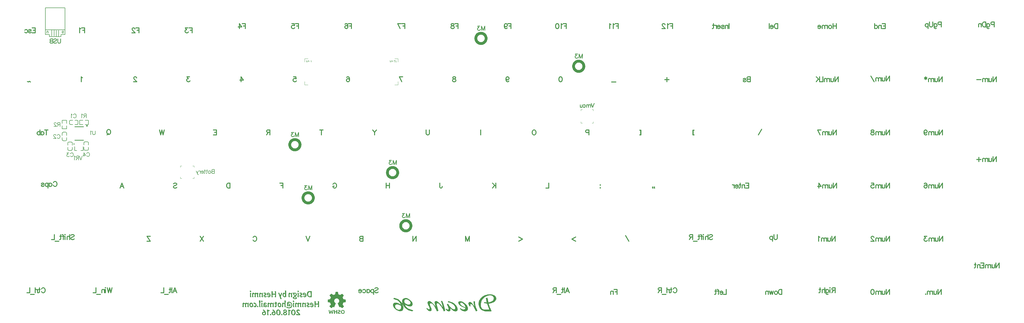
<source format=gbo>
G04 Layer_Color=32896*
%FSLAX25Y25*%
%MOIN*%
G70*
G01*
G75*
%ADD10C,0.01000*%
%ADD28C,0.00800*%
%ADD39C,0.00787*%
%ADD63C,0.03937*%
%ADD64C,0.00984*%
%ADD65C,0.01181*%
%ADD66C,0.00394*%
%ADD67C,0.00700*%
%ADD68C,0.01170*%
%ADD69C,0.00500*%
%ADD70R,0.01000X0.08900*%
G36*
X409900Y28740D02*
X410177Y28696D01*
X410424Y28638D01*
X410658Y28550D01*
X410891Y28463D01*
X411095Y28361D01*
X411285Y28244D01*
X411460Y28128D01*
X411620Y27996D01*
X411751Y27894D01*
X411868Y27777D01*
X411970Y27690D01*
X412043Y27603D01*
X412101Y27544D01*
X412130Y27501D01*
X412145Y27486D01*
X412320Y27238D01*
X412466Y26990D01*
X412597Y26728D01*
X412713Y26451D01*
X412816Y26174D01*
X412888Y25911D01*
X412961Y25649D01*
X413005Y25401D01*
X413049Y25168D01*
X413078Y24949D01*
X413107Y24745D01*
X413122Y24585D01*
X413136Y24439D01*
Y24337D01*
Y24278D01*
Y24249D01*
X413122Y23943D01*
X413107Y23666D01*
X413063Y23389D01*
X413020Y23141D01*
X412947Y22908D01*
X412888Y22674D01*
X412816Y22485D01*
X412743Y22296D01*
X412670Y22135D01*
X412597Y21989D01*
X412524Y21873D01*
X412466Y21771D01*
X412422Y21683D01*
X412378Y21625D01*
X412363Y21596D01*
X412349Y21581D01*
X412189Y21406D01*
X412028Y21246D01*
X411868Y21114D01*
X411693Y20998D01*
X411518Y20896D01*
X411357Y20808D01*
X411183Y20735D01*
X411022Y20692D01*
X410731Y20619D01*
X410614Y20590D01*
X410497Y20575D01*
X410410Y20560D01*
X410293D01*
X410002Y20575D01*
X409710Y20619D01*
X409447Y20677D01*
X409200Y20750D01*
X408981Y20838D01*
X408762Y20940D01*
X408573Y21042D01*
X408398Y21158D01*
X408237Y21275D01*
X408106Y21377D01*
X407990Y21479D01*
X407902Y21566D01*
X407829Y21639D01*
X407771Y21712D01*
X407742Y21741D01*
X407727Y21756D01*
X407567Y21989D01*
X407421Y22252D01*
X407290Y22514D01*
X407173Y22791D01*
X407086Y23054D01*
X407013Y23331D01*
X406896Y23870D01*
X406852Y24118D01*
X406823Y24337D01*
X406809Y24541D01*
X406794Y24716D01*
X406779Y24861D01*
Y24978D01*
Y25036D01*
Y25066D01*
X406794Y25372D01*
X406809Y25663D01*
X406852Y25926D01*
X406896Y26188D01*
X406954Y26422D01*
X407027Y26640D01*
X407100Y26844D01*
X407173Y27019D01*
X407246Y27180D01*
X407319Y27326D01*
X407377Y27457D01*
X407450Y27544D01*
X407494Y27632D01*
X407538Y27690D01*
X407552Y27719D01*
X407567Y27734D01*
X407713Y27909D01*
X407873Y28069D01*
X408048Y28200D01*
X408208Y28332D01*
X408383Y28419D01*
X408558Y28506D01*
X408718Y28579D01*
X408879Y28623D01*
X409170Y28696D01*
X409302Y28725D01*
X409404Y28740D01*
X409491Y28754D01*
X409622D01*
X409900Y28740D01*
D02*
G37*
G36*
X398381Y28754D02*
X398571Y28740D01*
X398921Y28667D01*
X399227Y28550D01*
X399489Y28419D01*
X399708Y28288D01*
X399796Y28229D01*
X399883Y28186D01*
X399941Y28128D01*
X399985Y28098D01*
X400000Y28084D01*
X400014Y28069D01*
X400145Y27938D01*
X400262Y27792D01*
X400379Y27646D01*
X400466Y27501D01*
X400597Y27194D01*
X400685Y26917D01*
X400743Y26669D01*
X400758Y26567D01*
X400772Y26465D01*
X400787Y26392D01*
Y26334D01*
Y26305D01*
Y26290D01*
X400772Y26101D01*
X400729Y25911D01*
X400670Y25736D01*
X400597Y25561D01*
X400408Y25255D01*
X400189Y25007D01*
X399971Y24789D01*
X399868Y24716D01*
X399781Y24643D01*
X399708Y24585D01*
X399635Y24541D01*
X399606Y24526D01*
X399591Y24512D01*
X399796Y24395D01*
X399985Y24278D01*
X400160Y24147D01*
X400306Y24031D01*
X400437Y23914D01*
X400525Y23826D01*
X400597Y23768D01*
X400612Y23753D01*
X400758Y23564D01*
X400875Y23374D01*
X400947Y23185D01*
X401006Y23010D01*
X401035Y22850D01*
X401050Y22733D01*
X401064Y22645D01*
Y22631D01*
Y22616D01*
X401050Y22456D01*
X401035Y22310D01*
X400947Y22033D01*
X400816Y21785D01*
X400670Y21566D01*
X400525Y21392D01*
X400393Y21275D01*
X400306Y21187D01*
X400291Y21173D01*
X400277Y21158D01*
X399971Y20954D01*
X399635Y20808D01*
X399314Y20706D01*
X399008Y20633D01*
X398731Y20590D01*
X398615Y20575D01*
X398513D01*
X398440Y20560D01*
X398323D01*
X398104Y20575D01*
X397900Y20590D01*
X397506Y20677D01*
X397142Y20794D01*
X396850Y20940D01*
X396719Y20998D01*
X396603Y21071D01*
X396500Y21129D01*
X396413Y21187D01*
X396340Y21231D01*
X396296Y21275D01*
X396267Y21289D01*
X396253Y21304D01*
X396092Y21450D01*
X395961Y21596D01*
X395844Y21741D01*
X395742Y21902D01*
X395655Y22048D01*
X395582Y22193D01*
X395480Y22485D01*
X395407Y22733D01*
X395392Y22835D01*
X395378Y22922D01*
X395363Y22995D01*
Y23054D01*
Y23083D01*
Y23097D01*
X395378Y23345D01*
X395436Y23578D01*
X395495Y23768D01*
X395582Y23943D01*
X395655Y24074D01*
X395728Y24162D01*
X395786Y24235D01*
X395801Y24249D01*
X395976Y24424D01*
X396165Y24570D01*
X396355Y24716D01*
X396544Y24832D01*
X396705Y24934D01*
X396850Y25007D01*
X396938Y25051D01*
X396953Y25066D01*
X396967D01*
X396763Y25241D01*
X396588Y25416D01*
X396428Y25591D01*
X396296Y25765D01*
X396180Y25926D01*
X396078Y26086D01*
X396005Y26247D01*
X395947Y26378D01*
X395859Y26626D01*
X395830Y26742D01*
X395815Y26830D01*
X395801Y26888D01*
Y26946D01*
Y26976D01*
Y26990D01*
Y27136D01*
X395830Y27267D01*
X395903Y27515D01*
X396019Y27719D01*
X396136Y27909D01*
X396253Y28055D01*
X396369Y28171D01*
X396442Y28229D01*
X396457Y28259D01*
X396471D01*
X396734Y28434D01*
X397011Y28550D01*
X397302Y28638D01*
X397579Y28711D01*
X397813Y28740D01*
X397929Y28754D01*
X398017D01*
X398090Y28769D01*
X398192D01*
X398381Y28754D01*
D02*
G37*
G36*
X377882Y22514D02*
X378013Y22485D01*
X378130Y22427D01*
X378232Y22383D01*
X378319Y22325D01*
X378378Y22266D01*
X378421Y22237D01*
X378436Y22223D01*
X378538Y22106D01*
X378611Y21989D01*
X378655Y21873D01*
X378684Y21756D01*
X378713Y21668D01*
X378728Y21596D01*
Y21537D01*
Y21523D01*
X378713Y21377D01*
X378698Y21246D01*
X378655Y21129D01*
X378611Y21042D01*
X378582Y20969D01*
X378538Y20910D01*
X378523Y20881D01*
X378509Y20867D01*
X378421Y20779D01*
X378319Y20721D01*
X378217Y20677D01*
X378115Y20648D01*
X378028Y20633D01*
X377955Y20619D01*
X377896D01*
X377751Y20633D01*
X377619Y20662D01*
X377503Y20721D01*
X377401Y20779D01*
X377328Y20823D01*
X377270Y20881D01*
X377226Y20910D01*
X377211Y20925D01*
X377109Y21042D01*
X377036Y21173D01*
X376993Y21304D01*
X376949Y21421D01*
X376934Y21537D01*
X376920Y21625D01*
Y21683D01*
Y21698D01*
X376934Y21844D01*
X376949Y21975D01*
X376993Y22077D01*
X377051Y22179D01*
X377109Y22266D01*
X377182Y22325D01*
X377328Y22427D01*
X377474Y22485D01*
X377605Y22514D01*
X377707Y22529D01*
X377736D01*
X377882Y22514D01*
D02*
G37*
G36*
X368536Y28492D02*
X368798Y28215D01*
X369046Y27938D01*
X369280Y27690D01*
X369484Y27442D01*
X369673Y27209D01*
X369848Y27005D01*
X370009Y26801D01*
X370140Y26626D01*
X370256Y26465D01*
X370359Y26320D01*
X370431Y26203D01*
X370504Y26115D01*
X370548Y26043D01*
X370563Y25999D01*
X370577Y25984D01*
X370708Y25751D01*
X370811Y25518D01*
X370913Y25284D01*
X371000Y25051D01*
X371131Y24628D01*
X371175Y24424D01*
X371219Y24235D01*
X371248Y24060D01*
X371263Y23914D01*
X371277Y23768D01*
X371292Y23651D01*
X371306Y23564D01*
Y23491D01*
Y23447D01*
Y23433D01*
X371292Y23199D01*
X371277Y22966D01*
X371190Y22558D01*
X371073Y22208D01*
X371015Y22048D01*
X370942Y21902D01*
X370883Y21771D01*
X370811Y21668D01*
X370752Y21566D01*
X370708Y21494D01*
X370650Y21435D01*
X370621Y21392D01*
X370606Y21362D01*
X370592Y21348D01*
X370446Y21216D01*
X370300Y21085D01*
X370140Y20983D01*
X369980Y20896D01*
X369659Y20750D01*
X369353Y20662D01*
X369090Y20604D01*
X368973Y20590D01*
X368871Y20575D01*
X368784Y20560D01*
X368667D01*
X368449Y20575D01*
X368230Y20590D01*
X367836Y20692D01*
X367486Y20808D01*
X367195Y20969D01*
X367063Y21042D01*
X366947Y21114D01*
X366845Y21173D01*
X366757Y21231D01*
X366699Y21289D01*
X366655Y21333D01*
X366626Y21348D01*
X366612Y21362D01*
X366466Y21523D01*
X366320Y21668D01*
X366218Y21844D01*
X366116Y22004D01*
X366028Y22164D01*
X365955Y22325D01*
X365853Y22616D01*
X365795Y22879D01*
X365780Y22995D01*
X365766Y23083D01*
X365751Y23170D01*
Y23229D01*
Y23258D01*
Y23272D01*
X365780Y23666D01*
X365853Y24016D01*
X365941Y24322D01*
X366057Y24585D01*
X366174Y24774D01*
X366262Y24934D01*
X366305Y24978D01*
X366335Y25022D01*
X366349Y25036D01*
X366364Y25051D01*
X366480Y25168D01*
X366597Y25270D01*
X366845Y25445D01*
X367093Y25561D01*
X367326Y25634D01*
X367545Y25693D01*
X367705Y25707D01*
X367763Y25722D01*
X367851D01*
X368172Y25693D01*
X368492Y25634D01*
X368769Y25532D01*
X369017Y25430D01*
X369221Y25313D01*
X369382Y25212D01*
X369440Y25182D01*
X369484Y25153D01*
X369498Y25124D01*
X369513D01*
X369367Y25386D01*
X369192Y25649D01*
X369003Y25911D01*
X368769Y26159D01*
X368536Y26422D01*
X368274Y26655D01*
X368026Y26888D01*
X367763Y27107D01*
X367530Y27296D01*
X367297Y27486D01*
X367078Y27646D01*
X366888Y27777D01*
X366728Y27894D01*
X366612Y27967D01*
X366539Y28025D01*
X366509Y28040D01*
X368245Y28769D01*
X368536Y28492D01*
D02*
G37*
G36*
X393745Y22514D02*
X393876Y22485D01*
X393993Y22427D01*
X394095Y22383D01*
X394182Y22325D01*
X394241Y22266D01*
X394284Y22237D01*
X394299Y22223D01*
X394401Y22106D01*
X394474Y21989D01*
X394518Y21873D01*
X394547Y21756D01*
X394576Y21668D01*
X394590Y21596D01*
Y21537D01*
Y21523D01*
X394576Y21377D01*
X394561Y21246D01*
X394518Y21129D01*
X394474Y21042D01*
X394445Y20969D01*
X394401Y20910D01*
X394386Y20881D01*
X394372Y20867D01*
X394284Y20779D01*
X394182Y20721D01*
X394080Y20677D01*
X393978Y20648D01*
X393891Y20633D01*
X393818Y20619D01*
X393759D01*
X393614Y20633D01*
X393482Y20662D01*
X393366Y20721D01*
X393264Y20779D01*
X393191Y20823D01*
X393132Y20881D01*
X393089Y20910D01*
X393074Y20925D01*
X392972Y21042D01*
X392899Y21173D01*
X392856Y21304D01*
X392812Y21421D01*
X392797Y21537D01*
X392783Y21625D01*
Y21683D01*
Y21698D01*
X392797Y21844D01*
X392812Y21975D01*
X392856Y22077D01*
X392914Y22179D01*
X392972Y22266D01*
X393045Y22325D01*
X393191Y22427D01*
X393337Y22485D01*
X393468Y22514D01*
X393570Y22529D01*
X393599D01*
X393745Y22514D01*
D02*
G37*
G36*
X430717Y378473D02*
X430408D01*
Y380300D01*
X430717D01*
Y378473D01*
D02*
G37*
G36*
X435398Y377770D02*
X435198D01*
X435162Y377832D01*
X435122Y377890D01*
X435074Y377949D01*
X435031Y377999D01*
X434987Y378043D01*
X434954Y378080D01*
X434940Y378091D01*
X434929Y378101D01*
X434925Y378105D01*
X434921Y378109D01*
X434845Y378171D01*
X434768Y378229D01*
X434696Y378280D01*
X434623Y378320D01*
X434561Y378356D01*
X434536Y378371D01*
X434514Y378382D01*
X434495Y378393D01*
X434481Y378396D01*
X434474Y378404D01*
X434470D01*
Y378702D01*
X434525Y378680D01*
X434579Y378655D01*
X434634Y378629D01*
X434685Y378604D01*
X434728Y378582D01*
X434765Y378564D01*
X434787Y378549D01*
X434790Y378545D01*
X434794D01*
X434860Y378505D01*
X434918Y378465D01*
X434969Y378429D01*
X435009Y378396D01*
X435045Y378371D01*
X435067Y378349D01*
X435085Y378334D01*
X435089Y378331D01*
Y380300D01*
X435398D01*
Y377770D01*
D02*
G37*
G36*
X432672Y379179D02*
Y379102D01*
X432668Y379041D01*
X432665Y378990D01*
Y378946D01*
X432661Y378917D01*
X432657Y378895D01*
X432654Y378880D01*
Y378877D01*
X432643Y378829D01*
X432624Y378786D01*
X432610Y378749D01*
X432595Y378713D01*
X432577Y378688D01*
X432566Y378669D01*
X432559Y378655D01*
X432555Y378651D01*
X432526Y378615D01*
X432493Y378586D01*
X432461Y378556D01*
X432424Y378535D01*
X432395Y378516D01*
X432370Y378505D01*
X432355Y378498D01*
X432348Y378495D01*
X432297Y378473D01*
X432242Y378458D01*
X432191Y378447D01*
X432144Y378440D01*
X432104Y378436D01*
X432075Y378433D01*
X432046D01*
X431977Y378436D01*
X431911Y378447D01*
X431853Y378462D01*
X431795Y378480D01*
X431744Y378502D01*
X431696Y378527D01*
X431653Y378556D01*
X431616Y378582D01*
X431580Y378611D01*
X431551Y378640D01*
X431525Y378666D01*
X431503Y378688D01*
X431489Y378706D01*
X431478Y378720D01*
X431471Y378731D01*
X431467Y378735D01*
Y378473D01*
X431190D01*
Y380300D01*
X431500D01*
Y379306D01*
Y379244D01*
X431507Y379183D01*
X431514Y379132D01*
X431522Y379084D01*
X431532Y379041D01*
X431543Y379000D01*
X431558Y378964D01*
X431573Y378935D01*
X431583Y378909D01*
X431598Y378888D01*
X431609Y378870D01*
X431620Y378855D01*
X431634Y378837D01*
X431642Y378829D01*
X431696Y378786D01*
X431755Y378757D01*
X431813Y378735D01*
X431864Y378717D01*
X431911Y378709D01*
X431948Y378706D01*
X431962Y378702D01*
X431980D01*
X432024Y378706D01*
X432068Y378709D01*
X432104Y378720D01*
X432133Y378731D01*
X432159Y378742D01*
X432180Y378749D01*
X432191Y378757D01*
X432195Y378760D01*
X432228Y378782D01*
X432257Y378808D01*
X432279Y378833D01*
X432297Y378855D01*
X432308Y378877D01*
X432319Y378895D01*
X432326Y378906D01*
Y378909D01*
X432337Y378950D01*
X432348Y378993D01*
X432355Y379041D01*
X432359Y379088D01*
X432362Y379128D01*
Y379161D01*
Y379186D01*
Y379190D01*
Y379193D01*
Y380300D01*
X432672D01*
Y379179D01*
D02*
G37*
G36*
X388802Y28740D02*
X389079Y28696D01*
X389327Y28638D01*
X389560Y28550D01*
X389794Y28463D01*
X389998Y28361D01*
X390187Y28244D01*
X390362Y28128D01*
X390523Y27996D01*
X390654Y27894D01*
X390771Y27777D01*
X390873Y27690D01*
X390946Y27603D01*
X391004Y27544D01*
X391033Y27501D01*
X391048Y27486D01*
X391223Y27238D01*
X391368Y26990D01*
X391500Y26728D01*
X391616Y26451D01*
X391718Y26174D01*
X391791Y25911D01*
X391864Y25649D01*
X391908Y25401D01*
X391951Y25168D01*
X391981Y24949D01*
X392010Y24745D01*
X392024Y24585D01*
X392039Y24439D01*
Y24337D01*
Y24278D01*
Y24249D01*
X392024Y23943D01*
X392010Y23666D01*
X391966Y23389D01*
X391922Y23141D01*
X391849Y22908D01*
X391791Y22674D01*
X391718Y22485D01*
X391645Y22296D01*
X391572Y22135D01*
X391500Y21989D01*
X391427Y21873D01*
X391368Y21771D01*
X391325Y21683D01*
X391281Y21625D01*
X391266Y21596D01*
X391252Y21581D01*
X391091Y21406D01*
X390931Y21246D01*
X390771Y21114D01*
X390596Y20998D01*
X390421Y20896D01*
X390260Y20808D01*
X390085Y20735D01*
X389925Y20692D01*
X389633Y20619D01*
X389517Y20590D01*
X389400Y20575D01*
X389313Y20560D01*
X389196D01*
X388904Y20575D01*
X388613Y20619D01*
X388350Y20677D01*
X388102Y20750D01*
X387884Y20838D01*
X387665Y20940D01*
X387475Y21042D01*
X387300Y21158D01*
X387140Y21275D01*
X387009Y21377D01*
X386892Y21479D01*
X386805Y21566D01*
X386732Y21639D01*
X386674Y21712D01*
X386644Y21741D01*
X386630Y21756D01*
X386470Y21989D01*
X386324Y22252D01*
X386192Y22514D01*
X386076Y22791D01*
X385988Y23054D01*
X385915Y23331D01*
X385799Y23870D01*
X385755Y24118D01*
X385726Y24337D01*
X385711Y24541D01*
X385697Y24716D01*
X385682Y24861D01*
Y24978D01*
Y25036D01*
Y25066D01*
X385697Y25372D01*
X385711Y25663D01*
X385755Y25926D01*
X385799Y26188D01*
X385857Y26422D01*
X385930Y26640D01*
X386003Y26844D01*
X386076Y27019D01*
X386149Y27180D01*
X386222Y27326D01*
X386280Y27457D01*
X386353Y27544D01*
X386397Y27632D01*
X386440Y27690D01*
X386455Y27719D01*
X386470Y27734D01*
X386615Y27909D01*
X386776Y28069D01*
X386951Y28200D01*
X387111Y28332D01*
X387286Y28419D01*
X387461Y28506D01*
X387621Y28579D01*
X387782Y28623D01*
X388073Y28696D01*
X388205Y28725D01*
X388306Y28740D01*
X388394Y28754D01*
X388525D01*
X388802Y28740D01*
D02*
G37*
G36*
X433982Y379234D02*
X433025D01*
Y379543D01*
X433982D01*
Y379234D01*
D02*
G37*
G36*
X390362Y38473D02*
X390566Y38444D01*
X390756Y38386D01*
X390946Y38313D01*
X391281Y38138D01*
X391587Y37934D01*
X391704Y37832D01*
X391820Y37730D01*
X391922Y37642D01*
X392010Y37555D01*
X392068Y37482D01*
X392112Y37424D01*
X392141Y37394D01*
X392156Y37380D01*
X392302Y37161D01*
X392433Y36942D01*
X392549Y36724D01*
X392651Y36491D01*
X392739Y36257D01*
X392812Y36039D01*
X392914Y35616D01*
X392943Y35426D01*
X392972Y35251D01*
X392987Y35091D01*
X393001Y34945D01*
X393016Y34843D01*
Y34756D01*
Y34697D01*
Y34683D01*
X393001Y34464D01*
X392987Y34260D01*
X392914Y33881D01*
X392797Y33545D01*
X392681Y33268D01*
X392622Y33137D01*
X392564Y33035D01*
X392506Y32948D01*
X392447Y32875D01*
X392404Y32802D01*
X392374Y32758D01*
X392345Y32743D01*
Y32729D01*
X392214Y32598D01*
X392068Y32481D01*
X391937Y32364D01*
X391791Y32277D01*
X391500Y32146D01*
X391223Y32058D01*
X390989Y32000D01*
X390887Y31985D01*
X390800Y31971D01*
X390727Y31956D01*
X390625D01*
X390391Y31971D01*
X390173Y32000D01*
X389969Y32058D01*
X389764Y32131D01*
X389415Y32291D01*
X389254Y32394D01*
X389108Y32496D01*
X388977Y32598D01*
X388875Y32700D01*
X388773Y32787D01*
X388686Y32860D01*
X388627Y32933D01*
X388584Y32991D01*
X388554Y33020D01*
X388540Y33035D01*
X388394Y33239D01*
X388263Y33458D01*
X388161Y33691D01*
X388059Y33910D01*
X387971Y34143D01*
X387913Y34376D01*
X387811Y34799D01*
X387782Y35003D01*
X387753Y35178D01*
X387738Y35353D01*
X387723Y35484D01*
X387709Y35601D01*
Y35689D01*
Y35747D01*
Y35761D01*
Y35980D01*
X387738Y36199D01*
X387811Y36593D01*
X387913Y36928D01*
X388030Y37205D01*
X388088Y37322D01*
X388146Y37424D01*
X388205Y37526D01*
X388248Y37599D01*
X388292Y37657D01*
X388321Y37701D01*
X388336Y37715D01*
X388350Y37730D01*
X388481Y37861D01*
X388613Y37978D01*
X388758Y38080D01*
X388904Y38167D01*
X389196Y38298D01*
X389488Y38401D01*
X389750Y38444D01*
X389852Y38459D01*
X389954Y38473D01*
X390027Y38488D01*
X390144D01*
X390362Y38473D01*
D02*
G37*
G36*
X350617D02*
X350821Y38444D01*
X351011Y38386D01*
X351200Y38313D01*
X351536Y38138D01*
X351842Y37934D01*
X351959Y37832D01*
X352075Y37730D01*
X352177Y37642D01*
X352265Y37555D01*
X352323Y37482D01*
X352367Y37424D01*
X352396Y37394D01*
X352411Y37380D01*
X352556Y37161D01*
X352688Y36942D01*
X352804Y36724D01*
X352906Y36491D01*
X352994Y36257D01*
X353067Y36039D01*
X353169Y35616D01*
X353198Y35426D01*
X353227Y35251D01*
X353242Y35091D01*
X353256Y34945D01*
X353271Y34843D01*
Y34756D01*
Y34697D01*
Y34683D01*
X353256Y34464D01*
X353242Y34260D01*
X353169Y33881D01*
X353052Y33545D01*
X352936Y33268D01*
X352877Y33137D01*
X352819Y33035D01*
X352761Y32948D01*
X352702Y32875D01*
X352658Y32802D01*
X352629Y32758D01*
X352600Y32743D01*
Y32729D01*
X352469Y32598D01*
X352323Y32481D01*
X352192Y32364D01*
X352046Y32277D01*
X351754Y32146D01*
X351478Y32058D01*
X351244Y32000D01*
X351142Y31985D01*
X351055Y31971D01*
X350982Y31956D01*
X350880D01*
X350646Y31971D01*
X350428Y32000D01*
X350224Y32058D01*
X350020Y32131D01*
X349670Y32291D01*
X349509Y32394D01*
X349363Y32496D01*
X349232Y32598D01*
X349130Y32700D01*
X349028Y32787D01*
X348940Y32860D01*
X348882Y32933D01*
X348838Y32991D01*
X348809Y33020D01*
X348795Y33035D01*
X348649Y33239D01*
X348518Y33458D01*
X348416Y33691D01*
X348314Y33910D01*
X348226Y34143D01*
X348168Y34376D01*
X348066Y34799D01*
X348037Y35003D01*
X348007Y35178D01*
X347993Y35353D01*
X347978Y35484D01*
X347964Y35601D01*
Y35689D01*
Y35747D01*
Y35761D01*
Y35980D01*
X347993Y36199D01*
X348066Y36593D01*
X348168Y36928D01*
X348284Y37205D01*
X348343Y37322D01*
X348401Y37424D01*
X348459Y37526D01*
X348503Y37599D01*
X348547Y37657D01*
X348576Y37701D01*
X348591Y37715D01*
X348605Y37730D01*
X348736Y37861D01*
X348868Y37978D01*
X349013Y38080D01*
X349159Y38167D01*
X349451Y38298D01*
X349742Y38401D01*
X350005Y38444D01*
X350107Y38459D01*
X350209Y38473D01*
X350282Y38488D01*
X350398D01*
X350617Y38473D01*
D02*
G37*
G36*
X430588Y38459D02*
X430909Y38386D01*
X431201Y38284D01*
X431449Y38182D01*
X431653Y38065D01*
X431813Y37963D01*
X431872Y37919D01*
X431915Y37890D01*
X431930Y37876D01*
X431945Y37861D01*
X432076Y37744D01*
X432178Y37628D01*
X432280Y37497D01*
X432367Y37380D01*
X432499Y37132D01*
X432586Y36899D01*
X432630Y36709D01*
X432659Y36549D01*
X432674Y36491D01*
Y36447D01*
Y36418D01*
Y36403D01*
X432659Y36228D01*
X432630Y36053D01*
X432586Y35907D01*
X432528Y35776D01*
X432484Y35660D01*
X432440Y35587D01*
X432411Y35528D01*
X432397Y35514D01*
X432280Y35383D01*
X432163Y35266D01*
X432047Y35164D01*
X431945Y35076D01*
X431857Y35003D01*
X431770Y34960D01*
X431726Y34931D01*
X431711Y34916D01*
X431405Y34756D01*
X431274Y34697D01*
X431143Y34639D01*
X431040Y34595D01*
X430968Y34551D01*
X430909Y34537D01*
X430895Y34522D01*
X430749Y34464D01*
X430618Y34406D01*
X430501Y34347D01*
X430399Y34289D01*
X430311Y34245D01*
X430253Y34216D01*
X430224Y34201D01*
X430209Y34187D01*
X430122Y34114D01*
X430049Y34056D01*
X430005Y33997D01*
X429962Y33939D01*
X429932Y33837D01*
Y33822D01*
Y33808D01*
Y33706D01*
X429962Y33618D01*
X430034Y33472D01*
X430137Y33385D01*
X430253Y33312D01*
X430370Y33268D01*
X430472Y33254D01*
X430545Y33239D01*
X430574D01*
X430720Y33254D01*
X430851Y33283D01*
X430982Y33312D01*
X431113Y33370D01*
X431215Y33414D01*
X431288Y33443D01*
X431347Y33472D01*
X431361Y33487D01*
X431493Y33575D01*
X431609Y33647D01*
X431711Y33720D01*
X431784Y33779D01*
X431828Y33822D01*
X431872Y33852D01*
X431886Y33881D01*
X431901D01*
X431988Y33983D01*
X432047Y34056D01*
X432090Y34114D01*
X432105Y34129D01*
X433096Y32991D01*
X432863Y32729D01*
X432775Y32627D01*
X432659Y32539D01*
X432411Y32364D01*
X432309Y32306D01*
X432222Y32248D01*
X432163Y32219D01*
X432134Y32204D01*
X431930Y32117D01*
X431740Y32058D01*
X431551Y32015D01*
X431376Y31985D01*
X431230Y31971D01*
X431113Y31956D01*
X431011D01*
X430836Y31971D01*
X430676Y31985D01*
X430355Y32058D01*
X430078Y32160D01*
X429830Y32291D01*
X429641Y32408D01*
X429495Y32510D01*
X429437Y32554D01*
X429393Y32583D01*
X429378Y32612D01*
X429364D01*
X429233Y32743D01*
X429131Y32860D01*
X429029Y32991D01*
X428956Y33123D01*
X428824Y33385D01*
X428737Y33618D01*
X428693Y33822D01*
X428664Y33983D01*
X428649Y34041D01*
Y34085D01*
Y34114D01*
Y34129D01*
X428664Y34347D01*
X428722Y34551D01*
X428781Y34726D01*
X428868Y34887D01*
X428941Y35003D01*
X429014Y35105D01*
X429072Y35164D01*
X429087Y35178D01*
X429247Y35339D01*
X429408Y35470D01*
X429568Y35587D01*
X429714Y35674D01*
X429830Y35732D01*
X429932Y35791D01*
X429991Y35805D01*
X430020Y35820D01*
X430209Y35893D01*
X430384Y35966D01*
X430545Y36039D01*
X430691Y36097D01*
X430807Y36155D01*
X430895Y36199D01*
X430953Y36228D01*
X430968Y36243D01*
X431113Y36330D01*
X431215Y36418D01*
X431288Y36491D01*
X431332Y36564D01*
X431361Y36607D01*
X431390Y36651D01*
Y36680D01*
Y36695D01*
X431376Y36782D01*
X431361Y36855D01*
X431303Y36972D01*
X431259Y37030D01*
X431230Y37059D01*
X431084Y37132D01*
X430938Y37176D01*
X430880Y37190D01*
X430778D01*
X430661Y37176D01*
X430545Y37161D01*
X430326Y37103D01*
X430239Y37059D01*
X430166Y37030D01*
X430122Y37015D01*
X430107Y37001D01*
X429976Y36942D01*
X429874Y36884D01*
X429772Y36826D01*
X429714Y36797D01*
X429655Y36753D01*
X429626Y36724D01*
X429597Y36709D01*
X429495Y36636D01*
X429422Y36578D01*
X429378Y36549D01*
X429364Y36534D01*
X428533Y38051D01*
X428839Y38196D01*
X428970Y38255D01*
X429101Y38298D01*
X429203Y38328D01*
X429291Y38357D01*
X429349Y38371D01*
X429364D01*
X429685Y38444D01*
X429830Y38459D01*
X429962Y38473D01*
X430078Y38488D01*
X430414D01*
X430588Y38459D01*
D02*
G37*
G36*
X363375Y41389D02*
X363229Y35105D01*
X363375Y32087D01*
X361698Y32394D01*
X361829Y35310D01*
X361669Y41710D01*
X363375Y41389D01*
D02*
G37*
G36*
X359730Y33910D02*
X359861Y33881D01*
X359978Y33822D01*
X360080Y33779D01*
X360167Y33720D01*
X360226Y33662D01*
X360269Y33633D01*
X360284Y33618D01*
X360386Y33502D01*
X360459Y33385D01*
X360503Y33268D01*
X360532Y33152D01*
X360561Y33064D01*
X360575Y32991D01*
Y32933D01*
Y32919D01*
X360561Y32773D01*
X360546Y32641D01*
X360503Y32525D01*
X360459Y32437D01*
X360430Y32364D01*
X360386Y32306D01*
X360371Y32277D01*
X360357Y32262D01*
X360269Y32175D01*
X360167Y32117D01*
X360065Y32073D01*
X359963Y32044D01*
X359875Y32029D01*
X359803Y32015D01*
X359744D01*
X359598Y32029D01*
X359467Y32058D01*
X359351Y32117D01*
X359249Y32175D01*
X359176Y32219D01*
X359117Y32277D01*
X359074Y32306D01*
X359059Y32321D01*
X358957Y32437D01*
X358884Y32568D01*
X358840Y32700D01*
X358797Y32816D01*
X358782Y32933D01*
X358768Y33020D01*
Y33079D01*
Y33093D01*
X358782Y33239D01*
X358797Y33370D01*
X358840Y33472D01*
X358899Y33575D01*
X358957Y33662D01*
X359030Y33720D01*
X359176Y33822D01*
X359321Y33881D01*
X359453Y33910D01*
X359555Y33924D01*
X359584D01*
X359730Y33910D01*
D02*
G37*
G36*
X416825Y28754D02*
X417029Y28740D01*
X417219Y28711D01*
X417408Y28667D01*
X417569Y28623D01*
X417700Y28594D01*
X417787Y28579D01*
X417802Y28565D01*
X417816D01*
X418064Y28492D01*
X418283Y28405D01*
X418487Y28332D01*
X418662Y28259D01*
X418793Y28186D01*
X418895Y28142D01*
X418954Y28113D01*
X418983Y28098D01*
X419333Y26320D01*
X418968Y26524D01*
X418822Y26611D01*
X418647Y26699D01*
X418487Y26772D01*
X418327Y26844D01*
X418181Y26888D01*
X418064Y26932D01*
X417991Y26961D01*
X417962Y26976D01*
X417729Y27049D01*
X417510Y27107D01*
X417321Y27136D01*
X417146Y27165D01*
X417015Y27180D01*
X416898Y27194D01*
X416810D01*
X416665Y27180D01*
X416533Y27165D01*
X416417Y27136D01*
X416315Y27092D01*
X416242Y27034D01*
X416169Y26976D01*
X416067Y26844D01*
X416009Y26713D01*
X415979Y26611D01*
X415965Y26524D01*
Y26509D01*
Y26495D01*
X415979Y26363D01*
X415994Y26247D01*
X416081Y25970D01*
X416213Y25722D01*
X416359Y25474D01*
X416504Y25270D01*
X416636Y25095D01*
X416679Y25036D01*
X416723Y24993D01*
X416738Y24964D01*
X416752Y24949D01*
X419362Y21946D01*
X419566Y20648D01*
X416621Y20721D01*
X414040Y20619D01*
X413822Y22266D01*
X417714Y22033D01*
X415542Y24278D01*
X415323Y24526D01*
X415119Y24759D01*
X414959Y24993D01*
X414813Y25226D01*
X414682Y25445D01*
X414580Y25649D01*
X414492Y25838D01*
X414434Y26028D01*
X414376Y26188D01*
X414346Y26334D01*
X414317Y26465D01*
X414288Y26582D01*
Y26669D01*
X414274Y26728D01*
Y26772D01*
Y26786D01*
Y26946D01*
X414303Y27107D01*
X414376Y27398D01*
X414478Y27646D01*
X414594Y27850D01*
X414711Y28011D01*
X414813Y28128D01*
X414886Y28200D01*
X414900Y28229D01*
X414915D01*
X415177Y28405D01*
X415454Y28536D01*
X415731Y28638D01*
X416009Y28696D01*
X416256Y28740D01*
X416359Y28754D01*
X416446D01*
X416519Y28769D01*
X416621D01*
X416825Y28754D01*
D02*
G37*
G36*
X382139Y28492D02*
X382402Y28215D01*
X382649Y27938D01*
X382883Y27690D01*
X383087Y27442D01*
X383276Y27209D01*
X383451Y27005D01*
X383612Y26801D01*
X383743Y26626D01*
X383860Y26465D01*
X383962Y26320D01*
X384035Y26203D01*
X384107Y26115D01*
X384151Y26043D01*
X384166Y25999D01*
X384180Y25984D01*
X384312Y25751D01*
X384414Y25518D01*
X384516Y25284D01*
X384603Y25051D01*
X384734Y24628D01*
X384778Y24424D01*
X384822Y24235D01*
X384851Y24060D01*
X384866Y23914D01*
X384880Y23768D01*
X384895Y23651D01*
X384909Y23564D01*
Y23491D01*
Y23447D01*
Y23433D01*
X384895Y23199D01*
X384880Y22966D01*
X384793Y22558D01*
X384676Y22208D01*
X384618Y22048D01*
X384545Y21902D01*
X384487Y21771D01*
X384414Y21668D01*
X384355Y21566D01*
X384312Y21494D01*
X384253Y21435D01*
X384224Y21392D01*
X384210Y21362D01*
X384195Y21348D01*
X384049Y21216D01*
X383903Y21085D01*
X383743Y20983D01*
X383583Y20896D01*
X383262Y20750D01*
X382956Y20662D01*
X382693Y20604D01*
X382577Y20590D01*
X382474Y20575D01*
X382387Y20560D01*
X382270D01*
X382052Y20575D01*
X381833Y20590D01*
X381439Y20692D01*
X381089Y20808D01*
X380798Y20969D01*
X380667Y21042D01*
X380550Y21114D01*
X380448Y21173D01*
X380360Y21231D01*
X380302Y21289D01*
X380258Y21333D01*
X380229Y21348D01*
X380215Y21362D01*
X380069Y21523D01*
X379923Y21668D01*
X379821Y21844D01*
X379719Y22004D01*
X379631Y22164D01*
X379558Y22325D01*
X379456Y22616D01*
X379398Y22879D01*
X379384Y22995D01*
X379369Y23083D01*
X379354Y23170D01*
Y23229D01*
Y23258D01*
Y23272D01*
X379384Y23666D01*
X379456Y24016D01*
X379544Y24322D01*
X379661Y24585D01*
X379777Y24774D01*
X379865Y24934D01*
X379908Y24978D01*
X379938Y25022D01*
X379952Y25036D01*
X379967Y25051D01*
X380083Y25168D01*
X380200Y25270D01*
X380448Y25445D01*
X380696Y25561D01*
X380929Y25634D01*
X381148Y25693D01*
X381308Y25707D01*
X381366Y25722D01*
X381454D01*
X381775Y25693D01*
X382096Y25634D01*
X382372Y25532D01*
X382620Y25430D01*
X382824Y25313D01*
X382985Y25212D01*
X383043Y25182D01*
X383087Y25153D01*
X383102Y25124D01*
X383116D01*
X382970Y25386D01*
X382795Y25649D01*
X382606Y25911D01*
X382372Y26159D01*
X382139Y26422D01*
X381877Y26655D01*
X381629Y26888D01*
X381366Y27107D01*
X381133Y27296D01*
X380900Y27486D01*
X380681Y27646D01*
X380492Y27777D01*
X380331Y27894D01*
X380215Y27967D01*
X380142Y28025D01*
X380113Y28040D01*
X381848Y28769D01*
X382139Y28492D01*
D02*
G37*
G36*
X376468Y27603D02*
Y26786D01*
X374733Y26801D01*
X374630Y23710D01*
X374776Y20692D01*
X373041D01*
X373187Y23914D01*
X372997Y28769D01*
X376468Y27603D01*
D02*
G37*
G36*
X403951Y39771D02*
X404315Y39727D01*
X404665Y39654D01*
X405001Y39582D01*
X405307Y39465D01*
X405584Y39363D01*
X405846Y39232D01*
X406080Y39115D01*
X406298Y38984D01*
X406488Y38853D01*
X406648Y38750D01*
X406779Y38648D01*
X406882Y38561D01*
X406969Y38488D01*
X407013Y38444D01*
X407027Y38430D01*
X407261Y38167D01*
X407479Y37905D01*
X407654Y37613D01*
X407815Y37336D01*
X407946Y37045D01*
X408048Y36768D01*
X408135Y36491D01*
X408208Y36228D01*
X408267Y35980D01*
X408310Y35747D01*
X408340Y35557D01*
X408369Y35383D01*
Y35237D01*
X408383Y35120D01*
Y35062D01*
Y35032D01*
X408369Y34653D01*
X408325Y34304D01*
X408267Y33968D01*
X408194Y33647D01*
X408106Y33356D01*
X408004Y33093D01*
X407902Y32846D01*
X407785Y32612D01*
X407683Y32408D01*
X407581Y32233D01*
X407479Y32087D01*
X407392Y31971D01*
X407304Y31869D01*
X407246Y31796D01*
X407217Y31752D01*
X407202Y31738D01*
X406969Y31519D01*
X406721Y31329D01*
X406473Y31154D01*
X406211Y31008D01*
X405948Y30892D01*
X405686Y30790D01*
X405423Y30702D01*
X405190Y30644D01*
X404957Y30586D01*
X404738Y30556D01*
X404549Y30527D01*
X404388Y30498D01*
X404257D01*
X404155Y30484D01*
X404068D01*
X403703Y30498D01*
X403338Y30527D01*
X402989Y30571D01*
X402682Y30629D01*
X402551Y30644D01*
X402435Y30673D01*
X402318Y30702D01*
X402230Y30717D01*
X402157Y30731D01*
X402099Y30746D01*
X402070Y30761D01*
X402056D01*
X401866Y30819D01*
X401706Y30863D01*
X401545Y30906D01*
X401399Y30950D01*
X401166Y31023D01*
X400977Y31096D01*
X400831Y31140D01*
X400743Y31183D01*
X400685Y31198D01*
X400670Y31213D01*
X400539Y31271D01*
X400437Y31329D01*
X400350Y31373D01*
X400262Y31417D01*
X400204Y31446D01*
X400160Y31475D01*
X400145Y31490D01*
X400131D01*
X400335Y32743D01*
X400802Y32481D01*
X400977Y32394D01*
X401195Y32306D01*
X401414Y32219D01*
X401618Y32146D01*
X401808Y32087D01*
X401968Y32044D01*
X402026Y32029D01*
X402070Y32015D01*
X402099Y32000D01*
X402114D01*
X402435Y31912D01*
X402741Y31854D01*
X403018Y31810D01*
X403266Y31781D01*
X403470Y31767D01*
X403630Y31752D01*
X403776D01*
X404053Y31767D01*
X404315Y31796D01*
X404563Y31839D01*
X404811Y31912D01*
X405030Y31985D01*
X405234Y32058D01*
X405423Y32146D01*
X405584Y32248D01*
X405744Y32335D01*
X405875Y32423D01*
X405992Y32496D01*
X406094Y32583D01*
X406167Y32641D01*
X406225Y32685D01*
X406254Y32714D01*
X406269Y32729D01*
X406444Y32919D01*
X406590Y33123D01*
X406721Y33327D01*
X406823Y33531D01*
X406925Y33735D01*
X406998Y33939D01*
X407115Y34333D01*
X407144Y34508D01*
X407173Y34668D01*
X407202Y34828D01*
X407217Y34945D01*
X407231Y35047D01*
Y35135D01*
Y35178D01*
Y35193D01*
X407217Y35455D01*
X407188Y35718D01*
X407159Y35951D01*
X407100Y36184D01*
X407042Y36388D01*
X406969Y36578D01*
X406882Y36753D01*
X406809Y36913D01*
X406736Y37059D01*
X406648Y37190D01*
X406575Y37293D01*
X406517Y37380D01*
X406459Y37453D01*
X406415Y37497D01*
X406400Y37526D01*
X406386Y37540D01*
X406211Y37701D01*
X406036Y37832D01*
X405846Y37949D01*
X405657Y38051D01*
X405453Y38138D01*
X405263Y38211D01*
X404884Y38313D01*
X404709Y38357D01*
X404549Y38386D01*
X404403Y38401D01*
X404272Y38415D01*
X404170Y38430D01*
X404024D01*
X403776Y38415D01*
X403572Y38386D01*
X403397Y38328D01*
X403251Y38284D01*
X403134Y38226D01*
X403061Y38167D01*
X403018Y38138D01*
X403003Y38124D01*
X402886Y38007D01*
X402814Y37861D01*
X402755Y37715D01*
X402712Y37569D01*
X402682Y37424D01*
X402668Y37322D01*
Y37249D01*
Y37220D01*
Y36986D01*
X403513D01*
X403878Y36957D01*
X404213Y36899D01*
X404520Y36797D01*
X404767Y36695D01*
X404972Y36593D01*
X405132Y36491D01*
X405190Y36461D01*
X405234Y36432D01*
X405248Y36403D01*
X405263D01*
X405394Y36301D01*
X405496Y36184D01*
X405598Y36068D01*
X405671Y35951D01*
X405802Y35718D01*
X405890Y35514D01*
X405934Y35324D01*
X405963Y35178D01*
X405977Y35120D01*
Y35076D01*
Y35062D01*
Y35047D01*
X405963Y34770D01*
X405905Y34522D01*
X405832Y34304D01*
X405744Y34129D01*
X405657Y33983D01*
X405584Y33881D01*
X405525Y33822D01*
X405511Y33793D01*
X405321Y33633D01*
X405132Y33531D01*
X404928Y33443D01*
X404738Y33385D01*
X404563Y33356D01*
X404432Y33341D01*
X404345Y33327D01*
X404315D01*
X404126Y33341D01*
X403936Y33370D01*
X403761Y33429D01*
X403601Y33487D01*
X403309Y33647D01*
X403047Y33852D01*
X402857Y34041D01*
X402697Y34201D01*
X402653Y34260D01*
X402609Y34318D01*
X402595Y34347D01*
X402580Y34362D01*
X402522Y34172D01*
X402449Y33997D01*
X402376Y33808D01*
X402303Y33647D01*
X402230Y33502D01*
X402172Y33385D01*
X402143Y33312D01*
X402128Y33283D01*
X400802Y33852D01*
X400947Y34114D01*
X401050Y34376D01*
X401137Y34639D01*
X401181Y34887D01*
X401210Y35091D01*
X401224Y35251D01*
X401239Y35310D01*
Y35353D01*
Y35383D01*
Y35397D01*
Y37613D01*
X401268Y37978D01*
X401341Y38298D01*
X401429Y38576D01*
X401545Y38809D01*
X401662Y38984D01*
X401749Y39115D01*
X401822Y39188D01*
X401851Y39217D01*
X402099Y39406D01*
X402376Y39552D01*
X402668Y39654D01*
X402945Y39713D01*
X403193Y39757D01*
X403295Y39771D01*
X403382D01*
X403470Y39786D01*
X403572D01*
X403951Y39771D01*
D02*
G37*
G36*
X406327Y27603D02*
Y26786D01*
X404592Y26801D01*
X404490Y23710D01*
X404636Y20692D01*
X402901D01*
X403047Y23914D01*
X402857Y28769D01*
X406327Y27603D01*
D02*
G37*
G36*
X430717Y377781D02*
X430408D01*
Y378134D01*
X430717D01*
Y377781D01*
D02*
G37*
G36*
X645777Y40398D02*
X646477Y40310D01*
X647177Y40136D01*
X647833Y39917D01*
X649101Y39392D01*
X649670Y39086D01*
X650238Y38780D01*
X650719Y38430D01*
X651200Y38124D01*
X651594Y37861D01*
X651900Y37599D01*
X652207Y37380D01*
X652382Y37205D01*
X652513Y37117D01*
X652557Y37074D01*
X653213Y36461D01*
X653781Y35805D01*
X654262Y35193D01*
X654700Y34581D01*
X655050Y34012D01*
X655312Y33443D01*
X655575Y32919D01*
X655750Y32394D01*
X655925Y31956D01*
X656056Y31519D01*
X656099Y31169D01*
X656187Y30863D01*
Y30600D01*
X656231Y30425D01*
Y30294D01*
Y30250D01*
X656187Y29594D01*
X656056Y28982D01*
X655837Y28457D01*
X655618Y28020D01*
X655443Y27713D01*
X655225Y27451D01*
X655093Y27276D01*
X655050Y27232D01*
X654568Y26882D01*
X654044Y26620D01*
X653562Y26401D01*
X653038Y26270D01*
X652600Y26182D01*
X652250Y26139D01*
X651944D01*
X651200Y26182D01*
X650501Y26314D01*
X649845Y26489D01*
X649232Y26664D01*
X648751Y26839D01*
X648357Y27013D01*
X648095Y27145D01*
X648007Y27189D01*
X647264Y27626D01*
X646652Y28063D01*
X646083Y28545D01*
X645602Y28938D01*
X645252Y29332D01*
X644989Y29638D01*
X644814Y29813D01*
X644771Y29900D01*
X645646Y30600D01*
X646170Y30250D01*
X646652Y29988D01*
X647526Y29507D01*
X648270Y29201D01*
X648882Y28938D01*
X649407Y28807D01*
X649757Y28763D01*
X649976Y28719D01*
X650063D01*
X650326Y28763D01*
X650588Y28807D01*
X651069Y28982D01*
X651288Y29069D01*
X651419Y29113D01*
X651507Y29201D01*
X651550D01*
X651988Y29638D01*
X652338Y30119D01*
X652469Y30294D01*
X652513Y30469D01*
X652600Y30556D01*
Y30600D01*
X651725Y30906D01*
X650894Y31256D01*
X650151Y31563D01*
X649451Y31912D01*
X648751Y32219D01*
X648182Y32525D01*
X647614Y32831D01*
X647133Y33137D01*
X646695Y33400D01*
X646302Y33618D01*
X645952Y33837D01*
X645689Y34012D01*
X645471Y34143D01*
X645339Y34274D01*
X645252Y34318D01*
X645208Y34362D01*
X644727Y34756D01*
X644333Y35149D01*
X643983Y35543D01*
X643677Y35893D01*
X643415Y36243D01*
X643240Y36593D01*
X642890Y37205D01*
X642715Y37730D01*
X642627Y38124D01*
X642584Y38386D01*
Y38473D01*
X642627Y38823D01*
X642671Y39129D01*
X642802Y39392D01*
X642977Y39611D01*
X643371Y39961D01*
X643809Y40179D01*
X644290Y40354D01*
X644683Y40398D01*
X644858Y40442D01*
X645077D01*
X645777Y40398D01*
D02*
G37*
G36*
X688511Y50152D02*
X689823Y49977D01*
X690392Y49846D01*
X690960Y49715D01*
X691441Y49583D01*
X691879Y49408D01*
X692316Y49233D01*
X692666Y49102D01*
X692972Y48971D01*
X693191Y48840D01*
X693410Y48752D01*
X693541Y48665D01*
X693628Y48577D01*
X693672D01*
X694109Y48271D01*
X694503Y47921D01*
X694853Y47571D01*
X695116Y47178D01*
X695378Y46828D01*
X695597Y46434D01*
X695903Y45734D01*
X696078Y45122D01*
X696165Y44597D01*
X696209Y44422D01*
Y44291D01*
Y44203D01*
Y44160D01*
X696165Y43679D01*
X696078Y43154D01*
X695903Y42716D01*
X695684Y42235D01*
X695159Y41404D01*
X694503Y40704D01*
X693891Y40092D01*
X693366Y39654D01*
X693147Y39480D01*
X692972Y39348D01*
X692885Y39305D01*
X692841Y39261D01*
X692185Y38867D01*
X691529Y38561D01*
X690916Y38255D01*
X690260Y38036D01*
X689036Y37642D01*
X687898Y37380D01*
X687417Y37293D01*
X686936Y37249D01*
X686543Y37205D01*
X686193Y37161D01*
X685930Y37117D01*
X685536D01*
X685974Y35499D01*
X686499Y33881D01*
X687024Y32437D01*
X687286Y31781D01*
X687548Y31125D01*
X687811Y30556D01*
X688030Y30032D01*
X688248Y29594D01*
X688423Y29201D01*
X688554Y28894D01*
X688686Y28632D01*
X688729Y28501D01*
X688773Y28457D01*
X688992Y28020D01*
X689167Y27713D01*
X689254Y27451D01*
X689342Y27232D01*
X689386Y27101D01*
X689429Y27013D01*
Y26926D01*
X689386Y26664D01*
X689254Y26489D01*
X689079Y26314D01*
X688861Y26226D01*
X688642Y26182D01*
X688467Y26139D01*
X683874D01*
X683306Y26095D01*
X681469D01*
X680638Y26182D01*
X679807Y26314D01*
X679063Y26532D01*
X678363Y26707D01*
X677707Y26970D01*
X677095Y27232D01*
X676526Y27495D01*
X676045Y27801D01*
X675607Y28063D01*
X675214Y28282D01*
X674908Y28501D01*
X674645Y28719D01*
X674470Y28851D01*
X674383Y28938D01*
X674339Y28982D01*
X673770Y29594D01*
X673289Y30207D01*
X672852Y30863D01*
X672502Y31563D01*
X672196Y32219D01*
X671933Y32919D01*
X671715Y33575D01*
X671540Y34231D01*
X671408Y34843D01*
X671321Y35412D01*
X671234Y35893D01*
X671190Y36330D01*
X671146Y36724D01*
Y36986D01*
Y37161D01*
Y37205D01*
X671190Y38167D01*
X671365Y39086D01*
X671583Y40004D01*
X671890Y40835D01*
X672239Y41666D01*
X672633Y42410D01*
X673027Y43110D01*
X673464Y43766D01*
X673902Y44335D01*
X674339Y44859D01*
X674733Y45297D01*
X675083Y45647D01*
X675389Y45953D01*
X675607Y46172D01*
X675782Y46303D01*
X675826Y46347D01*
X676701Y47047D01*
X677620Y47615D01*
X678582Y48140D01*
X679544Y48577D01*
X680506Y48971D01*
X681425Y49277D01*
X682343Y49540D01*
X683175Y49758D01*
X684005Y49933D01*
X684749Y50021D01*
X685405Y50108D01*
X685974Y50196D01*
X686411D01*
X686761Y50239D01*
X687067D01*
X688511Y50152D01*
D02*
G37*
G36*
X629287Y40223D02*
X630468Y40048D01*
X631518Y39786D01*
X632480Y39480D01*
X632917Y39305D01*
X633311Y39173D01*
X633661Y39042D01*
X633923Y38911D01*
X634186Y38780D01*
X634361Y38736D01*
X634448Y38648D01*
X634492D01*
X635629Y37992D01*
X636635Y37293D01*
X637510Y36593D01*
X638253Y35936D01*
X638866Y35324D01*
X639303Y34843D01*
X639478Y34668D01*
X639609Y34537D01*
X639653Y34449D01*
X639697Y34406D01*
X640047Y33924D01*
X640353Y33443D01*
X640878Y32525D01*
X641228Y31606D01*
X641446Y30819D01*
X641621Y30163D01*
X641665Y29900D01*
Y29638D01*
X641709Y29463D01*
Y29332D01*
Y29244D01*
Y29201D01*
X641665Y28676D01*
X641578Y28238D01*
X641490Y27845D01*
X641359Y27538D01*
X641228Y27276D01*
X641097Y27101D01*
X641053Y26970D01*
X641009Y26926D01*
X640703Y26664D01*
X640353Y26489D01*
X640003Y26314D01*
X639653Y26226D01*
X639303Y26182D01*
X639041Y26139D01*
X638822D01*
X638297Y26182D01*
X637772Y26270D01*
X637248Y26357D01*
X636810Y26489D01*
X636416Y26620D01*
X636154Y26751D01*
X635935Y26795D01*
X635891Y26839D01*
X635279Y27145D01*
X634711Y27582D01*
X634098Y28020D01*
X633530Y28501D01*
X633048Y28938D01*
X632698Y29288D01*
X632436Y29550D01*
X632349Y29594D01*
Y29638D01*
X630949Y31081D01*
X631124Y30513D01*
X631255Y30032D01*
X631386Y29594D01*
X631430Y29201D01*
X631474Y28894D01*
X631518Y28632D01*
Y28501D01*
Y28457D01*
X631474Y28063D01*
X631430Y27713D01*
X631299Y27363D01*
X631168Y27101D01*
X630818Y26707D01*
X630380Y26445D01*
X629987Y26270D01*
X629637Y26182D01*
X629374Y26139D01*
X629287D01*
X628849Y26182D01*
X628368Y26314D01*
X627931Y26445D01*
X627537Y26664D01*
X627231Y26839D01*
X626925Y26970D01*
X626750Y27101D01*
X626706Y27145D01*
X626225Y27538D01*
X625788Y27888D01*
X625438Y28282D01*
X625175Y28588D01*
X625000Y28894D01*
X624825Y29113D01*
X624782Y29244D01*
X624738Y29288D01*
X625613Y29944D01*
X625744Y29813D01*
X625919Y29682D01*
X626050Y29594D01*
X626094Y29550D01*
X626269Y29419D01*
X626444Y29288D01*
X626487Y29244D01*
X626531Y29201D01*
X626750Y29069D01*
X626794Y29026D01*
X626837Y28982D01*
X627056Y28851D01*
X627100Y28807D01*
X627143D01*
X627275Y28763D01*
X627318Y28719D01*
X627362D01*
X627493Y28676D01*
X627843D01*
X628106Y28719D01*
X628325Y28851D01*
X628500Y28982D01*
X628543Y29026D01*
X628762Y29332D01*
X628849Y29638D01*
X628893Y29857D01*
Y29900D01*
Y29944D01*
X628849Y30207D01*
X628806Y30556D01*
X628674Y30950D01*
X628543Y31431D01*
X628150Y32394D01*
X627712Y33400D01*
X627275Y34362D01*
X627056Y34799D01*
X626881Y35193D01*
X626750Y35499D01*
X626619Y35718D01*
X626575Y35893D01*
X626531Y35936D01*
X628150Y36899D01*
X628806Y35761D01*
X629505Y34668D01*
X630205Y33706D01*
X630861Y32919D01*
X631430Y32219D01*
X631693Y31956D01*
X631868Y31738D01*
X632042Y31563D01*
X632174Y31431D01*
X632261Y31344D01*
X632305Y31300D01*
X632742Y30906D01*
X633180Y30513D01*
X633617Y30207D01*
X634011Y29944D01*
X634711Y29507D01*
X635323Y29244D01*
X635848Y29069D01*
X636198Y28982D01*
X636416Y28938D01*
X636504D01*
X636810Y28982D01*
X637116Y29026D01*
X637554Y29288D01*
X637860Y29638D01*
X638078Y30075D01*
X638210Y30469D01*
X638253Y30819D01*
X638297Y31081D01*
Y31125D01*
Y31169D01*
X638253Y31606D01*
X638166Y32000D01*
X638035Y32394D01*
X637904Y32831D01*
X637466Y33575D01*
X636985Y34274D01*
X636504Y34843D01*
X636066Y35280D01*
X635935Y35455D01*
X635804Y35587D01*
X635717Y35630D01*
X635673Y35674D01*
X634667Y36461D01*
X633617Y37117D01*
X632611Y37642D01*
X631649Y38080D01*
X630818Y38386D01*
X630468Y38473D01*
X630162Y38561D01*
X629943Y38648D01*
X629724Y38692D01*
X629637Y38736D01*
X629593D01*
X628018Y39042D01*
X628106Y40310D01*
X629287Y40223D01*
D02*
G37*
G36*
X666160Y40179D02*
X666203Y38561D01*
X666247Y37817D01*
X666335Y37074D01*
X666422Y36418D01*
X666509Y35805D01*
X666597Y35237D01*
X666684Y34756D01*
X666772Y34274D01*
X666859Y33881D01*
X666947Y33531D01*
X667034Y33225D01*
X667122Y33006D01*
X667166Y32831D01*
X667209Y32743D01*
Y32700D01*
X667297Y32481D01*
X667384Y32219D01*
X667559Y31869D01*
X667691Y31475D01*
X668084Y30556D01*
X668522Y29594D01*
X668915Y28676D01*
X669090Y28282D01*
X669265Y27888D01*
X669396Y27582D01*
X669484Y27363D01*
X669528Y27189D01*
X669571Y27145D01*
X667428Y26182D01*
X667122Y26751D01*
X666772Y27363D01*
X666422Y28063D01*
X666116Y28763D01*
X665810Y29419D01*
X665547Y29944D01*
X665460Y30163D01*
X665372Y30294D01*
X665329Y30382D01*
Y30425D01*
X664804Y31475D01*
X664366Y32394D01*
X663973Y33181D01*
X663579Y33793D01*
X663316Y34274D01*
X663098Y34624D01*
X662967Y34799D01*
X662923Y34887D01*
X662529Y35368D01*
X662179Y35718D01*
X661786Y35980D01*
X661479Y36155D01*
X661173Y36243D01*
X660955Y36330D01*
X660780D01*
X660386Y36286D01*
X660123Y36155D01*
X659905Y36024D01*
X659774Y35849D01*
X659686Y35630D01*
X659642Y35499D01*
Y35368D01*
Y35324D01*
Y35105D01*
X659730Y34843D01*
X659905Y34274D01*
X659992Y34012D01*
X660080Y33793D01*
X660123Y33662D01*
X660167Y33618D01*
X659249Y32875D01*
X658811Y33312D01*
X658461Y33706D01*
X658155Y34099D01*
X657893Y34493D01*
X657455Y35237D01*
X657193Y35893D01*
X657018Y36418D01*
X656930Y36855D01*
X656887Y37117D01*
Y37161D01*
Y37205D01*
X656930Y37555D01*
X656974Y37905D01*
X657062Y38167D01*
X657193Y38430D01*
X657324Y38605D01*
X657412Y38736D01*
X657455Y38823D01*
X657499Y38867D01*
X657761Y39086D01*
X657980Y39261D01*
X658286Y39348D01*
X658505Y39436D01*
X658724Y39480D01*
X658899Y39523D01*
X659074D01*
X659555Y39436D01*
X660080Y39217D01*
X660605Y38867D01*
X661173Y38430D01*
X661698Y37905D01*
X662223Y37336D01*
X663273Y36068D01*
X663710Y35412D01*
X664148Y34756D01*
X664541Y34187D01*
X664847Y33662D01*
X665110Y33225D01*
X665329Y32875D01*
X665460Y32656D01*
X665504Y32568D01*
X665197Y33618D01*
X664979Y34537D01*
X664760Y35280D01*
X664629Y35893D01*
X664541Y36374D01*
X664454Y36680D01*
X664410Y36899D01*
Y36942D01*
X664323Y37511D01*
X664235Y38124D01*
X664191Y38736D01*
X664148Y39348D01*
X664104Y39917D01*
X664060Y40354D01*
Y40529D01*
Y40660D01*
Y40704D01*
Y40748D01*
X666160Y40179D01*
D02*
G37*
G36*
X619970Y40792D02*
X620189Y40354D01*
X620408Y39829D01*
X620626Y39305D01*
X621107Y38124D01*
X621501Y36942D01*
X621720Y36374D01*
X621895Y35849D01*
X622070Y35368D01*
X622201Y34931D01*
X622288Y34581D01*
X622376Y34318D01*
X622463Y34143D01*
Y34099D01*
X622726Y33181D01*
X622988Y32306D01*
X623207Y31519D01*
X623382Y30775D01*
X623557Y30119D01*
X623688Y29550D01*
X623819Y29026D01*
X623907Y28545D01*
X623994Y28151D01*
X624082Y27801D01*
X624125Y27495D01*
X624169Y27276D01*
Y27101D01*
X624213Y26970D01*
Y26926D01*
Y26882D01*
X622070Y26139D01*
X621895Y26707D01*
X621676Y27320D01*
X621107Y28545D01*
X620495Y29769D01*
X619839Y30863D01*
X619533Y31387D01*
X619227Y31869D01*
X618964Y32306D01*
X618702Y32656D01*
X618483Y32962D01*
X618352Y33181D01*
X618264Y33312D01*
X618221Y33356D01*
X617652Y34099D01*
X617171Y34756D01*
X616646Y35324D01*
X616209Y35805D01*
X615815Y36243D01*
X615421Y36549D01*
X615071Y36855D01*
X614765Y37074D01*
X614459Y37249D01*
X614240Y37380D01*
X613847Y37555D01*
X613628Y37599D01*
X613540D01*
X613147Y37555D01*
X612841Y37424D01*
X612666Y37293D01*
X612578Y37249D01*
X612359Y36942D01*
X612228Y36549D01*
X612184Y36374D01*
Y36243D01*
Y36155D01*
Y36112D01*
Y35936D01*
X612228Y35674D01*
X612316Y35368D01*
X612359Y35018D01*
X612578Y34187D01*
X612797Y33312D01*
X613059Y32481D01*
X613147Y32131D01*
X613234Y31781D01*
X613322Y31519D01*
X613409Y31300D01*
X613453Y31169D01*
Y31125D01*
X613672Y30382D01*
X613847Y29769D01*
X614021Y29201D01*
X614153Y28719D01*
X614284Y28282D01*
X614371Y27976D01*
X614459Y27670D01*
X614503Y27451D01*
X614590Y27276D01*
Y27145D01*
X614678Y26970D01*
Y26882D01*
X612403Y26139D01*
X611878Y27232D01*
X611441Y28151D01*
X611047Y28938D01*
X610741Y29594D01*
X610479Y30075D01*
X610304Y30425D01*
X610216Y30644D01*
X610172Y30731D01*
X609779Y31387D01*
X609429Y32087D01*
X609254Y32350D01*
X609123Y32568D01*
X609079Y32743D01*
X609035Y32787D01*
X608816Y33225D01*
X608554Y33618D01*
X608379Y33968D01*
X608204Y34231D01*
X608073Y34449D01*
X607942Y34581D01*
X607898Y34668D01*
X607854Y34712D01*
X607417Y35237D01*
X607023Y35674D01*
X606848Y35849D01*
X606761Y35980D01*
X606673Y36068D01*
X606630Y36112D01*
X606148Y36593D01*
X605711Y36899D01*
X605536Y37030D01*
X605405Y37117D01*
X605317Y37161D01*
X605273D01*
X604749Y37380D01*
X604311Y37467D01*
X604136Y37511D01*
X603874D01*
X603393Y37467D01*
X603043Y37336D01*
X602868Y37161D01*
X602780Y37117D01*
X602562Y36811D01*
X602474Y36505D01*
X602430Y36243D01*
Y36199D01*
Y36155D01*
X602518Y35587D01*
X602693Y34974D01*
X602912Y34318D01*
X603130Y33706D01*
X603393Y33137D01*
X603568Y32700D01*
X603655Y32525D01*
X603743Y32394D01*
X603786Y32306D01*
Y32262D01*
X604180Y31387D01*
X604486Y30644D01*
X604705Y30032D01*
X604836Y29550D01*
X604924Y29201D01*
X605011Y28938D01*
Y28763D01*
Y28719D01*
X604967Y28326D01*
X604924Y28020D01*
X604836Y27713D01*
X604705Y27495D01*
X604574Y27276D01*
X604486Y27145D01*
X604443Y27057D01*
X604399Y27013D01*
X604136Y26795D01*
X603830Y26664D01*
X603262Y26489D01*
X602999Y26445D01*
X602780Y26401D01*
X602605D01*
X602080Y26445D01*
X601599Y26576D01*
X601118Y26751D01*
X600637Y27013D01*
X600200Y27320D01*
X599806Y27626D01*
X599062Y28370D01*
X598494Y29069D01*
X598231Y29375D01*
X598056Y29682D01*
X597882Y29944D01*
X597750Y30119D01*
X597707Y30250D01*
X597663Y30294D01*
X598450Y31038D01*
X598756Y30688D01*
X599019Y30425D01*
X599544Y29944D01*
X599981Y29638D01*
X600331Y29375D01*
X600637Y29244D01*
X600856Y29201D01*
X600987Y29157D01*
X601031D01*
X601337Y29201D01*
X601556Y29332D01*
X601731Y29419D01*
X601774Y29463D01*
X601949Y29769D01*
X602037Y30163D01*
X602080Y30425D01*
Y30513D01*
Y30556D01*
Y30731D01*
X602037Y30906D01*
X601862Y31431D01*
X601643Y32000D01*
X601381Y32612D01*
X601118Y33225D01*
X600900Y33706D01*
X600812Y33881D01*
X600725Y34012D01*
X600681Y34099D01*
Y34143D01*
X600200Y35149D01*
X599850Y35980D01*
X599587Y36680D01*
X599412Y37249D01*
X599325Y37686D01*
X599237Y37992D01*
Y38167D01*
Y38211D01*
X599281Y38648D01*
X599325Y38998D01*
X599412Y39348D01*
X599544Y39611D01*
X599675Y39786D01*
X599762Y39917D01*
X599806Y40004D01*
X599850Y40048D01*
X600112Y40267D01*
X600375Y40442D01*
X600637Y40529D01*
X600900Y40617D01*
X601118Y40660D01*
X601293Y40704D01*
X601468D01*
X601862Y40660D01*
X602255Y40617D01*
X603043Y40354D01*
X603874Y39917D01*
X604661Y39392D01*
X605492Y38780D01*
X606236Y38036D01*
X606979Y37293D01*
X607723Y36505D01*
X608379Y35718D01*
X608948Y34974D01*
X609473Y34274D01*
X609954Y33618D01*
X610304Y33093D01*
X610610Y32656D01*
X610785Y32394D01*
X610807Y32372D01*
X610828Y32306D01*
Y32350D01*
X610807Y32372D01*
X610654Y32831D01*
X610479Y33400D01*
X610304Y33968D01*
X610172Y34537D01*
X609998Y35018D01*
X609866Y35455D01*
X609823Y35718D01*
X609779Y35761D01*
Y35805D01*
X609560Y36593D01*
X609385Y37205D01*
X609298Y37730D01*
X609210Y38124D01*
X609166Y38430D01*
X609123Y38648D01*
Y38736D01*
Y38780D01*
Y39129D01*
X609210Y39436D01*
X609429Y39873D01*
X609735Y40223D01*
X610085Y40486D01*
X610435Y40617D01*
X610741Y40660D01*
X610960Y40704D01*
X611397D01*
X611747Y40617D01*
X612403Y40398D01*
X613103Y40092D01*
X613715Y39786D01*
X614240Y39436D01*
X614678Y39129D01*
X614940Y38911D01*
X614984Y38867D01*
X615028Y38823D01*
X615465Y38430D01*
X615902Y38036D01*
X616340Y37555D01*
X616821Y37030D01*
X617696Y35936D01*
X618571Y34887D01*
X619358Y33881D01*
X619664Y33443D01*
X619926Y33050D01*
X620189Y32743D01*
X620364Y32525D01*
X620451Y32350D01*
X620495Y32306D01*
X620364Y33050D01*
X620233Y33793D01*
X620101Y34449D01*
X619970Y35018D01*
X619883Y35499D01*
X619795Y35849D01*
X619708Y36068D01*
Y36155D01*
X619489Y36855D01*
X619227Y37599D01*
X618964Y38342D01*
X618702Y39042D01*
X618439Y39654D01*
X618221Y40136D01*
X618177Y40310D01*
X618089Y40442D01*
X618046Y40529D01*
Y40573D01*
X619752Y41185D01*
X619970Y40792D01*
D02*
G37*
G36*
X480388Y28063D02*
X480738Y27976D01*
X480826Y27932D01*
X481001Y27845D01*
X481307Y27670D01*
X481569Y27451D01*
X481613Y27407D01*
X481788Y27232D01*
X481963Y26970D01*
X482138Y26620D01*
Y26576D01*
X482182Y26532D01*
X482225Y26270D01*
X482313Y25876D01*
X482357Y25395D01*
Y25351D01*
Y25308D01*
X482313Y25001D01*
X482269Y24608D01*
X482182Y24214D01*
X482138Y24127D01*
X482007Y23908D01*
X481832Y23646D01*
X481613Y23339D01*
X481569Y23296D01*
X481351Y23164D01*
X481088Y22989D01*
X480738Y22858D01*
X480651Y22815D01*
X480432Y22771D01*
X480126Y22727D01*
X479732Y22683D01*
X479645D01*
X479426Y22727D01*
X479076Y22771D01*
X478726Y22858D01*
X478682D01*
X478639Y22902D01*
X478420Y22989D01*
X478158Y23121D01*
X477895Y23339D01*
X477851Y23383D01*
X477676Y23602D01*
X477501Y23864D01*
X477326Y24214D01*
Y24258D01*
X477283Y24302D01*
X477195Y24564D01*
X477151Y24914D01*
X477108Y25395D01*
Y25439D01*
Y25526D01*
Y25614D01*
X477151Y25789D01*
X477195Y26182D01*
X477326Y26620D01*
Y26664D01*
X477370Y26707D01*
X477458Y26926D01*
X477676Y27189D01*
X477895Y27451D01*
X477939Y27495D01*
X478114Y27670D01*
X478376Y27801D01*
X478726Y27976D01*
X478814Y28020D01*
X479032Y28063D01*
X479339Y28107D01*
X479732Y28151D01*
X480038D01*
X480388Y28063D01*
D02*
G37*
G36*
X474965Y28107D02*
X475227Y28020D01*
X475271D01*
X475446Y27932D01*
X475664Y27845D01*
X475839Y27713D01*
X475883Y27670D01*
X475971Y27582D01*
X476102Y27451D01*
X476233Y27232D01*
Y27189D01*
X476277Y27057D01*
X476321Y26839D01*
X476364Y26576D01*
Y26532D01*
Y26357D01*
X476321Y26139D01*
X476233Y25964D01*
X476189Y25920D01*
X476146Y25833D01*
X475927Y25526D01*
X475883Y25483D01*
X475796Y25439D01*
X475621Y25308D01*
X475446Y25220D01*
X475402D01*
X475271Y25177D01*
X475096Y25089D01*
X474921Y25001D01*
X474877D01*
X474833Y24958D01*
X474615Y24914D01*
X474308Y24783D01*
X474090Y24652D01*
X474046Y24608D01*
X473958Y24520D01*
X473915Y24389D01*
X473871Y24214D01*
Y24127D01*
X473915Y23995D01*
X473958Y23952D01*
X474046Y23821D01*
X474090Y23777D01*
X474308Y23733D01*
X474396D01*
X474527Y23689D01*
X475008D01*
X475271Y23733D01*
X475577Y23777D01*
X475621D01*
X475752Y23821D01*
X475927Y23908D01*
X476146Y23995D01*
X476452Y23077D01*
X476364Y23033D01*
X476189Y22946D01*
X476146D01*
X476102Y22902D01*
X475839Y22815D01*
X475796D01*
X475708Y22771D01*
X475533D01*
X475314Y22727D01*
X475140D01*
X474965Y22683D01*
X474527D01*
X474352Y22727D01*
X474133D01*
X473609Y22858D01*
X473127Y23077D01*
X473084D01*
X473040Y23164D01*
X472865Y23383D01*
X472734Y23733D01*
X472646Y23952D01*
Y24214D01*
Y24302D01*
Y24433D01*
X472690Y24652D01*
X472734Y24870D01*
Y24914D01*
X472821Y25045D01*
X472909Y25177D01*
X473040Y25308D01*
X473084Y25351D01*
X473171Y25439D01*
X473346Y25570D01*
X473565Y25658D01*
X473609Y25701D01*
X473740Y25745D01*
X473958Y25833D01*
X474265Y25964D01*
X474308D01*
X474352Y26008D01*
X474615Y26095D01*
X474658D01*
X474702Y26139D01*
X474877Y26226D01*
X474965Y26270D01*
X475096Y26445D01*
Y26489D01*
X475140Y26664D01*
Y26707D01*
X475096Y26795D01*
X475052Y26926D01*
X474965Y27013D01*
X474921Y27057D01*
X474833Y27101D01*
X474615Y27145D01*
X474133D01*
X473958Y27101D01*
X473740Y27057D01*
X473696D01*
X473565Y27013D01*
X473215Y26839D01*
X472865Y27801D01*
X472909Y27845D01*
X473040Y27888D01*
X473259Y27932D01*
X473521Y28020D01*
X473609Y28063D01*
X473783Y28107D01*
X474090Y28151D01*
X474702D01*
X474965Y28107D01*
D02*
G37*
G36*
X466610Y27976D02*
X466566Y27801D01*
X466523Y27538D01*
X466435Y27189D01*
X466348Y26795D01*
X466260Y26357D01*
X465998Y25351D01*
Y25308D01*
X465954Y25133D01*
X465867Y24870D01*
X465779Y24520D01*
X465648Y24127D01*
X465517Y23689D01*
X465254Y22771D01*
X464161D01*
Y22815D01*
X464117Y22902D01*
X464073Y23033D01*
X463986Y23252D01*
X463811Y23733D01*
X463636Y24302D01*
Y24345D01*
X463592Y24433D01*
X463548Y24608D01*
X463505Y24783D01*
X463330Y25308D01*
X463155Y25920D01*
Y25876D01*
X463111Y25789D01*
X463067Y25614D01*
X463024Y25395D01*
X462849Y24870D01*
X462674Y24302D01*
Y24258D01*
X462630Y24170D01*
X462586Y23995D01*
X462499Y23821D01*
X462324Y23339D01*
X462149Y22771D01*
X461055D01*
Y22815D01*
X460968Y22989D01*
X460924Y23252D01*
X460793Y23558D01*
X460705Y23952D01*
X460574Y24389D01*
X460312Y25351D01*
Y25395D01*
X460268Y25570D01*
X460180Y25833D01*
X460093Y26182D01*
X460005Y26620D01*
X459918Y27057D01*
X459699Y28020D01*
X460924D01*
Y27932D01*
X460968Y27757D01*
X461012Y27451D01*
X461099Y27101D01*
Y27013D01*
X461143Y26795D01*
X461186Y26489D01*
X461274Y26139D01*
Y26051D01*
X461318Y25833D01*
X461361Y25526D01*
X461449Y25177D01*
Y25089D01*
X461536Y24914D01*
X461580Y24652D01*
X461668Y24345D01*
Y24389D01*
X461755Y24564D01*
X461842Y24827D01*
X461930Y25133D01*
Y25220D01*
X462017Y25395D01*
X462105Y25658D01*
X462192Y25964D01*
Y26051D01*
X462280Y26226D01*
X462324Y26489D01*
X462411Y26795D01*
Y26839D01*
X462499Y27013D01*
X462542Y27232D01*
X462630Y27451D01*
X463636D01*
Y27407D01*
X463680Y27276D01*
X463723Y27057D01*
X463811Y26795D01*
Y26707D01*
X463855Y26532D01*
X463942Y26270D01*
X464030Y25964D01*
Y25876D01*
X464117Y25701D01*
X464205Y25439D01*
X464292Y25133D01*
Y25045D01*
X464379Y24870D01*
X464467Y24652D01*
X464554Y24345D01*
Y24433D01*
X464598Y24608D01*
X464686Y24870D01*
X464773Y25177D01*
Y25220D01*
Y25264D01*
X464817Y25483D01*
X464861Y25789D01*
X464948Y26139D01*
Y26182D01*
Y26226D01*
X465035Y26445D01*
X465079Y26751D01*
X465167Y27101D01*
Y27145D01*
Y27189D01*
X465210Y27407D01*
X465254Y27713D01*
X465298Y28020D01*
X466610D01*
Y27976D01*
D02*
G37*
G36*
X472865Y53607D02*
X472909Y53564D01*
Y53520D01*
X473521Y50283D01*
X473565Y50196D01*
X473609Y50152D01*
X473652Y50108D01*
X473696D01*
X475839Y49233D01*
X475971Y49190D01*
X476014D01*
X476058Y49233D01*
X476102D01*
X478770Y51070D01*
X478857Y51114D01*
X478945D01*
X478989Y51070D01*
X481263Y48752D01*
X481307Y48709D01*
X481351Y48665D01*
X481307Y48621D01*
Y48577D01*
X479470Y45909D01*
Y45822D01*
Y45778D01*
Y45734D01*
Y45691D01*
X480432Y43460D01*
Y43372D01*
X480476Y43329D01*
X480563Y43285D01*
X480607D01*
X483712Y42716D01*
X483800Y42673D01*
X483844Y42629D01*
Y42585D01*
Y42541D01*
Y39305D01*
Y39261D01*
Y39217D01*
X483756Y39173D01*
X483712D01*
X480651Y38605D01*
X480607Y38561D01*
X480563Y38517D01*
X480519Y38473D01*
X480476Y38430D01*
X479557Y36068D01*
Y35980D01*
Y35936D01*
Y35849D01*
Y35805D01*
X481307Y33312D01*
X481351Y33225D01*
Y33181D01*
X481307Y33137D01*
X481263Y33093D01*
X478989Y30819D01*
X478945Y30775D01*
X478770D01*
X476321Y32481D01*
X476277Y32525D01*
X476102D01*
X476058Y32481D01*
X474965Y31912D01*
X474921Y31869D01*
X474877D01*
X474833Y31912D01*
X474790Y31956D01*
X472559Y37424D01*
Y37467D01*
Y37511D01*
Y37599D01*
X472603D01*
X472909Y37817D01*
X472996Y37905D01*
X473040Y37949D01*
X473609Y38386D01*
X474002Y38867D01*
X474308Y39392D01*
X474483Y39829D01*
X474615Y40267D01*
X474658Y40617D01*
X474702Y40835D01*
Y40923D01*
X474658Y41448D01*
X474527Y41929D01*
X474352Y42366D01*
X474177Y42716D01*
X474002Y43022D01*
X473827Y43241D01*
X473696Y43372D01*
X473652Y43416D01*
X473259Y43766D01*
X472821Y44028D01*
X472384Y44203D01*
X471990Y44335D01*
X471684Y44422D01*
X471378Y44466D01*
X471159D01*
X470634Y44422D01*
X470153Y44291D01*
X469716Y44116D01*
X469366Y43941D01*
X469060Y43766D01*
X468841Y43591D01*
X468710Y43460D01*
X468666Y43416D01*
X468316Y43022D01*
X468054Y42585D01*
X467835Y42148D01*
X467704Y41798D01*
X467616Y41448D01*
X467572Y41185D01*
Y40967D01*
Y40923D01*
X467660Y40267D01*
X467835Y39654D01*
X468097Y39173D01*
X468403Y38736D01*
X468710Y38386D01*
X468972Y38167D01*
X469147Y37992D01*
X469235Y37949D01*
X469366Y37861D01*
X469410Y37817D01*
X469716Y37599D01*
X469760Y37555D01*
X469803Y37511D01*
X469760Y37467D01*
Y37424D01*
X467485Y31956D01*
X467441Y31912D01*
Y31869D01*
X467354Y31912D01*
X467310D01*
X466260Y32481D01*
X466173Y32525D01*
X466042D01*
X465998Y32481D01*
X463505Y30775D01*
X463417D01*
X463330Y30819D01*
X463286D01*
X461055Y33093D01*
X461012Y33137D01*
Y33181D01*
Y33268D01*
Y33312D01*
X462761Y35805D01*
Y35893D01*
X462805Y35936D01*
X462761Y36024D01*
Y36068D01*
X461799Y38430D01*
X461755Y38473D01*
Y38517D01*
X461668Y38561D01*
X461624Y38605D01*
X458606Y39173D01*
X458518Y39217D01*
X458474Y39261D01*
Y39305D01*
Y42541D01*
Y42585D01*
X458518Y42629D01*
X458562Y42673D01*
X458606Y42716D01*
X461711Y43285D01*
X461755Y43329D01*
X461799D01*
X461842Y43416D01*
X461886Y43460D01*
X462849Y45691D01*
X462892Y45734D01*
Y45778D01*
X462849Y45865D01*
Y45909D01*
X461012Y48577D01*
Y48621D01*
Y48665D01*
Y48709D01*
X461055Y48752D01*
X463286Y51070D01*
X463373Y51114D01*
X463461D01*
X463505Y51070D01*
X466217Y49233D01*
X466304Y49190D01*
X466348D01*
X466435Y49233D01*
X466479D01*
X468622Y50108D01*
X468666Y50152D01*
X468710D01*
X468753Y50239D01*
X468797Y50283D01*
X469366Y53520D01*
X469410Y53564D01*
X469453Y53607D01*
X469497Y53651D01*
X472821D01*
X472865Y53607D01*
D02*
G37*
G36*
X471728Y22771D02*
X470547D01*
Y25001D01*
X468535D01*
Y22771D01*
X467354D01*
Y28020D01*
X468535D01*
Y26008D01*
X470547D01*
Y28020D01*
X471728D01*
Y22771D01*
D02*
G37*
G36*
X548717Y378473D02*
X548408D01*
Y380300D01*
X548717D01*
Y378473D01*
D02*
G37*
G36*
X553861Y380001D02*
X552619D01*
X552663Y379940D01*
X552685Y379914D01*
X552703Y379889D01*
X552721Y379867D01*
X552736Y379852D01*
X552747Y379841D01*
X552750Y379838D01*
X552769Y379819D01*
X552790Y379801D01*
X552841Y379754D01*
X552900Y379699D01*
X552961Y379645D01*
X553020Y379597D01*
X553045Y379576D01*
X553067Y379554D01*
X553085Y379539D01*
X553100Y379528D01*
X553107Y379521D01*
X553111Y379517D01*
X553169Y379466D01*
X553227Y379419D01*
X553278Y379372D01*
X553325Y379332D01*
X553369Y379292D01*
X553406Y379255D01*
X553442Y379223D01*
X553471Y379193D01*
X553500Y379164D01*
X553522Y379142D01*
X553540Y379124D01*
X553558Y379106D01*
X553577Y379084D01*
X553584Y379077D01*
X553635Y379015D01*
X553679Y378960D01*
X553715Y378906D01*
X553744Y378862D01*
X553766Y378822D01*
X553780Y378793D01*
X553788Y378775D01*
X553791Y378768D01*
X553813Y378713D01*
X553828Y378658D01*
X553842Y378607D01*
X553850Y378564D01*
X553853Y378524D01*
X553857Y378495D01*
Y378476D01*
Y378469D01*
X553853Y378415D01*
X553846Y378363D01*
X553839Y378313D01*
X553824Y378269D01*
X553788Y378182D01*
X553751Y378112D01*
X553729Y378080D01*
X553711Y378054D01*
X553693Y378029D01*
X553675Y378010D01*
X553660Y377996D01*
X553653Y377981D01*
X553646Y377978D01*
X553642Y377974D01*
X553602Y377938D01*
X553558Y377905D01*
X553511Y377879D01*
X553464Y377858D01*
X553369Y377821D01*
X553274Y377796D01*
X553234Y377788D01*
X553194Y377781D01*
X553158Y377778D01*
X553129Y377774D01*
X553103Y377770D01*
X553067D01*
X553001Y377774D01*
X552940Y377778D01*
X552881Y377788D01*
X552827Y377799D01*
X552776Y377814D01*
X552728Y377828D01*
X552685Y377847D01*
X552645Y377865D01*
X552608Y377883D01*
X552579Y377901D01*
X552554Y377916D01*
X552532Y377930D01*
X552514Y377941D01*
X552503Y377952D01*
X552495Y377956D01*
X552492Y377959D01*
X552455Y377996D01*
X552423Y378036D01*
X552390Y378080D01*
X552364Y378123D01*
X552321Y378211D01*
X552292Y378298D01*
X552281Y378338D01*
X552270Y378378D01*
X552262Y378411D01*
X552255Y378440D01*
X552252Y378465D01*
Y378484D01*
X552248Y378495D01*
Y378498D01*
X552565Y378531D01*
X552572Y378447D01*
X552587Y378374D01*
X552608Y378309D01*
X552634Y378258D01*
X552656Y378214D01*
X552677Y378185D01*
X552692Y378167D01*
X552699Y378160D01*
X552754Y378116D01*
X552812Y378083D01*
X552874Y378058D01*
X552929Y378043D01*
X552980Y378032D01*
X553023Y378029D01*
X553038Y378025D01*
X553060D01*
X553136Y378029D01*
X553205Y378043D01*
X553264Y378065D01*
X553314Y378087D01*
X553355Y378112D01*
X553380Y378131D01*
X553398Y378145D01*
X553406Y378152D01*
X553449Y378203D01*
X553482Y378254D01*
X553507Y378305D01*
X553522Y378356D01*
X553533Y378396D01*
X553537Y378433D01*
X553540Y378454D01*
Y378458D01*
Y378462D01*
X553533Y378527D01*
X553518Y378596D01*
X553493Y378658D01*
X553467Y378717D01*
X553438Y378764D01*
X553413Y378804D01*
X553406Y378818D01*
X553398Y378829D01*
X553391Y378833D01*
Y378837D01*
X553362Y378877D01*
X553325Y378917D01*
X553285Y378960D01*
X553242Y379004D01*
X553151Y379092D01*
X553060Y379179D01*
X553012Y379219D01*
X552972Y379255D01*
X552932Y379288D01*
X552900Y379317D01*
X552874Y379339D01*
X552852Y379357D01*
X552838Y379368D01*
X552834Y379372D01*
X552743Y379448D01*
X552659Y379521D01*
X552590Y379587D01*
X552535Y379641D01*
X552488Y379689D01*
X552455Y379721D01*
X552437Y379743D01*
X552430Y379747D01*
Y379750D01*
X552379Y379812D01*
X552339Y379871D01*
X552303Y379929D01*
X552273Y379980D01*
X552252Y380023D01*
X552237Y380056D01*
X552230Y380078D01*
X552226Y380082D01*
Y380085D01*
X552212Y380125D01*
X552204Y380162D01*
X552197Y380198D01*
X552193Y380231D01*
X552190Y380260D01*
Y380282D01*
Y380296D01*
Y380300D01*
X553861D01*
Y380001D01*
D02*
G37*
G36*
X550672Y379179D02*
Y379102D01*
X550668Y379041D01*
X550665Y378990D01*
Y378946D01*
X550661Y378917D01*
X550657Y378895D01*
X550654Y378880D01*
Y378877D01*
X550643Y378829D01*
X550625Y378786D01*
X550610Y378749D01*
X550595Y378713D01*
X550577Y378688D01*
X550566Y378669D01*
X550559Y378655D01*
X550555Y378651D01*
X550526Y378615D01*
X550493Y378586D01*
X550461Y378556D01*
X550424Y378535D01*
X550395Y378516D01*
X550370Y378505D01*
X550355Y378498D01*
X550348Y378495D01*
X550297Y378473D01*
X550242Y378458D01*
X550191Y378447D01*
X550144Y378440D01*
X550104Y378436D01*
X550075Y378433D01*
X550046D01*
X549977Y378436D01*
X549911Y378447D01*
X549853Y378462D01*
X549795Y378480D01*
X549744Y378502D01*
X549696Y378527D01*
X549653Y378556D01*
X549616Y378582D01*
X549580Y378611D01*
X549551Y378640D01*
X549525Y378666D01*
X549503Y378688D01*
X549489Y378706D01*
X549478Y378720D01*
X549471Y378731D01*
X549467Y378735D01*
Y378473D01*
X549190D01*
Y380300D01*
X549500D01*
Y379306D01*
Y379244D01*
X549507Y379183D01*
X549514Y379132D01*
X549522Y379084D01*
X549533Y379041D01*
X549543Y379000D01*
X549558Y378964D01*
X549573Y378935D01*
X549583Y378909D01*
X549598Y378888D01*
X549609Y378870D01*
X549620Y378855D01*
X549634Y378837D01*
X549642Y378829D01*
X549696Y378786D01*
X549755Y378757D01*
X549813Y378735D01*
X549864Y378717D01*
X549911Y378709D01*
X549948Y378706D01*
X549962Y378702D01*
X549980D01*
X550024Y378706D01*
X550068Y378709D01*
X550104Y378720D01*
X550133Y378731D01*
X550159Y378742D01*
X550180Y378749D01*
X550191Y378757D01*
X550195Y378760D01*
X550228Y378782D01*
X550257Y378808D01*
X550279Y378833D01*
X550297Y378855D01*
X550308Y378877D01*
X550319Y378895D01*
X550326Y378906D01*
Y378909D01*
X550337Y378950D01*
X550348Y378993D01*
X550355Y379041D01*
X550359Y379088D01*
X550362Y379128D01*
Y379161D01*
Y379186D01*
Y379190D01*
Y379193D01*
Y380300D01*
X550672D01*
Y379179D01*
D02*
G37*
G36*
X428435Y379277D02*
X429079D01*
X429174Y379274D01*
X429265Y379266D01*
X429345Y379255D01*
X429418Y379241D01*
X429487Y379226D01*
X429545Y379208D01*
X429600Y379186D01*
X429647Y379164D01*
X429687Y379146D01*
X429723Y379124D01*
X429753Y379106D01*
X429774Y379088D01*
X429793Y379077D01*
X429804Y379066D01*
X429811Y379059D01*
X429814Y379055D01*
X429851Y379011D01*
X429884Y378968D01*
X429909Y378924D01*
X429935Y378877D01*
X429956Y378829D01*
X429971Y378786D01*
X429996Y378702D01*
X430004Y378662D01*
X430011Y378626D01*
X430015Y378593D01*
X430018Y378567D01*
X430022Y378542D01*
Y378527D01*
Y378516D01*
Y378513D01*
X430018Y378444D01*
X430011Y378378D01*
X429996Y378320D01*
X429986Y378269D01*
X429971Y378225D01*
X429956Y378192D01*
X429949Y378174D01*
X429946Y378167D01*
X429916Y378112D01*
X429880Y378065D01*
X429847Y378021D01*
X429814Y377989D01*
X429785Y377963D01*
X429764Y377941D01*
X429749Y377930D01*
X429742Y377927D01*
X429694Y377898D01*
X429640Y377872D01*
X429589Y377850D01*
X429541Y377832D01*
X429498Y377821D01*
X429465Y377814D01*
X429439Y377807D01*
X429432D01*
X429378Y377799D01*
X429316Y377792D01*
X429250Y377788D01*
X429188Y377785D01*
X429134Y377781D01*
X428100D01*
Y380300D01*
X428435D01*
Y379277D01*
D02*
G37*
G36*
X551982Y379234D02*
X551025D01*
Y379543D01*
X551982D01*
Y379234D01*
D02*
G37*
G36*
X552611Y44991D02*
X553704Y44772D01*
X554710Y44510D01*
X555672Y44160D01*
X556066Y43985D01*
X556460Y43853D01*
X556766Y43679D01*
X557072Y43547D01*
X557291Y43460D01*
X557466Y43372D01*
X557553Y43285D01*
X557597D01*
X558734Y42585D01*
X559740Y41798D01*
X560659Y40967D01*
X561446Y40136D01*
X562102Y39392D01*
X562365Y39086D01*
X562583Y38823D01*
X562758Y38561D01*
X562889Y38386D01*
X562933Y38298D01*
X562977Y38255D01*
X563371Y37642D01*
X563721Y36986D01*
X564027Y36374D01*
X564245Y35718D01*
X564683Y34493D01*
X564945Y33400D01*
X565033Y32919D01*
X565076Y32437D01*
X565120Y32044D01*
X565164Y31694D01*
X565208Y31431D01*
Y31213D01*
Y31081D01*
Y31038D01*
X565164Y30207D01*
X564989Y29507D01*
X564814Y28894D01*
X564552Y28413D01*
X564333Y28020D01*
X564114Y27713D01*
X563983Y27538D01*
X563939Y27495D01*
X563414Y27101D01*
X562846Y26795D01*
X562277Y26620D01*
X561708Y26445D01*
X561184Y26357D01*
X560790Y26314D01*
X560396D01*
X559828Y26357D01*
X559259Y26445D01*
X558690Y26576D01*
X558122Y26795D01*
X557028Y27276D01*
X556022Y27801D01*
X555585Y28063D01*
X555191Y28370D01*
X554798Y28588D01*
X554491Y28807D01*
X554273Y29026D01*
X554054Y29157D01*
X553967Y29244D01*
X553923Y29288D01*
X553310Y29857D01*
X552785Y30382D01*
X552304Y30950D01*
X551911Y31475D01*
X551605Y32000D01*
X551298Y32525D01*
X551080Y32962D01*
X550905Y33443D01*
X550773Y33837D01*
X550642Y34187D01*
X550555Y34537D01*
X550511Y34799D01*
X550467Y35018D01*
Y35193D01*
Y35280D01*
Y35324D01*
X550511Y35849D01*
X550598Y36286D01*
X550773Y36680D01*
X550948Y37030D01*
X551123Y37293D01*
X551298Y37467D01*
X551386Y37599D01*
X551430Y37642D01*
X551823Y37949D01*
X552217Y38167D01*
X552611Y38298D01*
X553004Y38430D01*
X553354Y38473D01*
X553617Y38517D01*
X553879D01*
X554623Y38473D01*
X555323Y38386D01*
X556022Y38255D01*
X556722Y38080D01*
X557991Y37642D01*
X558603Y37380D01*
X559128Y37117D01*
X559653Y36855D01*
X560090Y36593D01*
X560528Y36374D01*
X560834Y36155D01*
X561140Y35980D01*
X561315Y35849D01*
X561446Y35761D01*
X561490Y35718D01*
X560921Y36899D01*
X560309Y37949D01*
X559696Y38823D01*
X559128Y39611D01*
X558603Y40179D01*
X558209Y40617D01*
X557947Y40879D01*
X557903Y40967D01*
X557859D01*
X557466Y41229D01*
X557028Y41535D01*
X556066Y42016D01*
X554973Y42454D01*
X553879Y42847D01*
X552917Y43154D01*
X552479Y43241D01*
X552086Y43372D01*
X551780Y43460D01*
X551561Y43503D01*
X551386Y43547D01*
X551342D01*
X551517Y45078D01*
X552611Y44991D01*
D02*
G37*
G36*
X569057Y44903D02*
X569800Y44772D01*
X570500Y44553D01*
X571156Y44335D01*
X571681Y44072D01*
X572119Y43897D01*
X572294Y43810D01*
X572425Y43722D01*
X572469Y43679D01*
X572512D01*
X573343Y43197D01*
X574087Y42673D01*
X574787Y42104D01*
X575355Y41579D01*
X575837Y41098D01*
X576186Y40748D01*
X576405Y40486D01*
X576493Y40442D01*
Y40398D01*
X577061Y39611D01*
X577455Y38911D01*
X577761Y38211D01*
X577936Y37555D01*
X578067Y37030D01*
X578111Y36636D01*
X578155Y36374D01*
Y36330D01*
Y36286D01*
X578111Y35761D01*
X578023Y35324D01*
X577849Y34931D01*
X577674Y34581D01*
X577499Y34318D01*
X577324Y34143D01*
X577236Y34012D01*
X577192Y33968D01*
X576799Y33662D01*
X576405Y33443D01*
X575968Y33312D01*
X575574Y33225D01*
X575268Y33137D01*
X574962Y33093D01*
X574743D01*
X573999Y33137D01*
X573300Y33225D01*
X572600Y33356D01*
X571900Y33531D01*
X570632Y33968D01*
X570019Y34231D01*
X569494Y34493D01*
X568969Y34756D01*
X568532Y35018D01*
X568094Y35237D01*
X567788Y35455D01*
X567482Y35630D01*
X567307Y35761D01*
X567176Y35849D01*
X567132Y35893D01*
X567438Y35237D01*
X567745Y34668D01*
X568051Y34143D01*
X568357Y33706D01*
X568619Y33312D01*
X568838Y33050D01*
X568969Y32831D01*
X569013Y32787D01*
X569451Y32306D01*
X569844Y31912D01*
X570194Y31563D01*
X570500Y31256D01*
X570763Y31038D01*
X570981Y30863D01*
X571113Y30775D01*
X571156Y30731D01*
X571594Y30425D01*
X572119Y30119D01*
X572687Y29857D01*
X573300Y29594D01*
X574568Y29069D01*
X575837Y28632D01*
X576405Y28457D01*
X576974Y28282D01*
X577499Y28151D01*
X577936Y28020D01*
X578286Y27932D01*
X578592Y27845D01*
X578767Y27801D01*
X578811D01*
X578636Y26314D01*
X578286D01*
X577411Y26357D01*
X576493Y26489D01*
X575662Y26664D01*
X574918Y26882D01*
X574262Y27057D01*
X573999Y27145D01*
X573737Y27232D01*
X573562Y27320D01*
X573431Y27363D01*
X573343Y27407D01*
X573300D01*
X572337Y27845D01*
X571419Y28326D01*
X570588Y28807D01*
X569888Y29288D01*
X569276Y29682D01*
X568838Y30032D01*
X568663Y30163D01*
X568532Y30250D01*
X568488Y30338D01*
X568444D01*
X567657Y31081D01*
X566914Y31869D01*
X566301Y32612D01*
X565776Y33356D01*
X565339Y33968D01*
X565033Y34493D01*
X564901Y34668D01*
X564814Y34799D01*
X564770Y34887D01*
Y34931D01*
X564289Y35936D01*
X563939Y36942D01*
X563677Y37905D01*
X563502Y38780D01*
X563414Y39523D01*
X563371Y39829D01*
X563327Y40092D01*
Y40267D01*
Y40442D01*
Y40529D01*
Y40573D01*
X563371Y41360D01*
X563546Y42016D01*
X563808Y42585D01*
X564114Y43110D01*
X564508Y43547D01*
X564901Y43897D01*
X565383Y44160D01*
X565820Y44422D01*
X566301Y44597D01*
X566782Y44728D01*
X567176Y44816D01*
X567570Y44859D01*
X567876Y44903D01*
X568138Y44947D01*
X568357D01*
X569057Y44903D01*
D02*
G37*
G36*
X546435Y379277D02*
X547079D01*
X547174Y379274D01*
X547265Y379266D01*
X547345Y379255D01*
X547418Y379241D01*
X547487Y379226D01*
X547545Y379208D01*
X547600Y379186D01*
X547647Y379164D01*
X547687Y379146D01*
X547723Y379124D01*
X547753Y379106D01*
X547774Y379088D01*
X547793Y379077D01*
X547803Y379066D01*
X547811Y379059D01*
X547814Y379055D01*
X547851Y379011D01*
X547884Y378968D01*
X547909Y378924D01*
X547935Y378877D01*
X547956Y378829D01*
X547971Y378786D01*
X547996Y378702D01*
X548004Y378662D01*
X548011Y378626D01*
X548015Y378593D01*
X548018Y378567D01*
X548022Y378542D01*
Y378527D01*
Y378516D01*
Y378513D01*
X548018Y378444D01*
X548011Y378378D01*
X547996Y378320D01*
X547986Y378269D01*
X547971Y378225D01*
X547956Y378192D01*
X547949Y378174D01*
X547945Y378167D01*
X547916Y378112D01*
X547880Y378065D01*
X547847Y378021D01*
X547814Y377989D01*
X547785Y377963D01*
X547763Y377941D01*
X547749Y377930D01*
X547742Y377927D01*
X547694Y377898D01*
X547640Y377872D01*
X547589Y377850D01*
X547541Y377832D01*
X547498Y377821D01*
X547465Y377814D01*
X547439Y377807D01*
X547432D01*
X547378Y377799D01*
X547316Y377792D01*
X547250Y377788D01*
X547188Y377785D01*
X547134Y377781D01*
X546100D01*
Y380300D01*
X546435D01*
Y379277D01*
D02*
G37*
G36*
X554894Y380162D02*
X554912Y380034D01*
X554931Y379918D01*
X554942Y379863D01*
X554952Y379812D01*
X554960Y379769D01*
X554971Y379729D01*
X554978Y379692D01*
X554985Y379663D01*
X554992Y379641D01*
X554996Y379623D01*
X555000Y379612D01*
Y379608D01*
X555054Y379441D01*
X555113Y379284D01*
X555142Y379208D01*
X555171Y379135D01*
X555204Y379070D01*
X555233Y379004D01*
X555258Y378946D01*
X555284Y378895D01*
X555306Y378851D01*
X555324Y378811D01*
X555342Y378779D01*
X555353Y378757D01*
X555360Y378742D01*
X555364Y378738D01*
X555407Y378662D01*
X555451Y378586D01*
X555495Y378516D01*
X555539Y378451D01*
X555579Y378393D01*
X555619Y378334D01*
X555659Y378283D01*
X555691Y378240D01*
X555724Y378196D01*
X555753Y378160D01*
X555782Y378131D01*
X555804Y378105D01*
X555819Y378083D01*
X555833Y378069D01*
X555841Y378061D01*
X555844Y378058D01*
Y377814D01*
X554214D01*
Y378112D01*
X555447D01*
X555360Y378218D01*
X555276Y378331D01*
X555204Y378440D01*
X555134Y378545D01*
X555105Y378593D01*
X555080Y378637D01*
X555054Y378677D01*
X555036Y378709D01*
X555022Y378738D01*
X555011Y378757D01*
X555003Y378771D01*
X555000Y378775D01*
X554927Y378920D01*
X554861Y379066D01*
X554807Y379204D01*
X554785Y379266D01*
X554763Y379328D01*
X554741Y379383D01*
X554727Y379434D01*
X554712Y379477D01*
X554701Y379514D01*
X554690Y379546D01*
X554683Y379568D01*
X554679Y379583D01*
Y379587D01*
X554643Y379736D01*
X554629Y379809D01*
X554618Y379874D01*
X554607Y379936D01*
X554596Y379998D01*
X554589Y380049D01*
X554581Y380100D01*
X554578Y380143D01*
X554574Y380184D01*
X554570Y380220D01*
Y380249D01*
X554567Y380271D01*
Y380285D01*
Y380296D01*
Y380300D01*
X554883D01*
X554894Y380162D01*
D02*
G37*
G36*
X548717Y377781D02*
X548408D01*
Y378134D01*
X548717D01*
Y377781D01*
D02*
G37*
G36*
X446306Y40413D02*
X446160Y35105D01*
X446306Y32087D01*
X444571D01*
X444717Y35310D01*
X444702Y35761D01*
X441363D01*
X441334Y35105D01*
X441480Y32087D01*
X439745D01*
X439891Y35310D01*
X439716Y40719D01*
X441480Y40413D01*
X441392Y37074D01*
X444673D01*
X444542Y40719D01*
X446306Y40413D01*
D02*
G37*
G36*
X399169Y41389D02*
X399023Y35105D01*
X399169Y32087D01*
X397492Y32394D01*
X397623Y35310D01*
Y36228D01*
X397375Y36374D01*
X397127Y36476D01*
X396923Y36549D01*
X396734Y36593D01*
X396588Y36636D01*
X396471Y36651D01*
X396384D01*
X396194Y36636D01*
X396034Y36607D01*
X395917Y36564D01*
X395830Y36505D01*
X395757Y36447D01*
X395713Y36403D01*
X395684Y36374D01*
Y36359D01*
X395640Y36228D01*
X395597Y36068D01*
X395567Y35878D01*
X395553Y35689D01*
X395538Y35514D01*
Y35368D01*
Y35310D01*
Y35266D01*
Y35237D01*
Y35222D01*
X395684Y32029D01*
X394007Y32335D01*
X394139Y35310D01*
X394066Y36709D01*
X394080Y36972D01*
X394124Y37220D01*
X394197Y37424D01*
X394255Y37599D01*
X394328Y37730D01*
X394401Y37832D01*
X394445Y37890D01*
X394459Y37905D01*
X394605Y38051D01*
X394765Y38153D01*
X394926Y38240D01*
X395072Y38284D01*
X395203Y38313D01*
X395305Y38342D01*
X395407D01*
X395611Y38328D01*
X395815Y38298D01*
X395990Y38240D01*
X396151Y38196D01*
X396282Y38138D01*
X396384Y38080D01*
X396442Y38051D01*
X396471Y38036D01*
X396646Y37934D01*
X396792Y37832D01*
X396923Y37744D01*
X397025Y37672D01*
X397098Y37599D01*
X397157Y37555D01*
X397186Y37526D01*
X397200Y37511D01*
X397361Y37336D01*
X397492Y37190D01*
X397550Y37117D01*
X397594Y37074D01*
X397609Y37045D01*
X397623Y37030D01*
Y38488D01*
X397463Y41710D01*
X399169Y41389D01*
D02*
G37*
G36*
X410235Y41287D02*
X410381Y41244D01*
X410512Y41200D01*
X410614Y41142D01*
X410701Y41069D01*
X410774Y41025D01*
X410818Y40981D01*
X410833Y40967D01*
X410935Y40850D01*
X411022Y40719D01*
X411081Y40602D01*
X411110Y40486D01*
X411139Y40383D01*
X411153Y40310D01*
Y40252D01*
Y40238D01*
X411139Y40092D01*
X411110Y39946D01*
X411081Y39829D01*
X411037Y39727D01*
X410993Y39654D01*
X410949Y39582D01*
X410935Y39552D01*
X410920Y39538D01*
X410818Y39450D01*
X410716Y39392D01*
X410614Y39334D01*
X410497Y39305D01*
X410410Y39290D01*
X410337Y39275D01*
X410264D01*
X410104Y39290D01*
X409972Y39319D01*
X409841Y39377D01*
X409739Y39436D01*
X409652Y39494D01*
X409593Y39552D01*
X409550Y39582D01*
X409535Y39596D01*
X409433Y39727D01*
X409345Y39858D01*
X409287Y39990D01*
X409258Y40121D01*
X409229Y40223D01*
X409214Y40310D01*
Y40369D01*
Y40383D01*
X409229Y40544D01*
X409243Y40690D01*
X409287Y40806D01*
X409331Y40908D01*
X409375Y40981D01*
X409404Y41025D01*
X409433Y41054D01*
X409447Y41069D01*
X409535Y41142D01*
X409637Y41200D01*
X409739Y41244D01*
X409856Y41273D01*
X409943Y41287D01*
X410016Y41302D01*
X410089D01*
X410235Y41287D01*
D02*
G37*
G36*
X365576D02*
X365722Y41244D01*
X365853Y41200D01*
X365955Y41142D01*
X366043Y41069D01*
X366116Y41025D01*
X366160Y40981D01*
X366174Y40967D01*
X366276Y40850D01*
X366364Y40719D01*
X366422Y40602D01*
X366451Y40486D01*
X366480Y40383D01*
X366495Y40310D01*
Y40252D01*
Y40238D01*
X366480Y40092D01*
X366451Y39946D01*
X366422Y39829D01*
X366378Y39727D01*
X366335Y39654D01*
X366291Y39582D01*
X366276Y39552D01*
X366262Y39538D01*
X366160Y39450D01*
X366057Y39392D01*
X365955Y39334D01*
X365839Y39305D01*
X365751Y39290D01*
X365678Y39275D01*
X365605D01*
X365445Y39290D01*
X365314Y39319D01*
X365183Y39377D01*
X365081Y39436D01*
X364993Y39494D01*
X364935Y39552D01*
X364891Y39582D01*
X364877Y39596D01*
X364774Y39727D01*
X364687Y39858D01*
X364629Y39990D01*
X364599Y40121D01*
X364570Y40223D01*
X364556Y40310D01*
Y40369D01*
Y40383D01*
X364570Y40544D01*
X364585Y40690D01*
X364629Y40806D01*
X364672Y40908D01*
X364716Y40981D01*
X364745Y41025D01*
X364774Y41054D01*
X364789Y41069D01*
X364877Y41142D01*
X364979Y41200D01*
X365081Y41244D01*
X365197Y41273D01*
X365285Y41287D01*
X365358Y41302D01*
X365430D01*
X365576Y41287D01*
D02*
G37*
G36*
X382358Y38094D02*
X382285Y37584D01*
X382227Y37074D01*
X382183Y36564D01*
X382154Y36330D01*
X382139Y36097D01*
X382125Y35893D01*
Y35703D01*
X382110Y35528D01*
Y35383D01*
X382096Y35266D01*
Y35178D01*
Y35120D01*
Y35105D01*
X382241Y32087D01*
X380579Y32394D01*
X380710Y35310D01*
Y36228D01*
X380463Y36374D01*
X380215Y36476D01*
X380011Y36549D01*
X379821Y36593D01*
X379675Y36636D01*
X379558Y36651D01*
X379471D01*
X379281Y36636D01*
X379121Y36607D01*
X379005Y36564D01*
X378917Y36505D01*
X378844Y36447D01*
X378800Y36403D01*
X378771Y36374D01*
Y36359D01*
X378728Y36228D01*
X378684Y36068D01*
X378655Y35878D01*
X378640Y35689D01*
X378625Y35514D01*
Y35368D01*
Y35310D01*
Y35266D01*
Y35237D01*
Y35222D01*
X378771Y32029D01*
X377095Y32335D01*
X377226Y35310D01*
X377182Y36243D01*
X376934Y36374D01*
X376715Y36476D01*
X376497Y36549D01*
X376322Y36607D01*
X376176Y36636D01*
X376059Y36651D01*
X375972D01*
X375782Y36636D01*
X375637Y36607D01*
X375520Y36564D01*
X375432Y36505D01*
X375360Y36447D01*
X375316Y36403D01*
X375287Y36374D01*
Y36359D01*
X375243Y36228D01*
X375199Y36068D01*
X375170Y35878D01*
X375155Y35689D01*
X375141Y35514D01*
Y35368D01*
Y35310D01*
Y35266D01*
Y35237D01*
Y35222D01*
X375287Y32029D01*
X373610Y32335D01*
X373741Y35310D01*
X373668Y36709D01*
X373683Y36972D01*
X373727Y37220D01*
X373799Y37424D01*
X373858Y37599D01*
X373931Y37730D01*
X374004Y37832D01*
X374047Y37890D01*
X374062Y37905D01*
X374208Y38051D01*
X374383Y38153D01*
X374558Y38240D01*
X374718Y38284D01*
X374864Y38313D01*
X374995Y38342D01*
X375097D01*
X375301Y38328D01*
X375491Y38284D01*
X375680Y38226D01*
X375870Y38153D01*
X376059Y38051D01*
X376234Y37949D01*
X376540Y37715D01*
X376686Y37599D01*
X376817Y37482D01*
X376920Y37380D01*
X377022Y37278D01*
X377095Y37205D01*
X377153Y37147D01*
X377182Y37103D01*
X377197Y37088D01*
X377240Y37293D01*
X377299Y37482D01*
X377372Y37642D01*
X377459Y37774D01*
X377532Y37876D01*
X377590Y37949D01*
X377634Y37992D01*
X377649Y38007D01*
X377794Y38124D01*
X377940Y38196D01*
X378086Y38255D01*
X378232Y38298D01*
X378348Y38328D01*
X378450Y38342D01*
X378538D01*
X378728Y38328D01*
X378917Y38298D01*
X379092Y38240D01*
X379252Y38196D01*
X379384Y38138D01*
X379486Y38080D01*
X379544Y38051D01*
X379573Y38036D01*
X379748Y37934D01*
X379894Y37832D01*
X380025Y37744D01*
X380127Y37657D01*
X380215Y37584D01*
X380273Y37540D01*
X380302Y37511D01*
X380317Y37497D01*
X380477Y37322D01*
X380608Y37161D01*
X380667Y37088D01*
X380710Y37045D01*
X380725Y37015D01*
X380739Y37001D01*
X380769Y37511D01*
X380783Y37744D01*
X380812Y37963D01*
X380827Y38153D01*
X380842Y38284D01*
Y38342D01*
X380856Y38386D01*
Y38401D01*
Y38415D01*
X382358Y38094D01*
D02*
G37*
G36*
X347031D02*
X346958Y37584D01*
X346899Y37074D01*
X346856Y36564D01*
X346826Y36330D01*
X346812Y36097D01*
X346797Y35893D01*
Y35703D01*
X346783Y35528D01*
Y35383D01*
X346768Y35266D01*
Y35178D01*
Y35120D01*
Y35105D01*
X346914Y32087D01*
X345252Y32394D01*
X345383Y35310D01*
Y36228D01*
X345135Y36374D01*
X344887Y36476D01*
X344683Y36549D01*
X344494Y36593D01*
X344348Y36636D01*
X344231Y36651D01*
X344144D01*
X343954Y36636D01*
X343794Y36607D01*
X343677Y36564D01*
X343590Y36505D01*
X343517Y36447D01*
X343473Y36403D01*
X343444Y36374D01*
Y36359D01*
X343400Y36228D01*
X343356Y36068D01*
X343327Y35878D01*
X343313Y35689D01*
X343298Y35514D01*
Y35368D01*
Y35310D01*
Y35266D01*
Y35237D01*
Y35222D01*
X343444Y32029D01*
X341767Y32335D01*
X341898Y35310D01*
X341855Y36243D01*
X341607Y36374D01*
X341388Y36476D01*
X341169Y36549D01*
X340994Y36607D01*
X340849Y36636D01*
X340732Y36651D01*
X340645D01*
X340455Y36636D01*
X340309Y36607D01*
X340193Y36564D01*
X340105Y36505D01*
X340032Y36447D01*
X339988Y36403D01*
X339959Y36374D01*
Y36359D01*
X339915Y36228D01*
X339872Y36068D01*
X339843Y35878D01*
X339828Y35689D01*
X339813Y35514D01*
Y35368D01*
Y35310D01*
Y35266D01*
Y35237D01*
Y35222D01*
X339959Y32029D01*
X338283Y32335D01*
X338414Y35310D01*
X338341Y36709D01*
X338355Y36972D01*
X338399Y37220D01*
X338472Y37424D01*
X338530Y37599D01*
X338603Y37730D01*
X338676Y37832D01*
X338720Y37890D01*
X338735Y37905D01*
X338880Y38051D01*
X339055Y38153D01*
X339230Y38240D01*
X339391Y38284D01*
X339536Y38313D01*
X339668Y38342D01*
X339770D01*
X339974Y38328D01*
X340163Y38284D01*
X340353Y38226D01*
X340543Y38153D01*
X340732Y38051D01*
X340907Y37949D01*
X341213Y37715D01*
X341359Y37599D01*
X341490Y37482D01*
X341592Y37380D01*
X341694Y37278D01*
X341767Y37205D01*
X341826Y37147D01*
X341855Y37103D01*
X341869Y37088D01*
X341913Y37293D01*
X341971Y37482D01*
X342044Y37642D01*
X342132Y37774D01*
X342205Y37876D01*
X342263Y37949D01*
X342307Y37992D01*
X342321Y38007D01*
X342467Y38124D01*
X342613Y38196D01*
X342759Y38255D01*
X342904Y38298D01*
X343021Y38328D01*
X343123Y38342D01*
X343211D01*
X343400Y38328D01*
X343590Y38298D01*
X343765Y38240D01*
X343925Y38196D01*
X344056Y38138D01*
X344158Y38080D01*
X344217Y38051D01*
X344246Y38036D01*
X344421Y37934D01*
X344566Y37832D01*
X344698Y37744D01*
X344800Y37657D01*
X344887Y37584D01*
X344946Y37540D01*
X344975Y37511D01*
X344989Y37497D01*
X345150Y37322D01*
X345281Y37161D01*
X345339Y37088D01*
X345383Y37045D01*
X345398Y37015D01*
X345412Y37001D01*
X345441Y37511D01*
X345456Y37744D01*
X345485Y37963D01*
X345500Y38153D01*
X345514Y38284D01*
Y38342D01*
X345529Y38386D01*
Y38401D01*
Y38415D01*
X347031Y38094D01*
D02*
G37*
G36*
X427687D02*
X427614Y37584D01*
X427556Y37074D01*
X427512Y36564D01*
X427483Y36330D01*
X427468Y36097D01*
X427454Y35893D01*
Y35703D01*
X427439Y35528D01*
Y35383D01*
X427425Y35266D01*
Y35178D01*
Y35120D01*
Y35105D01*
X427570Y32087D01*
X425908Y32394D01*
X426040Y35310D01*
Y36228D01*
X425792Y36374D01*
X425544Y36476D01*
X425340Y36549D01*
X425150Y36593D01*
X425004Y36636D01*
X424888Y36651D01*
X424800D01*
X424611Y36636D01*
X424450Y36607D01*
X424334Y36564D01*
X424246Y36505D01*
X424173Y36447D01*
X424130Y36403D01*
X424100Y36374D01*
Y36359D01*
X424057Y36228D01*
X424013Y36068D01*
X423984Y35878D01*
X423969Y35689D01*
X423955Y35514D01*
Y35368D01*
Y35310D01*
Y35266D01*
Y35237D01*
Y35222D01*
X424100Y32029D01*
X422424Y32335D01*
X422555Y35310D01*
X422482Y36709D01*
X422497Y36972D01*
X422540Y37220D01*
X422613Y37424D01*
X422672Y37599D01*
X422745Y37730D01*
X422817Y37832D01*
X422861Y37890D01*
X422876Y37905D01*
X423022Y38051D01*
X423182Y38153D01*
X423342Y38240D01*
X423488Y38284D01*
X423619Y38313D01*
X423721Y38342D01*
X423823D01*
X424027Y38328D01*
X424232Y38298D01*
X424421Y38240D01*
X424582Y38196D01*
X424713Y38138D01*
X424815Y38080D01*
X424873Y38051D01*
X424902Y38036D01*
X425077Y37934D01*
X425223Y37832D01*
X425354Y37744D01*
X425456Y37657D01*
X425544Y37584D01*
X425602Y37540D01*
X425631Y37511D01*
X425646Y37497D01*
X425806Y37322D01*
X425938Y37161D01*
X425996Y37088D01*
X426040Y37045D01*
X426054Y37015D01*
X426069Y37001D01*
X426098Y37511D01*
X426113Y37744D01*
X426142Y37963D01*
X426156Y38153D01*
X426171Y38284D01*
Y38342D01*
X426185Y38386D01*
Y38401D01*
Y38415D01*
X427687Y38094D01*
D02*
G37*
G36*
X421184D02*
X421111Y37584D01*
X421053Y37074D01*
X421009Y36564D01*
X420980Y36330D01*
X420966Y36097D01*
X420951Y35893D01*
Y35703D01*
X420937Y35528D01*
Y35383D01*
X420922Y35266D01*
Y35178D01*
Y35120D01*
Y35105D01*
X421068Y32087D01*
X419406Y32394D01*
X419537Y35310D01*
Y36228D01*
X419289Y36374D01*
X419041Y36476D01*
X418837Y36549D01*
X418647Y36593D01*
X418502Y36636D01*
X418385Y36651D01*
X418298D01*
X418108Y36636D01*
X417948Y36607D01*
X417831Y36564D01*
X417744Y36505D01*
X417671Y36447D01*
X417627Y36403D01*
X417598Y36374D01*
Y36359D01*
X417554Y36228D01*
X417510Y36068D01*
X417481Y35878D01*
X417466Y35689D01*
X417452Y35514D01*
Y35368D01*
Y35310D01*
Y35266D01*
Y35237D01*
Y35222D01*
X417598Y32029D01*
X415921Y32335D01*
X416052Y35310D01*
X416009Y36243D01*
X415761Y36374D01*
X415542Y36476D01*
X415323Y36549D01*
X415148Y36607D01*
X415002Y36636D01*
X414886Y36651D01*
X414798D01*
X414609Y36636D01*
X414463Y36607D01*
X414346Y36564D01*
X414259Y36505D01*
X414186Y36447D01*
X414142Y36403D01*
X414113Y36374D01*
Y36359D01*
X414069Y36228D01*
X414026Y36068D01*
X413997Y35878D01*
X413982Y35689D01*
X413967Y35514D01*
Y35368D01*
Y35310D01*
Y35266D01*
Y35237D01*
Y35222D01*
X414113Y32029D01*
X412436Y32335D01*
X412568Y35310D01*
X412495Y36709D01*
X412509Y36972D01*
X412553Y37220D01*
X412626Y37424D01*
X412684Y37599D01*
X412757Y37730D01*
X412830Y37832D01*
X412874Y37890D01*
X412888Y37905D01*
X413034Y38051D01*
X413209Y38153D01*
X413384Y38240D01*
X413545Y38284D01*
X413690Y38313D01*
X413822Y38342D01*
X413924D01*
X414128Y38328D01*
X414317Y38284D01*
X414507Y38226D01*
X414696Y38153D01*
X414886Y38051D01*
X415061Y37949D01*
X415367Y37715D01*
X415513Y37599D01*
X415644Y37482D01*
X415746Y37380D01*
X415848Y37278D01*
X415921Y37205D01*
X415979Y37147D01*
X416009Y37103D01*
X416023Y37088D01*
X416067Y37293D01*
X416125Y37482D01*
X416198Y37642D01*
X416286Y37774D01*
X416359Y37876D01*
X416417Y37949D01*
X416461Y37992D01*
X416475Y38007D01*
X416621Y38124D01*
X416767Y38196D01*
X416913Y38255D01*
X417058Y38298D01*
X417175Y38328D01*
X417277Y38342D01*
X417365D01*
X417554Y38328D01*
X417744Y38298D01*
X417918Y38240D01*
X418079Y38196D01*
X418210Y38138D01*
X418312Y38080D01*
X418370Y38051D01*
X418400Y38036D01*
X418575Y37934D01*
X418720Y37832D01*
X418852Y37744D01*
X418954Y37657D01*
X419041Y37584D01*
X419100Y37540D01*
X419129Y37511D01*
X419143Y37497D01*
X419304Y37322D01*
X419435Y37161D01*
X419493Y37088D01*
X419537Y37045D01*
X419552Y37015D01*
X419566Y37001D01*
X419595Y37511D01*
X419610Y37744D01*
X419639Y37963D01*
X419654Y38153D01*
X419668Y38284D01*
Y38342D01*
X419683Y38386D01*
Y38401D01*
Y38415D01*
X421184Y38094D01*
D02*
G37*
G36*
X391040Y49461D02*
X391332Y48557D01*
X391492D01*
X391900Y49811D01*
X392702Y52464D01*
X394350Y52158D01*
X393096Y49126D01*
X392178Y46618D01*
X393461Y43760D01*
X391857Y43425D01*
X390807Y46501D01*
X388605Y52289D01*
X390136Y52479D01*
X391040Y49461D01*
D02*
G37*
G36*
X417605Y52158D02*
X417474Y49169D01*
X417620Y46151D01*
X415957Y46457D01*
X416089Y49373D01*
X415943Y52479D01*
X417605Y52158D01*
D02*
G37*
G36*
X350420D02*
X350289Y49169D01*
X350435Y46151D01*
X348773Y46457D01*
X348904Y49373D01*
X348758Y52479D01*
X350420Y52158D01*
D02*
G37*
G36*
X425711Y52537D02*
X425916Y52508D01*
X426120Y52450D01*
X426309Y52377D01*
X426659Y52187D01*
X426965Y51983D01*
X427097Y51867D01*
X427213Y51765D01*
X427315Y51662D01*
X427403Y51575D01*
X427476Y51502D01*
X427519Y51444D01*
X427549Y51415D01*
X427563Y51400D01*
X427724Y51181D01*
X427855Y50963D01*
X427971Y50729D01*
X428074Y50511D01*
X428146Y50277D01*
X428219Y50059D01*
X428321Y49650D01*
X428365Y49461D01*
X428394Y49286D01*
X428409Y49140D01*
X428423Y49009D01*
X428438Y48892D01*
Y48819D01*
Y48761D01*
Y48746D01*
X428423Y48528D01*
X428409Y48309D01*
X428336Y47930D01*
X428234Y47595D01*
X428117Y47303D01*
X428059Y47186D01*
X428015Y47084D01*
X427957Y46997D01*
X427913Y46909D01*
X427869Y46851D01*
X427840Y46807D01*
X427811Y46793D01*
Y46778D01*
X427680Y46647D01*
X427549Y46530D01*
X427417Y46428D01*
X427286Y46341D01*
X427009Y46210D01*
X426747Y46122D01*
X426513Y46064D01*
X426411Y46049D01*
X426324Y46035D01*
X426266Y46020D01*
X426163D01*
X425828Y46049D01*
X425668Y46064D01*
X425537Y46093D01*
X425420Y46122D01*
X425332Y46137D01*
X425274Y46166D01*
X425260D01*
X425099Y46224D01*
X424953Y46283D01*
X424837Y46341D01*
X424735Y46385D01*
X424647Y46428D01*
X424589Y46472D01*
X424560Y46487D01*
X424545Y46501D01*
X424356Y46662D01*
X424181Y46807D01*
X424122Y46880D01*
X424064Y46924D01*
X424035Y46953D01*
X424020Y46968D01*
X423845Y47157D01*
X423729Y47318D01*
X423685Y47376D01*
X423656Y47420D01*
X423627Y47449D01*
Y47464D01*
X424195Y48163D01*
X424429Y47974D01*
X424516Y47901D01*
X424618Y47828D01*
X424822Y47711D01*
X424910Y47668D01*
X424983Y47624D01*
X425041Y47609D01*
X425055Y47595D01*
X425201Y47536D01*
X425332Y47493D01*
X425464Y47464D01*
X425580Y47449D01*
X425668Y47434D01*
X425741Y47420D01*
X425799D01*
X426003Y47434D01*
X426178Y47478D01*
X426338Y47551D01*
X426470Y47638D01*
X426601Y47741D01*
X426703Y47857D01*
X426805Y47988D01*
X426878Y48120D01*
X426995Y48382D01*
X427038Y48499D01*
X427068Y48601D01*
X427097Y48688D01*
X427111Y48761D01*
X427126Y48805D01*
Y48819D01*
X424020Y49111D01*
X423772Y49359D01*
X423714Y49621D01*
X423656Y49855D01*
X423627Y50059D01*
X423612Y50248D01*
X423597Y50394D01*
X423583Y50511D01*
Y50584D01*
Y50613D01*
X423597Y50933D01*
X423656Y51225D01*
X423743Y51473D01*
X423831Y51677D01*
X423933Y51837D01*
X424006Y51954D01*
X424064Y52012D01*
X424093Y52042D01*
X424297Y52217D01*
X424516Y52333D01*
X424749Y52421D01*
X424983Y52494D01*
X425187Y52523D01*
X425347Y52537D01*
X425405Y52552D01*
X425493D01*
X425711Y52537D01*
D02*
G37*
G36*
X375017D02*
X375221Y52508D01*
X375425Y52450D01*
X375615Y52377D01*
X375965Y52187D01*
X376271Y51983D01*
X376402Y51867D01*
X376519Y51765D01*
X376621Y51662D01*
X376708Y51575D01*
X376781Y51502D01*
X376825Y51444D01*
X376854Y51415D01*
X376869Y51400D01*
X377029Y51181D01*
X377160Y50963D01*
X377277Y50729D01*
X377379Y50511D01*
X377452Y50277D01*
X377525Y50059D01*
X377627Y49650D01*
X377670Y49461D01*
X377700Y49286D01*
X377714Y49140D01*
X377729Y49009D01*
X377743Y48892D01*
Y48819D01*
Y48761D01*
Y48746D01*
X377729Y48528D01*
X377714Y48309D01*
X377641Y47930D01*
X377539Y47595D01*
X377423Y47303D01*
X377364Y47186D01*
X377321Y47084D01*
X377262Y46997D01*
X377218Y46909D01*
X377175Y46851D01*
X377146Y46807D01*
X377116Y46793D01*
Y46778D01*
X376985Y46647D01*
X376854Y46530D01*
X376723Y46428D01*
X376591Y46341D01*
X376314Y46210D01*
X376052Y46122D01*
X375819Y46064D01*
X375717Y46049D01*
X375629Y46035D01*
X375571Y46020D01*
X375469D01*
X375133Y46049D01*
X374973Y46064D01*
X374842Y46093D01*
X374725Y46122D01*
X374638Y46137D01*
X374580Y46166D01*
X374565D01*
X374405Y46224D01*
X374259Y46283D01*
X374142Y46341D01*
X374040Y46385D01*
X373953Y46428D01*
X373894Y46472D01*
X373865Y46487D01*
X373850Y46501D01*
X373661Y46662D01*
X373486Y46807D01*
X373428Y46880D01*
X373369Y46924D01*
X373340Y46953D01*
X373326Y46968D01*
X373151Y47157D01*
X373034Y47318D01*
X372990Y47376D01*
X372961Y47420D01*
X372932Y47449D01*
Y47464D01*
X373501Y48163D01*
X373734Y47974D01*
X373821Y47901D01*
X373923Y47828D01*
X374128Y47711D01*
X374215Y47668D01*
X374288Y47624D01*
X374346Y47609D01*
X374361Y47595D01*
X374507Y47536D01*
X374638Y47493D01*
X374769Y47464D01*
X374886Y47449D01*
X374973Y47434D01*
X375046Y47420D01*
X375104D01*
X375308Y47434D01*
X375483Y47478D01*
X375644Y47551D01*
X375775Y47638D01*
X375906Y47741D01*
X376008Y47857D01*
X376110Y47988D01*
X376183Y48120D01*
X376300Y48382D01*
X376344Y48499D01*
X376373Y48601D01*
X376402Y48688D01*
X376417Y48761D01*
X376431Y48805D01*
Y48819D01*
X373326Y49111D01*
X373078Y49359D01*
X373019Y49621D01*
X372961Y49855D01*
X372932Y50059D01*
X372917Y50248D01*
X372903Y50394D01*
X372888Y50511D01*
Y50584D01*
Y50613D01*
X372903Y50933D01*
X372961Y51225D01*
X373049Y51473D01*
X373136Y51677D01*
X373238Y51837D01*
X373311Y51954D01*
X373369Y52012D01*
X373398Y52042D01*
X373603Y52217D01*
X373821Y52333D01*
X374055Y52421D01*
X374288Y52494D01*
X374492Y52523D01*
X374652Y52537D01*
X374711Y52552D01*
X374798D01*
X375017Y52537D01*
D02*
G37*
G36*
X369943Y52523D02*
X370264Y52450D01*
X370555Y52348D01*
X370803Y52246D01*
X371007Y52129D01*
X371168Y52027D01*
X371226Y51983D01*
X371270Y51954D01*
X371284Y51939D01*
X371299Y51925D01*
X371430Y51808D01*
X371532Y51692D01*
X371634Y51560D01*
X371722Y51444D01*
X371853Y51196D01*
X371940Y50963D01*
X371984Y50773D01*
X372013Y50613D01*
X372028Y50554D01*
Y50511D01*
Y50481D01*
Y50467D01*
X372013Y50292D01*
X371984Y50117D01*
X371940Y49971D01*
X371882Y49840D01*
X371838Y49723D01*
X371795Y49650D01*
X371765Y49592D01*
X371751Y49578D01*
X371634Y49446D01*
X371518Y49330D01*
X371401Y49228D01*
X371299Y49140D01*
X371212Y49067D01*
X371124Y49024D01*
X371080Y48994D01*
X371066Y48980D01*
X370760Y48819D01*
X370628Y48761D01*
X370497Y48703D01*
X370395Y48659D01*
X370322Y48615D01*
X370264Y48601D01*
X370249Y48586D01*
X370103Y48528D01*
X369972Y48469D01*
X369855Y48411D01*
X369754Y48353D01*
X369666Y48309D01*
X369608Y48280D01*
X369579Y48265D01*
X369564Y48251D01*
X369477Y48178D01*
X369404Y48120D01*
X369360Y48061D01*
X369316Y48003D01*
X369287Y47901D01*
Y47886D01*
Y47872D01*
Y47770D01*
X369316Y47682D01*
X369389Y47536D01*
X369491Y47449D01*
X369608Y47376D01*
X369724Y47332D01*
X369826Y47318D01*
X369899Y47303D01*
X369929D01*
X370074Y47318D01*
X370205Y47347D01*
X370337Y47376D01*
X370468Y47434D01*
X370570Y47478D01*
X370643Y47507D01*
X370701Y47536D01*
X370716Y47551D01*
X370847Y47638D01*
X370964Y47711D01*
X371066Y47784D01*
X371139Y47842D01*
X371182Y47886D01*
X371226Y47915D01*
X371241Y47945D01*
X371255D01*
X371343Y48047D01*
X371401Y48120D01*
X371445Y48178D01*
X371459Y48193D01*
X372451Y47055D01*
X372217Y46793D01*
X372130Y46691D01*
X372013Y46603D01*
X371765Y46428D01*
X371663Y46370D01*
X371576Y46312D01*
X371518Y46283D01*
X371488Y46268D01*
X371284Y46180D01*
X371095Y46122D01*
X370905Y46078D01*
X370730Y46049D01*
X370585Y46035D01*
X370468Y46020D01*
X370366D01*
X370191Y46035D01*
X370030Y46049D01*
X369710Y46122D01*
X369433Y46224D01*
X369185Y46355D01*
X368995Y46472D01*
X368849Y46574D01*
X368791Y46618D01*
X368747Y46647D01*
X368733Y46676D01*
X368718D01*
X368587Y46807D01*
X368485Y46924D01*
X368383Y47055D01*
X368310Y47186D01*
X368179Y47449D01*
X368091Y47682D01*
X368048Y47886D01*
X368019Y48047D01*
X368004Y48105D01*
Y48149D01*
Y48178D01*
Y48193D01*
X368019Y48411D01*
X368077Y48615D01*
X368135Y48790D01*
X368223Y48951D01*
X368296Y49067D01*
X368368Y49169D01*
X368427Y49228D01*
X368441Y49242D01*
X368602Y49403D01*
X368762Y49534D01*
X368922Y49650D01*
X369068Y49738D01*
X369185Y49796D01*
X369287Y49855D01*
X369345Y49869D01*
X369374Y49884D01*
X369564Y49957D01*
X369739Y50029D01*
X369899Y50102D01*
X370045Y50161D01*
X370162Y50219D01*
X370249Y50263D01*
X370307Y50292D01*
X370322Y50307D01*
X370468Y50394D01*
X370570Y50481D01*
X370643Y50554D01*
X370687Y50627D01*
X370716Y50671D01*
X370745Y50715D01*
Y50744D01*
Y50758D01*
X370730Y50846D01*
X370716Y50919D01*
X370657Y51036D01*
X370614Y51094D01*
X370585Y51123D01*
X370439Y51196D01*
X370293Y51240D01*
X370235Y51254D01*
X370133D01*
X370016Y51240D01*
X369899Y51225D01*
X369681Y51167D01*
X369593Y51123D01*
X369520Y51094D01*
X369477Y51079D01*
X369462Y51065D01*
X369331Y51006D01*
X369229Y50948D01*
X369127Y50890D01*
X369068Y50861D01*
X369010Y50817D01*
X368981Y50788D01*
X368952Y50773D01*
X368849Y50700D01*
X368777Y50642D01*
X368733Y50613D01*
X368718Y50598D01*
X367887Y52114D01*
X368193Y52260D01*
X368325Y52319D01*
X368456Y52362D01*
X368558Y52391D01*
X368645Y52421D01*
X368704Y52435D01*
X368718D01*
X369039Y52508D01*
X369185Y52523D01*
X369316Y52537D01*
X369433Y52552D01*
X369768D01*
X369943Y52523D01*
D02*
G37*
G36*
X412167Y52537D02*
X412385Y52523D01*
X412779Y52421D01*
X413144Y52304D01*
X413450Y52158D01*
X413581Y52071D01*
X413698Y51998D01*
X413800Y51939D01*
X413887Y51881D01*
X413960Y51823D01*
X414004Y51779D01*
X414033Y51765D01*
X414047Y51750D01*
X414208Y51604D01*
X414339Y51444D01*
X414456Y51283D01*
X414558Y51123D01*
X414631Y50963D01*
X414704Y50802D01*
X414806Y50511D01*
X414879Y50248D01*
X414893Y50146D01*
X414908Y50044D01*
X414922Y49971D01*
Y49913D01*
Y49884D01*
Y49869D01*
X414893Y49563D01*
X414835Y49301D01*
X414762Y49067D01*
X414660Y48878D01*
X414558Y48732D01*
X414485Y48615D01*
X414427Y48557D01*
X414397Y48528D01*
X414179Y48367D01*
X413945Y48236D01*
X413712Y48149D01*
X413479Y48090D01*
X413275Y48061D01*
X413114Y48047D01*
X413056Y48032D01*
X412969D01*
Y47930D01*
X413129Y47799D01*
X413231Y47697D01*
X413304Y47624D01*
X413333Y47609D01*
Y47595D01*
X413406Y47478D01*
X413435Y47376D01*
X413450Y47303D01*
Y47289D01*
Y47274D01*
X413435Y47128D01*
X413377Y47012D01*
X413304Y46895D01*
X413202Y46807D01*
X413114Y46734D01*
X413041Y46676D01*
X412983Y46647D01*
X412969Y46632D01*
X413333Y46516D01*
X413639Y46385D01*
X413916Y46253D01*
X414150Y46108D01*
X414339Y45962D01*
X414514Y45831D01*
X414645Y45685D01*
X414747Y45553D01*
X414835Y45422D01*
X414908Y45306D01*
X414952Y45204D01*
X414981Y45101D01*
X414995Y45029D01*
X415010Y44970D01*
Y44941D01*
Y44927D01*
X414995Y44795D01*
X414981Y44679D01*
X414893Y44460D01*
X414791Y44285D01*
X414660Y44125D01*
X414529Y43993D01*
X414412Y43906D01*
X414339Y43848D01*
X414325Y43833D01*
X414310D01*
X414018Y43702D01*
X413698Y43600D01*
X413362Y43527D01*
X413056Y43483D01*
X412765Y43454D01*
X412648Y43439D01*
X412531Y43425D01*
X412327D01*
X411861Y43454D01*
X411438Y43512D01*
X411073Y43614D01*
X410898Y43673D01*
X410738Y43731D01*
X410607Y43775D01*
X410490Y43833D01*
X410373Y43891D01*
X410286Y43935D01*
X410213Y43964D01*
X410169Y43993D01*
X410140Y44023D01*
X410125D01*
X409965Y44139D01*
X409819Y44256D01*
X409688Y44372D01*
X409586Y44504D01*
X409499Y44635D01*
X409426Y44752D01*
X409309Y44999D01*
X409236Y45204D01*
X409207Y45379D01*
X409192Y45437D01*
Y45481D01*
Y45510D01*
Y45524D01*
X409207Y45728D01*
X409265Y45903D01*
X409338Y46064D01*
X409426Y46195D01*
X409513Y46297D01*
X409586Y46385D01*
X409644Y46428D01*
X409659Y46443D01*
X409761Y46516D01*
X409863Y46589D01*
X410140Y46734D01*
X410432Y46880D01*
X410723Y47026D01*
X411000Y47143D01*
X411117Y47201D01*
X411219Y47245D01*
X411306Y47289D01*
X411379Y47303D01*
X411423Y47332D01*
X411438D01*
X411598Y47405D01*
X411729Y47478D01*
X411817Y47536D01*
X411875Y47609D01*
X411904Y47668D01*
X411919Y47711D01*
X411933Y47741D01*
Y47755D01*
X411919Y47799D01*
X411904Y47842D01*
X411817Y47930D01*
X411744Y47988D01*
X411729Y48017D01*
X411715D01*
X411540Y48149D01*
X411379Y48265D01*
X411306Y48309D01*
X411248Y48353D01*
X411219Y48367D01*
X411204Y48382D01*
X410986Y48557D01*
X410782Y48703D01*
X410709Y48776D01*
X410650Y48819D01*
X410607Y48849D01*
X410592Y48863D01*
X410475Y48980D01*
X410373Y49096D01*
X410213Y49330D01*
X410155Y49432D01*
X410111Y49519D01*
X410082Y49578D01*
X410067Y49592D01*
X409994Y49767D01*
X409936Y49927D01*
X409907Y50073D01*
X409878Y50219D01*
X409863Y50336D01*
X409848Y50423D01*
Y50481D01*
Y50496D01*
Y50671D01*
X409863Y50817D01*
X409878Y50963D01*
X409907Y51094D01*
X409921Y51181D01*
X409951Y51269D01*
X409965Y51313D01*
Y51327D01*
X409032Y51225D01*
X408915Y52304D01*
X409878D01*
X410300Y52319D01*
X410490Y52348D01*
X410680Y52362D01*
X410825Y52391D01*
X410942Y52406D01*
X411015Y52421D01*
X411044D01*
X411248Y52464D01*
X411438Y52494D01*
X411598Y52523D01*
X411715Y52537D01*
X411817Y52552D01*
X411948D01*
X412167Y52537D01*
D02*
G37*
G36*
X435874Y49169D02*
X436020Y46151D01*
X435713Y46122D01*
X435436Y46108D01*
X435159Y46093D01*
X434926Y46078D01*
X434693Y46064D01*
X434474Y46049D01*
X434285D01*
X434124Y46035D01*
X433833D01*
X433731Y46020D01*
X433468D01*
X433104Y46035D01*
X432754Y46078D01*
X432433Y46137D01*
X432127Y46224D01*
X431850Y46326D01*
X431587Y46443D01*
X431354Y46560D01*
X431135Y46676D01*
X430946Y46793D01*
X430785Y46924D01*
X430640Y47026D01*
X430523Y47128D01*
X430421Y47216D01*
X430363Y47274D01*
X430319Y47318D01*
X430304Y47332D01*
X430100Y47595D01*
X429925Y47872D01*
X429765Y48163D01*
X429634Y48455D01*
X429517Y48746D01*
X429415Y49053D01*
X429342Y49344D01*
X429284Y49621D01*
X429240Y49884D01*
X429196Y50132D01*
X429167Y50350D01*
X429152Y50540D01*
X429138Y50700D01*
Y50817D01*
Y50890D01*
Y50919D01*
X429152Y51240D01*
X429182Y51560D01*
X429225Y51837D01*
X429284Y52114D01*
X429356Y52362D01*
X429444Y52596D01*
X429517Y52800D01*
X429604Y52989D01*
X429706Y53164D01*
X429779Y53310D01*
X429867Y53427D01*
X429940Y53529D01*
X429998Y53616D01*
X430042Y53675D01*
X430071Y53704D01*
X430086Y53718D01*
X430275Y53893D01*
X430465Y54054D01*
X430669Y54185D01*
X430887Y54302D01*
X431106Y54404D01*
X431325Y54476D01*
X431543Y54549D01*
X431748Y54593D01*
X431937Y54637D01*
X432127Y54666D01*
X432287Y54695D01*
X432433Y54710D01*
X432549Y54724D01*
X436020D01*
X435874Y49169D01*
D02*
G37*
G36*
X420638Y52523D02*
X420958Y52450D01*
X421250Y52348D01*
X421498Y52246D01*
X421702Y52129D01*
X421862Y52027D01*
X421921Y51983D01*
X421965Y51954D01*
X421979Y51939D01*
X421994Y51925D01*
X422125Y51808D01*
X422227Y51692D01*
X422329Y51560D01*
X422416Y51444D01*
X422548Y51196D01*
X422635Y50963D01*
X422679Y50773D01*
X422708Y50613D01*
X422723Y50554D01*
Y50511D01*
Y50481D01*
Y50467D01*
X422708Y50292D01*
X422679Y50117D01*
X422635Y49971D01*
X422577Y49840D01*
X422533Y49723D01*
X422489Y49650D01*
X422460Y49592D01*
X422446Y49578D01*
X422329Y49446D01*
X422212Y49330D01*
X422096Y49228D01*
X421994Y49140D01*
X421906Y49067D01*
X421819Y49024D01*
X421775Y48994D01*
X421760Y48980D01*
X421454Y48819D01*
X421323Y48761D01*
X421192Y48703D01*
X421090Y48659D01*
X421017Y48615D01*
X420958Y48601D01*
X420944Y48586D01*
X420798Y48528D01*
X420667Y48469D01*
X420550Y48411D01*
X420448Y48353D01*
X420361Y48309D01*
X420302Y48280D01*
X420273Y48265D01*
X420259Y48251D01*
X420171Y48178D01*
X420098Y48120D01*
X420054Y48061D01*
X420011Y48003D01*
X419982Y47901D01*
Y47886D01*
Y47872D01*
Y47770D01*
X420011Y47682D01*
X420084Y47536D01*
X420186Y47449D01*
X420302Y47376D01*
X420419Y47332D01*
X420521Y47318D01*
X420594Y47303D01*
X420623D01*
X420769Y47318D01*
X420900Y47347D01*
X421031Y47376D01*
X421163Y47434D01*
X421265Y47478D01*
X421338Y47507D01*
X421396Y47536D01*
X421410Y47551D01*
X421542Y47638D01*
X421658Y47711D01*
X421760Y47784D01*
X421833Y47842D01*
X421877Y47886D01*
X421921Y47915D01*
X421935Y47945D01*
X421950D01*
X422037Y48047D01*
X422096Y48120D01*
X422139Y48178D01*
X422154Y48193D01*
X423145Y47055D01*
X422912Y46793D01*
X422825Y46691D01*
X422708Y46603D01*
X422460Y46428D01*
X422358Y46370D01*
X422271Y46312D01*
X422212Y46283D01*
X422183Y46268D01*
X421979Y46180D01*
X421790Y46122D01*
X421600Y46078D01*
X421425Y46049D01*
X421279Y46035D01*
X421163Y46020D01*
X421061D01*
X420886Y46035D01*
X420725Y46049D01*
X420404Y46122D01*
X420127Y46224D01*
X419879Y46355D01*
X419690Y46472D01*
X419544Y46574D01*
X419486Y46618D01*
X419442Y46647D01*
X419427Y46676D01*
X419413D01*
X419282Y46807D01*
X419180Y46924D01*
X419078Y47055D01*
X419005Y47186D01*
X418874Y47449D01*
X418786Y47682D01*
X418742Y47886D01*
X418713Y48047D01*
X418699Y48105D01*
Y48149D01*
Y48178D01*
Y48193D01*
X418713Y48411D01*
X418772Y48615D01*
X418830Y48790D01*
X418917Y48951D01*
X418990Y49067D01*
X419063Y49169D01*
X419121Y49228D01*
X419136Y49242D01*
X419296Y49403D01*
X419457Y49534D01*
X419617Y49650D01*
X419763Y49738D01*
X419879Y49796D01*
X419982Y49855D01*
X420040Y49869D01*
X420069Y49884D01*
X420259Y49957D01*
X420434Y50029D01*
X420594Y50102D01*
X420740Y50161D01*
X420856Y50219D01*
X420944Y50263D01*
X421002Y50292D01*
X421017Y50307D01*
X421163Y50394D01*
X421265Y50481D01*
X421338Y50554D01*
X421381Y50627D01*
X421410Y50671D01*
X421440Y50715D01*
Y50744D01*
Y50758D01*
X421425Y50846D01*
X421410Y50919D01*
X421352Y51036D01*
X421308Y51094D01*
X421279Y51123D01*
X421133Y51196D01*
X420988Y51240D01*
X420929Y51254D01*
X420827D01*
X420711Y51240D01*
X420594Y51225D01*
X420375Y51167D01*
X420288Y51123D01*
X420215Y51094D01*
X420171Y51079D01*
X420156Y51065D01*
X420025Y51006D01*
X419923Y50948D01*
X419821Y50890D01*
X419763Y50861D01*
X419705Y50817D01*
X419675Y50788D01*
X419646Y50773D01*
X419544Y50700D01*
X419471Y50642D01*
X419427Y50613D01*
X419413Y50598D01*
X418582Y52114D01*
X418888Y52260D01*
X419019Y52319D01*
X419150Y52362D01*
X419253Y52391D01*
X419340Y52421D01*
X419398Y52435D01*
X419413D01*
X419734Y52508D01*
X419879Y52523D01*
X420011Y52537D01*
X420127Y52552D01*
X420463D01*
X420638Y52523D01*
D02*
G37*
G36*
X355341Y38473D02*
X355545Y38444D01*
X355749Y38386D01*
X355939Y38313D01*
X356289Y38124D01*
X356595Y37919D01*
X356726Y37803D01*
X356843Y37701D01*
X356945Y37599D01*
X357032Y37511D01*
X357105Y37438D01*
X357149Y37380D01*
X357178Y37351D01*
X357193Y37336D01*
X357353Y37117D01*
X357484Y36899D01*
X357601Y36665D01*
X357703Y36447D01*
X357776Y36213D01*
X357849Y35995D01*
X357951Y35587D01*
X357995Y35397D01*
X358024Y35222D01*
X358038Y35076D01*
X358053Y34945D01*
X358068Y34828D01*
Y34756D01*
Y34697D01*
Y34683D01*
X358038Y34245D01*
X357980Y33852D01*
X357878Y33516D01*
X357776Y33239D01*
X357718Y33108D01*
X357674Y33006D01*
X357616Y32919D01*
X357572Y32831D01*
X357543Y32773D01*
X357514Y32729D01*
X357484Y32714D01*
Y32700D01*
X357368Y32568D01*
X357251Y32452D01*
X357135Y32350D01*
X357003Y32277D01*
X356741Y32131D01*
X356508Y32044D01*
X356289Y32000D01*
X356129Y31971D01*
X356056Y31956D01*
X355968D01*
X355808Y31971D01*
X355662Y31985D01*
X355531Y32015D01*
X355414Y32044D01*
X355312Y32073D01*
X355224Y32102D01*
X355181Y32131D01*
X355166D01*
X355020Y32204D01*
X354904Y32262D01*
X354787Y32335D01*
X354700Y32394D01*
X354627Y32452D01*
X354583Y32496D01*
X354554Y32510D01*
X354539Y32525D01*
X354364Y32700D01*
X354219Y32860D01*
X354160Y32919D01*
X354116Y32977D01*
X354087Y33006D01*
X354073Y33020D01*
X354000Y33123D01*
X353941Y33210D01*
X353883Y33268D01*
X353854Y33327D01*
X353810Y33400D01*
X353796Y33414D01*
X353752Y33487D01*
X353723Y33560D01*
X353708Y33589D01*
Y33604D01*
X354335Y34245D01*
X354466Y34041D01*
X354598Y33895D01*
X354743Y33779D01*
X354802Y33735D01*
X354860Y33691D01*
X354889Y33677D01*
X354904Y33662D01*
X355006Y33604D01*
X355108Y33560D01*
X355297Y33516D01*
X355370Y33502D01*
X355429Y33487D01*
X355487D01*
X355691Y33502D01*
X355866Y33560D01*
X356026Y33633D01*
X356143Y33735D01*
X356245Y33822D01*
X356318Y33895D01*
X356362Y33954D01*
X356376Y33968D01*
X356478Y34172D01*
X356551Y34376D01*
X356610Y34595D01*
X356639Y34799D01*
X356668Y34989D01*
X356682Y35135D01*
Y35193D01*
Y35237D01*
Y35251D01*
Y35266D01*
X356668Y35557D01*
X356639Y35805D01*
X356595Y36009D01*
X356537Y36184D01*
X356478Y36316D01*
X356435Y36403D01*
X356405Y36461D01*
X356391Y36476D01*
X356260Y36607D01*
X356129Y36709D01*
X355983Y36768D01*
X355852Y36826D01*
X355720Y36855D01*
X355618Y36870D01*
X355531D01*
X355327Y36855D01*
X355152Y36811D01*
X354977Y36753D01*
X354831Y36695D01*
X354714Y36636D01*
X354612Y36578D01*
X354554Y36534D01*
X354539Y36520D01*
X353664Y38051D01*
X353941Y38196D01*
X354073Y38255D01*
X354175Y38298D01*
X354277Y38328D01*
X354350Y38357D01*
X354394Y38371D01*
X354408D01*
X354671Y38444D01*
X354787Y38459D01*
X354889Y38473D01*
X354991Y38488D01*
X355122D01*
X355341Y38473D01*
D02*
G37*
G36*
X435662D02*
X435866Y38444D01*
X436071Y38386D01*
X436260Y38313D01*
X436610Y38124D01*
X436916Y37919D01*
X437047Y37803D01*
X437164Y37701D01*
X437266Y37599D01*
X437354Y37511D01*
X437427Y37438D01*
X437470Y37380D01*
X437500Y37351D01*
X437514Y37336D01*
X437674Y37117D01*
X437806Y36899D01*
X437922Y36665D01*
X438024Y36447D01*
X438097Y36213D01*
X438170Y35995D01*
X438272Y35587D01*
X438316Y35397D01*
X438345Y35222D01*
X438360Y35076D01*
X438374Y34945D01*
X438389Y34828D01*
Y34756D01*
Y34697D01*
Y34683D01*
X438374Y34464D01*
X438360Y34245D01*
X438287Y33866D01*
X438185Y33531D01*
X438068Y33239D01*
X438010Y33123D01*
X437966Y33020D01*
X437908Y32933D01*
X437864Y32846D01*
X437820Y32787D01*
X437791Y32743D01*
X437762Y32729D01*
Y32714D01*
X437631Y32583D01*
X437500Y32467D01*
X437368Y32364D01*
X437237Y32277D01*
X436960Y32146D01*
X436698Y32058D01*
X436464Y32000D01*
X436362Y31985D01*
X436275Y31971D01*
X436216Y31956D01*
X436114D01*
X435779Y31985D01*
X435619Y32000D01*
X435487Y32029D01*
X435371Y32058D01*
X435283Y32073D01*
X435225Y32102D01*
X435210D01*
X435050Y32160D01*
X434904Y32219D01*
X434788Y32277D01*
X434686Y32321D01*
X434598Y32364D01*
X434540Y32408D01*
X434511Y32423D01*
X434496Y32437D01*
X434306Y32598D01*
X434131Y32743D01*
X434073Y32816D01*
X434015Y32860D01*
X433986Y32889D01*
X433971Y32904D01*
X433796Y33093D01*
X433679Y33254D01*
X433636Y33312D01*
X433607Y33356D01*
X433577Y33385D01*
Y33400D01*
X434146Y34099D01*
X434379Y33910D01*
X434467Y33837D01*
X434569Y33764D01*
X434773Y33647D01*
X434861Y33604D01*
X434933Y33560D01*
X434992Y33545D01*
X435006Y33531D01*
X435152Y33472D01*
X435283Y33429D01*
X435415Y33400D01*
X435531Y33385D01*
X435619Y33370D01*
X435691Y33356D01*
X435750D01*
X435954Y33370D01*
X436129Y33414D01*
X436289Y33487D01*
X436420Y33575D01*
X436552Y33677D01*
X436654Y33793D01*
X436756Y33924D01*
X436829Y34056D01*
X436945Y34318D01*
X436989Y34435D01*
X437018Y34537D01*
X437047Y34624D01*
X437062Y34697D01*
X437077Y34741D01*
Y34756D01*
X433971Y35047D01*
X433723Y35295D01*
X433665Y35557D01*
X433607Y35791D01*
X433577Y35995D01*
X433563Y36184D01*
X433548Y36330D01*
X433534Y36447D01*
Y36520D01*
Y36549D01*
X433548Y36870D01*
X433607Y37161D01*
X433694Y37409D01*
X433782Y37613D01*
X433884Y37774D01*
X433956Y37890D01*
X434015Y37949D01*
X434044Y37978D01*
X434248Y38153D01*
X434467Y38269D01*
X434700Y38357D01*
X434933Y38430D01*
X435138Y38459D01*
X435298Y38473D01*
X435356Y38488D01*
X435444D01*
X435662Y38473D01*
D02*
G37*
G36*
X399847Y55453D02*
X399701Y49169D01*
X399817Y46341D01*
X399555Y46312D01*
X399307Y46283D01*
X399089Y46253D01*
X398870Y46239D01*
X398680Y46210D01*
X398520Y46195D01*
X398359Y46180D01*
X398228D01*
X398112Y46166D01*
X398009D01*
X397922Y46151D01*
X397732D01*
X397485Y46166D01*
X397251Y46195D01*
X397018Y46253D01*
X396814Y46312D01*
X396624Y46385D01*
X396435Y46472D01*
X396274Y46574D01*
X396129Y46676D01*
X395983Y46764D01*
X395866Y46866D01*
X395764Y46953D01*
X395677Y47026D01*
X395618Y47084D01*
X395575Y47143D01*
X395546Y47172D01*
X395531Y47186D01*
X395385Y47391D01*
X395239Y47595D01*
X395137Y47813D01*
X395035Y48047D01*
X394948Y48265D01*
X394875Y48484D01*
X394773Y48907D01*
X394744Y49111D01*
X394714Y49286D01*
X394700Y49446D01*
X394685Y49578D01*
X394671Y49694D01*
Y49782D01*
Y49840D01*
Y49855D01*
X394700Y50263D01*
X394758Y50613D01*
X394831Y50933D01*
X394933Y51196D01*
X395035Y51400D01*
X395079Y51487D01*
X395108Y51560D01*
X395152Y51619D01*
X395166Y51662D01*
X395196Y51677D01*
Y51692D01*
X395298Y51823D01*
X395400Y51939D01*
X395516Y52027D01*
X395633Y52114D01*
X395852Y52246D01*
X396070Y52333D01*
X396260Y52377D01*
X396406Y52406D01*
X396464Y52421D01*
X396551D01*
X396697Y52406D01*
X396843Y52377D01*
X396974Y52333D01*
X397091Y52289D01*
X397193Y52231D01*
X397281Y52187D01*
X397339Y52158D01*
X397353Y52144D01*
X397499Y52042D01*
X397631Y51954D01*
X397732Y51867D01*
X397820Y51779D01*
X397893Y51721D01*
X397937Y51677D01*
X397966Y51648D01*
X397980Y51633D01*
X398112Y51473D01*
X398214Y51342D01*
X398272Y51254D01*
X398301Y51240D01*
Y52566D01*
X398141Y55774D01*
X399847Y55453D01*
D02*
G37*
G36*
X386163Y39450D02*
Y38094D01*
X386878D01*
X387023Y37074D01*
X386163D01*
X386149Y35120D01*
X386222Y33720D01*
X386207Y33458D01*
X386163Y33225D01*
X386090Y33020D01*
X386017Y32860D01*
X385959Y32714D01*
X385886Y32627D01*
X385842Y32554D01*
X385828Y32539D01*
X385668Y32394D01*
X385493Y32277D01*
X385332Y32204D01*
X385157Y32146D01*
X385026Y32117D01*
X384909Y32102D01*
X384837Y32087D01*
X384807D01*
X384691Y32102D01*
X384559Y32117D01*
X384312Y32189D01*
X384078Y32306D01*
X383845Y32423D01*
X383656Y32539D01*
X383495Y32656D01*
X383437Y32700D01*
X383393Y32729D01*
X383379Y32758D01*
X383364D01*
X383437Y33647D01*
X383612Y33604D01*
X383772Y33575D01*
X383903Y33545D01*
X384020Y33531D01*
X384122D01*
X384180Y33516D01*
X384239D01*
X384341Y33531D01*
X384428Y33545D01*
X384501Y33575D01*
X384545Y33618D01*
X384618Y33677D01*
X384647Y33691D01*
Y33706D01*
X384676Y33793D01*
X384705Y33910D01*
X384734Y34158D01*
X384749Y34289D01*
Y34391D01*
Y34449D01*
Y34479D01*
X384691Y37074D01*
X383276D01*
X383131Y38094D01*
X384647D01*
X384487Y39786D01*
X386163Y39450D01*
D02*
G37*
G36*
X411066Y38094D02*
X410935Y35105D01*
X411081Y32087D01*
X409418Y32394D01*
X409550Y35310D01*
X409404Y38415D01*
X411066Y38094D01*
D02*
G37*
G36*
X366407D02*
X366276Y35105D01*
X366422Y32087D01*
X364760Y32394D01*
X364891Y35310D01*
X364745Y38415D01*
X366407Y38094D01*
D02*
G37*
G36*
X349589Y55351D02*
X349735Y55308D01*
X349866Y55264D01*
X349968Y55205D01*
X350056Y55133D01*
X350129Y55089D01*
X350173Y55045D01*
X350187Y55031D01*
X350289Y54914D01*
X350377Y54783D01*
X350435Y54666D01*
X350464Y54549D01*
X350493Y54447D01*
X350508Y54374D01*
Y54316D01*
Y54302D01*
X350493Y54156D01*
X350464Y54010D01*
X350435Y53893D01*
X350391Y53791D01*
X350347Y53718D01*
X350304Y53645D01*
X350289Y53616D01*
X350275Y53602D01*
X350173Y53514D01*
X350071Y53456D01*
X349968Y53398D01*
X349852Y53368D01*
X349764Y53354D01*
X349691Y53339D01*
X349619D01*
X349458Y53354D01*
X349327Y53383D01*
X349196Y53441D01*
X349094Y53500D01*
X349006Y53558D01*
X348948Y53616D01*
X348904Y53645D01*
X348889Y53660D01*
X348787Y53791D01*
X348700Y53922D01*
X348642Y54054D01*
X348612Y54185D01*
X348583Y54287D01*
X348569Y54374D01*
Y54433D01*
Y54447D01*
X348583Y54608D01*
X348598Y54754D01*
X348642Y54870D01*
X348685Y54972D01*
X348729Y55045D01*
X348758Y55089D01*
X348787Y55118D01*
X348802Y55133D01*
X348889Y55205D01*
X348992Y55264D01*
X349094Y55308D01*
X349210Y55337D01*
X349298Y55351D01*
X349371Y55366D01*
X349444D01*
X349589Y55351D01*
D02*
G37*
G36*
X416774D02*
X416920Y55308D01*
X417051Y55264D01*
X417153Y55205D01*
X417240Y55133D01*
X417313Y55089D01*
X417357Y55045D01*
X417372Y55031D01*
X417474Y54914D01*
X417561Y54783D01*
X417620Y54666D01*
X417649Y54549D01*
X417678Y54447D01*
X417693Y54374D01*
Y54316D01*
Y54302D01*
X417678Y54156D01*
X417649Y54010D01*
X417620Y53893D01*
X417576Y53791D01*
X417532Y53718D01*
X417488Y53645D01*
X417474Y53616D01*
X417459Y53602D01*
X417357Y53514D01*
X417255Y53456D01*
X417153Y53398D01*
X417036Y53368D01*
X416949Y53354D01*
X416876Y53339D01*
X416803D01*
X416643Y53354D01*
X416511Y53383D01*
X416380Y53441D01*
X416278Y53500D01*
X416191Y53558D01*
X416132Y53616D01*
X416089Y53645D01*
X416074Y53660D01*
X415972Y53791D01*
X415885Y53922D01*
X415826Y54054D01*
X415797Y54185D01*
X415768Y54287D01*
X415753Y54374D01*
Y54433D01*
Y54447D01*
X415768Y54608D01*
X415782Y54754D01*
X415826Y54870D01*
X415870Y54972D01*
X415914Y55045D01*
X415943Y55089D01*
X415972Y55118D01*
X415987Y55133D01*
X416074Y55205D01*
X416176Y55264D01*
X416278Y55308D01*
X416395Y55337D01*
X416482Y55351D01*
X416555Y55366D01*
X416628D01*
X416774Y55351D01*
D02*
G37*
G36*
X370067Y38473D02*
X370286Y38444D01*
X370490Y38386D01*
X370694Y38342D01*
X370869Y38284D01*
X371015Y38226D01*
X371073Y38211D01*
X371117Y38196D01*
X371131Y38182D01*
X371146D01*
X371423Y38065D01*
X371671Y37949D01*
X371889Y37846D01*
X372079Y37744D01*
X372239Y37642D01*
X372341Y37569D01*
X372414Y37526D01*
X372444Y37511D01*
X372079Y36534D01*
X371904Y36622D01*
X371744Y36695D01*
X371583Y36753D01*
X371467Y36811D01*
X371350Y36855D01*
X371277Y36884D01*
X371219Y36899D01*
X371204D01*
X370927Y36972D01*
X370811Y36986D01*
X370708Y37001D01*
X370636Y37015D01*
X370519D01*
X370286Y37001D01*
X370081Y36986D01*
X369921Y36942D01*
X369790Y36899D01*
X369703Y36855D01*
X369630Y36826D01*
X369600Y36797D01*
X369586Y36782D01*
X369498Y36680D01*
X369440Y36564D01*
X369396Y36432D01*
X369367Y36286D01*
X369353Y36170D01*
X369338Y36068D01*
Y35995D01*
Y35966D01*
Y35747D01*
X370184D01*
X370563Y35718D01*
X370898Y35660D01*
X371190Y35557D01*
X371452Y35455D01*
X371656Y35353D01*
X371744Y35295D01*
X371817Y35251D01*
X371875Y35222D01*
X371919Y35193D01*
X371933Y35164D01*
X371948D01*
X372079Y35062D01*
X372181Y34945D01*
X372283Y34828D01*
X372356Y34712D01*
X372487Y34479D01*
X372575Y34260D01*
X372619Y34070D01*
X372648Y33924D01*
X372662Y33866D01*
Y33822D01*
Y33808D01*
Y33793D01*
X372648Y33516D01*
X372589Y33268D01*
X372516Y33050D01*
X372429Y32875D01*
X372341Y32729D01*
X372269Y32627D01*
X372210Y32568D01*
X372196Y32539D01*
X372006Y32394D01*
X371817Y32277D01*
X371612Y32204D01*
X371423Y32146D01*
X371248Y32117D01*
X371117Y32102D01*
X371029Y32087D01*
X371000D01*
X370811Y32102D01*
X370621Y32131D01*
X370446Y32175D01*
X370286Y32248D01*
X369994Y32408D01*
X369732Y32598D01*
X369542Y32787D01*
X369382Y32948D01*
X369338Y33020D01*
X369294Y33064D01*
X369280Y33093D01*
X369265Y33108D01*
X369207Y32933D01*
X369134Y32743D01*
X369061Y32568D01*
X368988Y32408D01*
X368915Y32262D01*
X368857Y32160D01*
X368828Y32087D01*
X368813Y32058D01*
X367486Y32598D01*
X367632Y32919D01*
X367734Y33210D01*
X367822Y33472D01*
X367865Y33706D01*
X367895Y33895D01*
X367909Y34041D01*
X367924Y34085D01*
Y34129D01*
Y34143D01*
Y34158D01*
Y36593D01*
X367938Y36928D01*
X368011Y37220D01*
X368099Y37467D01*
X368230Y37686D01*
X368376Y37876D01*
X368536Y38021D01*
X368711Y38153D01*
X368901Y38255D01*
X369075Y38328D01*
X369265Y38386D01*
X369425Y38430D01*
X369571Y38459D01*
X369703Y38473D01*
X369790Y38488D01*
X369877D01*
X370067Y38473D01*
D02*
G37*
G36*
X367042Y52158D02*
X366969Y51648D01*
X366910Y51138D01*
X366867Y50627D01*
X366838Y50394D01*
X366823Y50161D01*
X366808Y49957D01*
Y49767D01*
X366794Y49592D01*
Y49446D01*
X366779Y49330D01*
Y49242D01*
Y49184D01*
Y49169D01*
X366925Y46151D01*
X365263Y46457D01*
X365394Y49373D01*
Y50292D01*
X365146Y50438D01*
X364898Y50540D01*
X364694Y50613D01*
X364505Y50656D01*
X364359Y50700D01*
X364242Y50715D01*
X364155D01*
X363965Y50700D01*
X363805Y50671D01*
X363688Y50627D01*
X363601Y50569D01*
X363528Y50511D01*
X363484Y50467D01*
X363455Y50438D01*
Y50423D01*
X363411Y50292D01*
X363368Y50132D01*
X363338Y49942D01*
X363324Y49753D01*
X363309Y49578D01*
Y49432D01*
Y49373D01*
Y49330D01*
Y49301D01*
Y49286D01*
X363455Y46093D01*
X361778Y46399D01*
X361910Y49373D01*
X361837Y50773D01*
X361851Y51036D01*
X361895Y51283D01*
X361968Y51487D01*
X362026Y51662D01*
X362099Y51794D01*
X362172Y51896D01*
X362216Y51954D01*
X362230Y51969D01*
X362376Y52114D01*
X362536Y52217D01*
X362697Y52304D01*
X362843Y52348D01*
X362974Y52377D01*
X363076Y52406D01*
X363178D01*
X363382Y52391D01*
X363586Y52362D01*
X363776Y52304D01*
X363936Y52260D01*
X364067Y52202D01*
X364169Y52144D01*
X364228Y52114D01*
X364257Y52100D01*
X364432Y51998D01*
X364578Y51896D01*
X364709Y51808D01*
X364811Y51721D01*
X364898Y51648D01*
X364957Y51604D01*
X364986Y51575D01*
X365000Y51560D01*
X365161Y51385D01*
X365292Y51225D01*
X365350Y51152D01*
X365394Y51108D01*
X365409Y51079D01*
X365423Y51065D01*
X365452Y51575D01*
X365467Y51808D01*
X365496Y52027D01*
X365511Y52217D01*
X365525Y52348D01*
Y52406D01*
X365540Y52450D01*
Y52464D01*
Y52479D01*
X367042Y52158D01*
D02*
G37*
G36*
X408391D02*
X408318Y51648D01*
X408259Y51138D01*
X408216Y50627D01*
X408186Y50394D01*
X408172Y50161D01*
X408157Y49957D01*
Y49767D01*
X408143Y49592D01*
Y49446D01*
X408128Y49330D01*
Y49242D01*
Y49184D01*
Y49169D01*
X408274Y46151D01*
X406612Y46457D01*
X406743Y49373D01*
Y50292D01*
X406495Y50438D01*
X406247Y50540D01*
X406043Y50613D01*
X405854Y50656D01*
X405708Y50700D01*
X405591Y50715D01*
X405504D01*
X405314Y50700D01*
X405154Y50671D01*
X405037Y50627D01*
X404950Y50569D01*
X404877Y50511D01*
X404833Y50467D01*
X404804Y50438D01*
Y50423D01*
X404760Y50292D01*
X404716Y50132D01*
X404687Y49942D01*
X404673Y49753D01*
X404658Y49578D01*
Y49432D01*
Y49373D01*
Y49330D01*
Y49301D01*
Y49286D01*
X404804Y46093D01*
X403127Y46399D01*
X403258Y49373D01*
X403185Y50773D01*
X403200Y51036D01*
X403244Y51283D01*
X403317Y51487D01*
X403375Y51662D01*
X403448Y51794D01*
X403521Y51896D01*
X403565Y51954D01*
X403579Y51969D01*
X403725Y52114D01*
X403885Y52217D01*
X404046Y52304D01*
X404191Y52348D01*
X404323Y52377D01*
X404425Y52406D01*
X404527D01*
X404731Y52391D01*
X404935Y52362D01*
X405125Y52304D01*
X405285Y52260D01*
X405416Y52202D01*
X405518Y52144D01*
X405577Y52114D01*
X405606Y52100D01*
X405781Y51998D01*
X405927Y51896D01*
X406058Y51808D01*
X406160Y51721D01*
X406247Y51648D01*
X406306Y51604D01*
X406335Y51575D01*
X406349Y51560D01*
X406510Y51385D01*
X406641Y51225D01*
X406699Y51152D01*
X406743Y51108D01*
X406757Y51079D01*
X406772Y51065D01*
X406801Y51575D01*
X406816Y51808D01*
X406845Y52027D01*
X406860Y52217D01*
X406874Y52348D01*
Y52406D01*
X406889Y52450D01*
Y52464D01*
Y52479D01*
X408391Y52158D01*
D02*
G37*
G36*
X385660Y54476D02*
X385514Y49169D01*
X385660Y46151D01*
X383925D01*
X384071Y49373D01*
X384056Y49825D01*
X380718D01*
X380689Y49169D01*
X380834Y46151D01*
X379099D01*
X379245Y49373D01*
X379070Y54783D01*
X380834Y54476D01*
X380747Y51138D01*
X384027D01*
X383896Y54783D01*
X385660Y54476D01*
D02*
G37*
G36*
X360539Y52158D02*
X360466Y51648D01*
X360408Y51138D01*
X360364Y50627D01*
X360335Y50394D01*
X360320Y50161D01*
X360306Y49957D01*
Y49767D01*
X360291Y49592D01*
Y49446D01*
X360277Y49330D01*
Y49242D01*
Y49184D01*
Y49169D01*
X360422Y46151D01*
X358760Y46457D01*
X358891Y49373D01*
Y50292D01*
X358644Y50438D01*
X358396Y50540D01*
X358192Y50613D01*
X358002Y50656D01*
X357856Y50700D01*
X357740Y50715D01*
X357652D01*
X357463Y50700D01*
X357302Y50671D01*
X357186Y50627D01*
X357098Y50569D01*
X357025Y50511D01*
X356981Y50467D01*
X356952Y50438D01*
Y50423D01*
X356908Y50292D01*
X356865Y50132D01*
X356836Y49942D01*
X356821Y49753D01*
X356806Y49578D01*
Y49432D01*
Y49373D01*
Y49330D01*
Y49301D01*
Y49286D01*
X356952Y46093D01*
X355276Y46399D01*
X355407Y49373D01*
X355363Y50307D01*
X355115Y50438D01*
X354896Y50540D01*
X354678Y50613D01*
X354503Y50671D01*
X354357Y50700D01*
X354240Y50715D01*
X354153D01*
X353963Y50700D01*
X353818Y50671D01*
X353701Y50627D01*
X353613Y50569D01*
X353540Y50511D01*
X353497Y50467D01*
X353468Y50438D01*
Y50423D01*
X353424Y50292D01*
X353380Y50132D01*
X353351Y49942D01*
X353336Y49753D01*
X353322Y49578D01*
Y49432D01*
Y49373D01*
Y49330D01*
Y49301D01*
Y49286D01*
X353468Y46093D01*
X351791Y46399D01*
X351922Y49373D01*
X351849Y50773D01*
X351864Y51036D01*
X351908Y51283D01*
X351980Y51487D01*
X352039Y51662D01*
X352112Y51794D01*
X352185Y51896D01*
X352228Y51954D01*
X352243Y51969D01*
X352389Y52114D01*
X352564Y52217D01*
X352739Y52304D01*
X352899Y52348D01*
X353045Y52377D01*
X353176Y52406D01*
X353278D01*
X353482Y52391D01*
X353672Y52348D01*
X353861Y52289D01*
X354051Y52217D01*
X354240Y52114D01*
X354415Y52012D01*
X354721Y51779D01*
X354867Y51662D01*
X354998Y51546D01*
X355101Y51444D01*
X355203Y51342D01*
X355276Y51269D01*
X355334Y51210D01*
X355363Y51167D01*
X355378Y51152D01*
X355421Y51356D01*
X355480Y51546D01*
X355553Y51706D01*
X355640Y51837D01*
X355713Y51939D01*
X355771Y52012D01*
X355815Y52056D01*
X355830Y52071D01*
X355975Y52187D01*
X356121Y52260D01*
X356267Y52319D01*
X356413Y52362D01*
X356529Y52391D01*
X356631Y52406D01*
X356719D01*
X356908Y52391D01*
X357098Y52362D01*
X357273Y52304D01*
X357433Y52260D01*
X357565Y52202D01*
X357667Y52144D01*
X357725Y52114D01*
X357754Y52100D01*
X357929Y51998D01*
X358075Y51896D01*
X358206Y51808D01*
X358308Y51721D01*
X358396Y51648D01*
X358454Y51604D01*
X358483Y51575D01*
X358498Y51560D01*
X358658Y51385D01*
X358789Y51225D01*
X358848Y51152D01*
X358891Y51108D01*
X358906Y51079D01*
X358921Y51065D01*
X358950Y51575D01*
X358964Y51808D01*
X358993Y52027D01*
X359008Y52217D01*
X359023Y52348D01*
Y52406D01*
X359037Y52450D01*
Y52464D01*
Y52479D01*
X360539Y52158D01*
D02*
G37*
%LPC*%
G36*
X410002Y27355D02*
X409783D01*
X409652Y27326D01*
X409404Y27253D01*
X409214Y27151D01*
X409054Y27049D01*
X408937Y26932D01*
X408850Y26830D01*
X408806Y26757D01*
X408791Y26742D01*
Y26728D01*
X408733Y26597D01*
X408689Y26451D01*
X408602Y26115D01*
X408544Y25765D01*
X408514Y25401D01*
X408500Y25226D01*
X408485Y25066D01*
Y24920D01*
X408471Y24789D01*
Y24687D01*
Y24614D01*
Y24555D01*
Y24541D01*
Y24264D01*
X408485Y24001D01*
X408500Y23768D01*
X408514Y23549D01*
X408544Y23345D01*
X408573Y23170D01*
X408602Y23010D01*
X408631Y22864D01*
X408660Y22747D01*
X408689Y22645D01*
X408718Y22558D01*
X408748Y22485D01*
X408762Y22441D01*
X408777Y22398D01*
X408791Y22383D01*
Y22368D01*
X408937Y22164D01*
X409098Y22018D01*
X409287Y21916D01*
X409462Y21844D01*
X409637Y21800D01*
X409768Y21785D01*
X409827Y21771D01*
X409900D01*
X410045Y21785D01*
X410177Y21800D01*
X410424Y21887D01*
X410629Y22004D01*
X410789Y22135D01*
X410920Y22266D01*
X411008Y22383D01*
X411066Y22470D01*
X411081Y22485D01*
Y22500D01*
X411139Y22645D01*
X411197Y22806D01*
X411285Y23156D01*
X411357Y23520D01*
X411401Y23885D01*
X411416Y24045D01*
X411430Y24205D01*
Y24337D01*
X411445Y24468D01*
Y24555D01*
Y24643D01*
Y24687D01*
Y24701D01*
Y24964D01*
X411430Y25212D01*
X411416Y25445D01*
X411387Y25649D01*
X411357Y25824D01*
X411328Y25999D01*
X411299Y26145D01*
X411270Y26276D01*
X411241Y26392D01*
X411212Y26495D01*
X411183Y26582D01*
X411153Y26640D01*
X411124Y26699D01*
X411110Y26728D01*
X411095Y26757D01*
X410935Y26961D01*
X410760Y27107D01*
X410570Y27209D01*
X410381Y27282D01*
X410206Y27326D01*
X410060Y27340D01*
X410002Y27355D01*
D02*
G37*
G36*
X398396Y27471D02*
X398308D01*
X398119Y27457D01*
X397958Y27428D01*
X397827Y27384D01*
X397696Y27340D01*
X397609Y27296D01*
X397536Y27253D01*
X397492Y27224D01*
X397477Y27209D01*
X397361Y27107D01*
X397288Y27005D01*
X397230Y26888D01*
X397186Y26772D01*
X397157Y26669D01*
X397142Y26597D01*
Y26538D01*
Y26524D01*
X397171Y26349D01*
X397230Y26174D01*
X397317Y25984D01*
X397419Y25795D01*
X397536Y25634D01*
X397623Y25503D01*
X397681Y25416D01*
X397711Y25401D01*
Y25386D01*
X397988Y25503D01*
X398133Y25561D01*
X398250Y25605D01*
X398367Y25663D01*
X398454Y25707D01*
X398513Y25722D01*
X398527Y25736D01*
X398702Y25809D01*
X398819Y25882D01*
X398877Y25911D01*
X398906Y25926D01*
X399008Y25999D01*
X399110Y26086D01*
X399198Y26159D01*
X399212Y26188D01*
X399227D01*
X399285Y26261D01*
X399329Y26349D01*
X399387Y26509D01*
X399402Y26582D01*
X399416Y26640D01*
Y26684D01*
Y26699D01*
X399402Y26815D01*
X399373Y26932D01*
X399314Y27019D01*
X399256Y27107D01*
X399212Y27165D01*
X399154Y27209D01*
X399125Y27238D01*
X399110Y27253D01*
X398994Y27326D01*
X398863Y27384D01*
X398717Y27413D01*
X398600Y27442D01*
X398483Y27457D01*
X398396Y27471D01*
D02*
G37*
G36*
X398892Y24162D02*
X398877D01*
X398790Y24118D01*
X398688Y24074D01*
X398454Y23987D01*
X398352Y23943D01*
X398265Y23899D01*
X398192Y23885D01*
X398177Y23870D01*
X397988Y23797D01*
X397798Y23710D01*
X397638Y23637D01*
X397477Y23564D01*
X397361Y23491D01*
X397273Y23447D01*
X397200Y23418D01*
X397186Y23404D01*
X397040Y23302D01*
X396923Y23185D01*
X396850Y23083D01*
X396792Y22981D01*
X396763Y22893D01*
X396734Y22820D01*
Y22762D01*
Y22747D01*
X396748Y22602D01*
X396792Y22485D01*
X396865Y22368D01*
X396923Y22281D01*
X396996Y22208D01*
X397069Y22150D01*
X397113Y22120D01*
X397127Y22106D01*
X397273Y22033D01*
X397448Y21975D01*
X397623Y21931D01*
X397783Y21902D01*
X397929Y21887D01*
X398061Y21873D01*
X398163D01*
X398396Y21887D01*
X398615Y21931D01*
X398790Y21975D01*
X398950Y22048D01*
X399081Y22106D01*
X399183Y22150D01*
X399241Y22193D01*
X399256Y22208D01*
X399402Y22339D01*
X399504Y22485D01*
X399591Y22631D01*
X399635Y22777D01*
X399664Y22893D01*
X399679Y22995D01*
X399693Y23054D01*
Y23083D01*
X399679Y23185D01*
X399664Y23287D01*
X399562Y23491D01*
X399431Y23666D01*
X399285Y23826D01*
X399139Y23972D01*
X399008Y24074D01*
X398906Y24133D01*
X398892Y24162D01*
D02*
G37*
G36*
X368536Y24439D02*
X368405D01*
X368215Y24424D01*
X368055Y24380D01*
X367924Y24307D01*
X367793Y24249D01*
X367705Y24176D01*
X367632Y24103D01*
X367588Y24060D01*
X367574Y24045D01*
X367472Y23885D01*
X367384Y23724D01*
X367326Y23564D01*
X367297Y23418D01*
X367268Y23287D01*
X367253Y23185D01*
Y23112D01*
Y23083D01*
X367268Y22879D01*
X367311Y22704D01*
X367355Y22558D01*
X367413Y22427D01*
X367486Y22325D01*
X367530Y22237D01*
X367574Y22193D01*
X367588Y22179D01*
X367720Y22062D01*
X367880Y21975D01*
X368026Y21916D01*
X368172Y21873D01*
X368303Y21844D01*
X368405Y21829D01*
X368507D01*
X368711Y21844D01*
X368901Y21902D01*
X369061Y21975D01*
X369207Y22077D01*
X369323Y22164D01*
X369396Y22237D01*
X369455Y22296D01*
X369469Y22310D01*
X369600Y22500D01*
X369688Y22718D01*
X369761Y22922D01*
X369805Y23126D01*
X369834Y23302D01*
X369848Y23447D01*
Y23506D01*
Y23549D01*
Y23564D01*
Y23578D01*
Y23710D01*
X369834Y23841D01*
Y23899D01*
Y23958D01*
Y23987D01*
Y24001D01*
X369586Y24147D01*
X369338Y24249D01*
X369105Y24337D01*
X368871Y24380D01*
X368682Y24410D01*
X368536Y24439D01*
D02*
G37*
G36*
X388904Y27355D02*
X388686D01*
X388554Y27326D01*
X388306Y27253D01*
X388117Y27151D01*
X387957Y27049D01*
X387840Y26932D01*
X387753Y26830D01*
X387709Y26757D01*
X387694Y26742D01*
Y26728D01*
X387636Y26597D01*
X387592Y26451D01*
X387505Y26115D01*
X387446Y25765D01*
X387417Y25401D01*
X387403Y25226D01*
X387388Y25066D01*
Y24920D01*
X387373Y24789D01*
Y24687D01*
Y24614D01*
Y24555D01*
Y24541D01*
Y24264D01*
X387388Y24001D01*
X387403Y23768D01*
X387417Y23549D01*
X387446Y23345D01*
X387475Y23170D01*
X387505Y23010D01*
X387534Y22864D01*
X387563Y22747D01*
X387592Y22645D01*
X387621Y22558D01*
X387650Y22485D01*
X387665Y22441D01*
X387680Y22398D01*
X387694Y22383D01*
Y22368D01*
X387840Y22164D01*
X388000Y22018D01*
X388190Y21916D01*
X388365Y21844D01*
X388540Y21800D01*
X388671Y21785D01*
X388729Y21771D01*
X388802D01*
X388948Y21785D01*
X389079Y21800D01*
X389327Y21887D01*
X389531Y22004D01*
X389692Y22135D01*
X389823Y22266D01*
X389910Y22383D01*
X389969Y22470D01*
X389983Y22485D01*
Y22500D01*
X390042Y22645D01*
X390100Y22806D01*
X390187Y23156D01*
X390260Y23520D01*
X390304Y23885D01*
X390319Y24045D01*
X390333Y24205D01*
Y24337D01*
X390348Y24468D01*
Y24555D01*
Y24643D01*
Y24687D01*
Y24701D01*
Y24964D01*
X390333Y25212D01*
X390319Y25445D01*
X390289Y25649D01*
X390260Y25824D01*
X390231Y25999D01*
X390202Y26145D01*
X390173Y26276D01*
X390144Y26392D01*
X390114Y26495D01*
X390085Y26582D01*
X390056Y26640D01*
X390027Y26699D01*
X390012Y26728D01*
X389998Y26757D01*
X389837Y26961D01*
X389663Y27107D01*
X389473Y27209D01*
X389283Y27282D01*
X389108Y27326D01*
X388963Y27340D01*
X388904Y27355D01*
D02*
G37*
G36*
X390391Y36913D02*
X390333D01*
X390114Y36899D01*
X389925Y36841D01*
X389764Y36753D01*
X389619Y36636D01*
X389502Y36505D01*
X389400Y36345D01*
X389327Y36184D01*
X389254Y36024D01*
X389167Y35689D01*
X389152Y35543D01*
X389123Y35397D01*
Y35280D01*
X389108Y35193D01*
Y35135D01*
Y35120D01*
X389123Y34814D01*
X389152Y34551D01*
X389211Y34333D01*
X389254Y34143D01*
X389313Y33997D01*
X389371Y33895D01*
X389400Y33822D01*
X389415Y33808D01*
X389546Y33662D01*
X389692Y33545D01*
X389837Y33472D01*
X389983Y33414D01*
X390114Y33385D01*
X390216Y33370D01*
X390289Y33356D01*
X390319D01*
X390523Y33370D01*
X390712Y33429D01*
X390873Y33516D01*
X391004Y33604D01*
X391121Y33691D01*
X391193Y33779D01*
X391252Y33837D01*
X391266Y33852D01*
X391383Y34056D01*
X391470Y34274D01*
X391529Y34508D01*
X391572Y34726D01*
X391602Y34916D01*
X391616Y35076D01*
Y35135D01*
Y35178D01*
Y35208D01*
Y35222D01*
X391602Y35514D01*
X391558Y35776D01*
X391500Y36009D01*
X391412Y36199D01*
X391325Y36359D01*
X391208Y36505D01*
X391091Y36607D01*
X390975Y36709D01*
X390858Y36768D01*
X390741Y36826D01*
X390625Y36855D01*
X390537Y36884D01*
X390450Y36899D01*
X390391Y36913D01*
D02*
G37*
G36*
X350646D02*
X350588D01*
X350369Y36899D01*
X350180Y36841D01*
X350020Y36753D01*
X349874Y36636D01*
X349757Y36505D01*
X349655Y36345D01*
X349582Y36184D01*
X349509Y36024D01*
X349422Y35689D01*
X349407Y35543D01*
X349378Y35397D01*
Y35280D01*
X349363Y35193D01*
Y35135D01*
Y35120D01*
X349378Y34814D01*
X349407Y34551D01*
X349465Y34333D01*
X349509Y34143D01*
X349568Y33997D01*
X349626Y33895D01*
X349655Y33822D01*
X349670Y33808D01*
X349801Y33662D01*
X349947Y33545D01*
X350092Y33472D01*
X350238Y33414D01*
X350369Y33385D01*
X350471Y33370D01*
X350544Y33356D01*
X350573D01*
X350778Y33370D01*
X350967Y33429D01*
X351128Y33516D01*
X351259Y33604D01*
X351375Y33691D01*
X351448Y33779D01*
X351507Y33837D01*
X351521Y33852D01*
X351638Y34056D01*
X351725Y34274D01*
X351784Y34508D01*
X351827Y34726D01*
X351856Y34916D01*
X351871Y35076D01*
Y35135D01*
Y35178D01*
Y35208D01*
Y35222D01*
X351856Y35514D01*
X351813Y35776D01*
X351754Y36009D01*
X351667Y36199D01*
X351579Y36359D01*
X351463Y36505D01*
X351346Y36607D01*
X351230Y36709D01*
X351113Y36768D01*
X350996Y36826D01*
X350880Y36855D01*
X350792Y36884D01*
X350705Y36899D01*
X350646Y36913D01*
D02*
G37*
G36*
X382139Y24439D02*
X382008D01*
X381818Y24424D01*
X381658Y24380D01*
X381527Y24307D01*
X381396Y24249D01*
X381308Y24176D01*
X381235Y24103D01*
X381191Y24060D01*
X381177Y24045D01*
X381075Y23885D01*
X380987Y23724D01*
X380929Y23564D01*
X380900Y23418D01*
X380871Y23287D01*
X380856Y23185D01*
Y23112D01*
Y23083D01*
X380871Y22879D01*
X380914Y22704D01*
X380958Y22558D01*
X381016Y22427D01*
X381089Y22325D01*
X381133Y22237D01*
X381177Y22193D01*
X381191Y22179D01*
X381323Y22062D01*
X381483Y21975D01*
X381629Y21916D01*
X381775Y21873D01*
X381906Y21844D01*
X382008Y21829D01*
X382110D01*
X382314Y21844D01*
X382504Y21902D01*
X382664Y21975D01*
X382810Y22077D01*
X382927Y22164D01*
X382999Y22237D01*
X383058Y22296D01*
X383072Y22310D01*
X383204Y22500D01*
X383291Y22718D01*
X383364Y22922D01*
X383408Y23126D01*
X383437Y23302D01*
X383451Y23447D01*
Y23506D01*
Y23549D01*
Y23564D01*
Y23578D01*
Y23710D01*
X383437Y23841D01*
Y23899D01*
Y23958D01*
Y23987D01*
Y24001D01*
X383189Y24147D01*
X382941Y24249D01*
X382708Y24337D01*
X382474Y24380D01*
X382285Y24410D01*
X382139Y24439D01*
D02*
G37*
G36*
X403761Y36082D02*
X403572D01*
X403397Y36053D01*
X403222Y36039D01*
X403047Y36009D01*
X402901Y35980D01*
X402770Y35966D01*
X402697Y35936D01*
X402668D01*
Y35105D01*
X402901Y34931D01*
X403105Y34814D01*
X403295Y34726D01*
X403470Y34653D01*
X403601Y34624D01*
X403703Y34610D01*
X403761Y34595D01*
X403791D01*
X403907Y34610D01*
X404009Y34624D01*
X404097Y34668D01*
X404170Y34712D01*
X404228Y34741D01*
X404272Y34785D01*
X404301Y34799D01*
X404315Y34814D01*
X404388Y34901D01*
X404432Y34989D01*
X404490Y35178D01*
X404505Y35266D01*
X404520Y35324D01*
Y35368D01*
Y35383D01*
X404505Y35499D01*
X404490Y35616D01*
X404403Y35791D01*
X404272Y35907D01*
X404126Y35995D01*
X403980Y36053D01*
X403849Y36068D01*
X403761Y36082D01*
D02*
G37*
G36*
X646652Y38517D02*
X646564D01*
X646214Y38473D01*
X645952Y38342D01*
X645777Y38167D01*
X645733Y38124D01*
X645514Y37861D01*
X645383Y37599D01*
X645339Y37380D01*
Y37336D01*
Y37293D01*
X645383Y37030D01*
X645427Y36768D01*
X645689Y36243D01*
X646039Y35761D01*
X646433Y35324D01*
X646827Y34931D01*
X647177Y34624D01*
X647439Y34449D01*
X647483Y34362D01*
X647526D01*
X648357Y33793D01*
X649276Y33268D01*
X650151Y32831D01*
X650982Y32481D01*
X651682Y32175D01*
X651988Y32044D01*
X652250Y31912D01*
X652469Y31825D01*
X652644Y31781D01*
X652731Y31738D01*
X652775D01*
X652600Y32612D01*
X652294Y33443D01*
X651900Y34231D01*
X651463Y34887D01*
X651069Y35455D01*
X650719Y35893D01*
X650588Y36068D01*
X650501Y36199D01*
X650413Y36243D01*
Y36286D01*
X650020Y36680D01*
X649670Y37030D01*
X649276Y37336D01*
X648926Y37599D01*
X648270Y37992D01*
X647701Y38255D01*
X647220Y38386D01*
X646870Y38473D01*
X646652Y38517D01*
D02*
G37*
G36*
X687592Y48709D02*
X687199D01*
X686236Y48665D01*
X685274Y48534D01*
X684399Y48359D01*
X683568Y48096D01*
X682781Y47790D01*
X682037Y47484D01*
X681337Y47134D01*
X680725Y46784D01*
X680156Y46390D01*
X679632Y46040D01*
X679194Y45734D01*
X678844Y45428D01*
X678582Y45166D01*
X678363Y44991D01*
X678232Y44859D01*
X678188Y44816D01*
X677532Y44072D01*
X676963Y43329D01*
X676439Y42541D01*
X676001Y41754D01*
X675651Y40967D01*
X675345Y40179D01*
X675083Y39436D01*
X674908Y38736D01*
X674733Y38036D01*
X674645Y37424D01*
X674558Y36899D01*
X674470Y36418D01*
Y36024D01*
X674427Y35761D01*
Y35543D01*
Y35499D01*
X674470Y34362D01*
X674645Y33356D01*
X674908Y32481D01*
X675170Y31781D01*
X675432Y31169D01*
X675695Y30775D01*
X675870Y30513D01*
X675914Y30469D01*
Y30425D01*
X676526Y29813D01*
X677182Y29375D01*
X677838Y29026D01*
X678494Y28807D01*
X679063Y28676D01*
X679500Y28632D01*
X679675Y28588D01*
X680900D01*
X681950Y28632D01*
X683000Y28676D01*
X684005Y28763D01*
X684443D01*
X684880Y28807D01*
X685230D01*
X685580Y28851D01*
X685843D01*
X686018Y28894D01*
X686193D01*
X685624Y30250D01*
X685055Y31650D01*
X684530Y33006D01*
X684049Y34318D01*
X683874Y34887D01*
X683699Y35412D01*
X683524Y35893D01*
X683393Y36330D01*
X683262Y36636D01*
X683175Y36899D01*
X683131Y37074D01*
Y37117D01*
X682518Y37205D01*
X681950Y37293D01*
X681469Y37380D01*
X681031Y37467D01*
X680638Y37555D01*
X680288Y37599D01*
X679982Y37642D01*
X679719Y37730D01*
X679369Y37817D01*
X679107Y37861D01*
X678975Y37905D01*
X678932D01*
X679107Y39173D01*
X679675Y39086D01*
X680200Y39042D01*
X680638Y38998D01*
X681031Y38955D01*
X681381Y38911D01*
X681644Y38867D01*
X681906D01*
X682081Y38823D01*
X682387D01*
X682562Y38780D01*
X682650D01*
X682300Y40179D01*
X682081Y41404D01*
X681906Y42454D01*
X681818Y42935D01*
X681775Y43329D01*
X681731Y43722D01*
X681687Y44072D01*
Y44335D01*
X681644Y44553D01*
Y44772D01*
Y44903D01*
Y44947D01*
Y44991D01*
X683918Y45209D01*
X683962Y44903D01*
X684005Y44510D01*
X684093Y44072D01*
X684180Y43591D01*
X684443Y42541D01*
X684662Y41491D01*
X684880Y40486D01*
X685012Y40004D01*
X685099Y39611D01*
X685143Y39305D01*
X685230Y39042D01*
X685274Y38867D01*
Y38823D01*
X686455Y39042D01*
X687505Y39305D01*
X688423Y39654D01*
X689167Y40004D01*
X689779Y40310D01*
X690260Y40573D01*
X690392Y40704D01*
X690523Y40748D01*
X690566Y40835D01*
X690610D01*
X690960Y41142D01*
X691266Y41448D01*
X691748Y42104D01*
X692097Y42716D01*
X692316Y43285D01*
X692491Y43766D01*
X692535Y44160D01*
X692579Y44422D01*
Y44466D01*
Y44510D01*
X692535Y45253D01*
X692360Y45865D01*
X692141Y46390D01*
X691835Y46828D01*
X691573Y47178D01*
X691354Y47440D01*
X691179Y47571D01*
X691135Y47615D01*
X690566Y47965D01*
X689910Y48227D01*
X689254Y48446D01*
X688642Y48577D01*
X688073Y48665D01*
X687592Y48709D01*
D02*
G37*
G36*
X479995Y27101D02*
X479557D01*
X479382Y27057D01*
X479164Y27013D01*
X479120Y26970D01*
X478989Y26926D01*
X478726Y26664D01*
X478682Y26620D01*
X478639Y26532D01*
X478551Y26314D01*
X478464Y26095D01*
X478420Y26051D01*
X478376Y25876D01*
X478333Y25658D01*
Y25395D01*
Y25351D01*
Y25177D01*
X478376Y24914D01*
X478464Y24695D01*
Y24652D01*
X478508Y24520D01*
X478726Y24170D01*
X478770Y24127D01*
X478857Y24039D01*
X478989Y23952D01*
X479164Y23821D01*
X479207D01*
X479339Y23777D01*
X479514Y23733D01*
X479732Y23689D01*
X479951D01*
X480126Y23733D01*
X480344Y23821D01*
X480388Y23864D01*
X480476Y23908D01*
X480782Y24170D01*
X480826Y24214D01*
X480869Y24302D01*
X480957Y24477D01*
X481044Y24695D01*
Y24739D01*
X481088Y24914D01*
X481132Y25133D01*
X481176Y25395D01*
Y25483D01*
Y25614D01*
X481132Y25876D01*
X481044Y26095D01*
Y26139D01*
X480957Y26314D01*
X480913Y26489D01*
X480782Y26664D01*
X480738Y26707D01*
X480651Y26795D01*
X480519Y26882D01*
X480344Y26970D01*
X480301Y27013D01*
X480170Y27057D01*
X479995Y27101D01*
D02*
G37*
G36*
X429112Y378979D02*
X428435D01*
Y378080D01*
X429156D01*
X429221Y378083D01*
X429276Y378087D01*
X429319Y378091D01*
X429349Y378098D01*
X429370Y378101D01*
X429385Y378105D01*
X429389D01*
X429436Y378123D01*
X429476Y378145D01*
X429512Y378167D01*
X429545Y378192D01*
X429567Y378218D01*
X429585Y378236D01*
X429596Y378251D01*
X429600Y378254D01*
X429625Y378298D01*
X429647Y378342D01*
X429662Y378389D01*
X429669Y378429D01*
X429676Y378465D01*
X429680Y378498D01*
Y378516D01*
Y378520D01*
Y378524D01*
X429672Y378600D01*
X429658Y378666D01*
X429636Y378724D01*
X429611Y378771D01*
X429585Y378808D01*
X429563Y378837D01*
X429549Y378851D01*
X429541Y378859D01*
X429516Y378880D01*
X429483Y378899D01*
X429414Y378928D01*
X429338Y378950D01*
X429261Y378964D01*
X429192Y378971D01*
X429163Y378975D01*
X429137D01*
X429112Y378979D01*
D02*
G37*
G36*
X556460Y35936D02*
X556241D01*
X555804Y35893D01*
X555410Y35849D01*
X555060Y35761D01*
X554754Y35630D01*
X554535Y35499D01*
X554360Y35412D01*
X554273Y35368D01*
X554229Y35324D01*
X553967Y35062D01*
X553792Y34799D01*
X553617Y34537D01*
X553529Y34274D01*
X553485Y34012D01*
X553442Y33837D01*
Y33706D01*
Y33662D01*
X553529Y32962D01*
X553704Y32306D01*
X554010Y31650D01*
X554316Y31125D01*
X554623Y30688D01*
X554929Y30338D01*
X555104Y30119D01*
X555191Y30032D01*
X555847Y29463D01*
X556460Y29069D01*
X557072Y28763D01*
X557641Y28588D01*
X558122Y28457D01*
X558472Y28413D01*
X558734Y28370D01*
X558822D01*
X559303Y28413D01*
X559740Y28545D01*
X560134Y28719D01*
X560440Y28938D01*
X560703Y29113D01*
X560921Y29288D01*
X561052Y29419D01*
X561096Y29463D01*
X561402Y29900D01*
X561621Y30338D01*
X561796Y30819D01*
X561883Y31256D01*
X561971Y31650D01*
X562015Y31956D01*
Y32131D01*
Y32219D01*
X561971Y32568D01*
X561927Y32919D01*
X561883Y33181D01*
Y33225D01*
Y33268D01*
X561840Y33443D01*
X561752Y33618D01*
X561446Y33968D01*
X561052Y34274D01*
X560659Y34581D01*
X560265Y34799D01*
X559915Y34974D01*
X559653Y35062D01*
X559609Y35105D01*
X559565D01*
X558822Y35368D01*
X558122Y35587D01*
X557553Y35718D01*
X557116Y35849D01*
X556722Y35893D01*
X556460Y35936D01*
D02*
G37*
G36*
X569188Y43154D02*
X569101D01*
X568707Y43110D01*
X568313Y43022D01*
X568007Y42935D01*
X567701Y42804D01*
X567482Y42629D01*
X567307Y42541D01*
X567220Y42454D01*
X567176Y42410D01*
X566914Y42104D01*
X566739Y41798D01*
X566564Y41491D01*
X566476Y41185D01*
X566432Y40879D01*
X566389Y40704D01*
Y40529D01*
Y40486D01*
Y40136D01*
X566476Y39742D01*
X566695Y39086D01*
X567001Y38517D01*
X567351Y38036D01*
X567745Y37642D01*
X568051Y37336D01*
X568269Y37117D01*
X568313Y37074D01*
X568357D01*
X569101Y36593D01*
X569800Y36286D01*
X570500Y36024D01*
X571113Y35849D01*
X571637Y35761D01*
X572031Y35718D01*
X572294Y35674D01*
X572381D01*
X572819Y35718D01*
X573212Y35761D01*
X573562Y35849D01*
X573825Y35980D01*
X574087Y36112D01*
X574262Y36199D01*
X574349Y36243D01*
X574393Y36286D01*
X574655Y36549D01*
X574830Y36811D01*
X574962Y37074D01*
X575049Y37336D01*
X575093Y37599D01*
X575137Y37774D01*
Y37905D01*
Y37949D01*
X575093Y38298D01*
X575049Y38648D01*
X574830Y39305D01*
X574481Y39917D01*
X574131Y40442D01*
X573781Y40879D01*
X573431Y41185D01*
X573212Y41404D01*
X573125Y41491D01*
X572381Y42060D01*
X571637Y42454D01*
X570981Y42760D01*
X570369Y42935D01*
X569844Y43066D01*
X569451Y43110D01*
X569188Y43154D01*
D02*
G37*
G36*
X547112Y378979D02*
X546435D01*
Y378080D01*
X547156D01*
X547221Y378083D01*
X547276Y378087D01*
X547319Y378091D01*
X547348Y378098D01*
X547370Y378101D01*
X547385Y378105D01*
X547389D01*
X547436Y378123D01*
X547476Y378145D01*
X547512Y378167D01*
X547545Y378192D01*
X547567Y378218D01*
X547585Y378236D01*
X547596Y378251D01*
X547600Y378254D01*
X547625Y378298D01*
X547647Y378342D01*
X547662Y378389D01*
X547669Y378429D01*
X547676Y378465D01*
X547680Y378498D01*
Y378516D01*
Y378520D01*
Y378524D01*
X547673Y378600D01*
X547658Y378666D01*
X547636Y378724D01*
X547611Y378771D01*
X547585Y378808D01*
X547563Y378837D01*
X547549Y378851D01*
X547541Y378859D01*
X547516Y378880D01*
X547483Y378899D01*
X547414Y378928D01*
X547338Y378950D01*
X547261Y378964D01*
X547192Y378971D01*
X547163Y378975D01*
X547137D01*
X547112Y378979D01*
D02*
G37*
G36*
X425886Y51269D02*
X425799D01*
X425653Y51254D01*
X425537Y51240D01*
X425434Y51196D01*
X425347Y51138D01*
X425201Y51006D01*
X425114Y50861D01*
X425055Y50700D01*
X425026Y50569D01*
X425012Y50511D01*
Y50467D01*
Y50452D01*
Y50438D01*
Y50277D01*
X425026Y50132D01*
Y50059D01*
X425041Y50000D01*
Y49971D01*
Y49957D01*
X427155Y49694D01*
X427126Y49942D01*
X427068Y50161D01*
X426995Y50350D01*
X426922Y50511D01*
X426849Y50642D01*
X426790Y50744D01*
X426747Y50802D01*
X426732Y50817D01*
X426586Y50963D01*
X426426Y51079D01*
X426266Y51152D01*
X426120Y51210D01*
X425989Y51240D01*
X425886Y51269D01*
D02*
G37*
G36*
X375192D02*
X375104D01*
X374959Y51254D01*
X374842Y51240D01*
X374740Y51196D01*
X374652Y51138D01*
X374507Y51006D01*
X374419Y50861D01*
X374361Y50700D01*
X374332Y50569D01*
X374317Y50511D01*
Y50467D01*
Y50452D01*
Y50438D01*
Y50277D01*
X374332Y50132D01*
Y50059D01*
X374346Y50000D01*
Y49971D01*
Y49957D01*
X376460Y49694D01*
X376431Y49942D01*
X376373Y50161D01*
X376300Y50350D01*
X376227Y50511D01*
X376154Y50642D01*
X376096Y50744D01*
X376052Y50802D01*
X376038Y50817D01*
X375892Y50963D01*
X375731Y51079D01*
X375571Y51152D01*
X375425Y51210D01*
X375294Y51240D01*
X375192Y51269D01*
D02*
G37*
G36*
X412488Y51313D02*
X412385D01*
X412181Y51298D01*
X412006Y51269D01*
X411861Y51225D01*
X411729Y51167D01*
X411642Y51108D01*
X411584Y51065D01*
X411540Y51036D01*
X411525Y51021D01*
X411438Y50904D01*
X411365Y50758D01*
X411321Y50613D01*
X411277Y50467D01*
X411263Y50336D01*
X411248Y50234D01*
Y50161D01*
Y50132D01*
X411263Y49957D01*
X411292Y49796D01*
X411350Y49650D01*
X411409Y49534D01*
X411496Y49432D01*
X411584Y49344D01*
X411686Y49286D01*
X411773Y49228D01*
X411977Y49155D01*
X412152Y49111D01*
X412211Y49096D01*
X412313D01*
X412531Y49111D01*
X412706Y49140D01*
X412867Y49198D01*
X413012Y49271D01*
X413129Y49359D01*
X413231Y49446D01*
X413304Y49548D01*
X413377Y49650D01*
X413464Y49855D01*
X413508Y50029D01*
Y50102D01*
X413523Y50161D01*
Y50190D01*
Y50204D01*
X413508Y50394D01*
X413479Y50569D01*
X413421Y50715D01*
X413348Y50846D01*
X413260Y50948D01*
X413158Y51036D01*
X413056Y51123D01*
X412954Y51181D01*
X412750Y51254D01*
X412560Y51298D01*
X412488Y51313D01*
D02*
G37*
G36*
X411904Y46195D02*
X411890D01*
X411671Y46108D01*
X411496Y46020D01*
X411350Y45947D01*
X411234Y45889D01*
X411146Y45831D01*
X411088Y45787D01*
X411059Y45772D01*
X411044Y45758D01*
X410971Y45685D01*
X410913Y45612D01*
X410869Y45539D01*
X410840Y45481D01*
X410825Y45422D01*
X410811Y45379D01*
Y45349D01*
Y45335D01*
X410825Y45204D01*
X410869Y45087D01*
X410927Y44985D01*
X411000Y44912D01*
X411073Y44839D01*
X411131Y44795D01*
X411175Y44766D01*
X411190Y44752D01*
X411336Y44679D01*
X411511Y44620D01*
X411671Y44591D01*
X411831Y44562D01*
X411963Y44548D01*
X412079Y44533D01*
X412181D01*
X412400Y44548D01*
X412590Y44562D01*
X412750Y44591D01*
X412896Y44635D01*
X412998Y44664D01*
X413085Y44693D01*
X413129Y44708D01*
X413144Y44722D01*
X413260Y44795D01*
X413333Y44883D01*
X413391Y44970D01*
X413435Y45043D01*
X413464Y45116D01*
X413479Y45174D01*
Y45218D01*
Y45233D01*
X413464Y45349D01*
X413421Y45451D01*
X413377Y45539D01*
X413304Y45612D01*
X413246Y45670D01*
X413202Y45714D01*
X413158Y45743D01*
X413144Y45758D01*
X412983Y45831D01*
X412794Y45918D01*
X412590Y45991D01*
X412385Y46049D01*
X412196Y46108D01*
X412036Y46151D01*
X411977Y46166D01*
X411933Y46180D01*
X411904Y46195D01*
D02*
G37*
G36*
X433993Y53383D02*
X433147D01*
X432929Y53368D01*
X432725Y53354D01*
X432535Y53310D01*
X432360Y53266D01*
X432200Y53208D01*
X432054Y53150D01*
X431806Y53018D01*
X431616Y52873D01*
X431485Y52756D01*
X431412Y52668D01*
X431383Y52654D01*
Y52639D01*
X431281Y52494D01*
X431194Y52333D01*
X431062Y51983D01*
X430960Y51604D01*
X430902Y51240D01*
X430873Y51079D01*
X430858Y50919D01*
X430844Y50773D01*
Y50642D01*
X430829Y50540D01*
Y50467D01*
Y50409D01*
Y50394D01*
Y50117D01*
X430858Y49855D01*
X430887Y49621D01*
X430917Y49388D01*
X430960Y49184D01*
X431004Y48994D01*
X431062Y48819D01*
X431106Y48674D01*
X431165Y48528D01*
X431223Y48411D01*
X431266Y48309D01*
X431310Y48222D01*
X431339Y48163D01*
X431369Y48120D01*
X431398Y48090D01*
Y48076D01*
X431500Y47945D01*
X431616Y47813D01*
X431748Y47711D01*
X431879Y47624D01*
X432127Y47478D01*
X432375Y47391D01*
X432593Y47332D01*
X432695Y47318D01*
X432783Y47303D01*
X432841Y47289D01*
X433104D01*
X433308Y47303D01*
X433541Y47318D01*
X433774Y47332D01*
X433993D01*
X434168Y47347D01*
X434241Y47361D01*
X434343D01*
X434430Y49373D01*
X434314Y53368D01*
X434168D01*
X433993Y53383D01*
D02*
G37*
G36*
X435837Y37205D02*
X435750D01*
X435604Y37190D01*
X435487Y37176D01*
X435385Y37132D01*
X435298Y37074D01*
X435152Y36942D01*
X435065Y36797D01*
X435006Y36636D01*
X434977Y36505D01*
X434963Y36447D01*
Y36403D01*
Y36388D01*
Y36374D01*
Y36213D01*
X434977Y36068D01*
Y35995D01*
X434992Y35936D01*
Y35907D01*
Y35893D01*
X437106Y35630D01*
X437077Y35878D01*
X437018Y36097D01*
X436945Y36286D01*
X436872Y36447D01*
X436800Y36578D01*
X436741Y36680D01*
X436698Y36738D01*
X436683Y36753D01*
X436537Y36899D01*
X436377Y37015D01*
X436216Y37088D01*
X436071Y37147D01*
X435939Y37176D01*
X435837Y37205D01*
D02*
G37*
G36*
X397135Y50802D02*
X397033D01*
X396858Y50788D01*
X396712Y50729D01*
X396581Y50656D01*
X396464Y50540D01*
X396377Y50423D01*
X396289Y50277D01*
X396172Y49971D01*
X396114Y49665D01*
X396085Y49519D01*
X396070Y49403D01*
X396056Y49301D01*
Y49213D01*
Y49155D01*
Y49140D01*
X396070Y48849D01*
X396099Y48601D01*
X396172Y48382D01*
X396245Y48193D01*
X396333Y48032D01*
X396435Y47901D01*
X396537Y47784D01*
X396654Y47697D01*
X396770Y47624D01*
X396872Y47580D01*
X397062Y47522D01*
X397135Y47507D01*
X397193Y47493D01*
X397251D01*
X397601Y47507D01*
X397762D01*
X397907Y47522D01*
X398039Y47536D01*
X398141D01*
X398199Y47551D01*
X398228D01*
X398301Y49373D01*
Y50452D01*
X398039Y50569D01*
X397805Y50656D01*
X397587Y50715D01*
X397397Y50758D01*
X397251Y50788D01*
X397135Y50802D01*
D02*
G37*
G36*
X370446Y34843D02*
X370242D01*
X370067Y34814D01*
X369892Y34799D01*
X369717Y34770D01*
X369571Y34741D01*
X369440Y34726D01*
X369367Y34697D01*
X369338D01*
Y33852D01*
X369571Y33691D01*
X369790Y33560D01*
X369980Y33472D01*
X370140Y33414D01*
X370286Y33385D01*
X370388Y33370D01*
X370446Y33356D01*
X370475D01*
X370592Y33370D01*
X370694Y33385D01*
X370781Y33414D01*
X370854Y33458D01*
X370913Y33502D01*
X370956Y33531D01*
X370986Y33545D01*
X371000Y33560D01*
X371058Y33647D01*
X371102Y33749D01*
X371161Y33939D01*
X371175Y34012D01*
X371190Y34085D01*
Y34129D01*
Y34143D01*
X371175Y34260D01*
X371161Y34376D01*
X371073Y34551D01*
X370942Y34668D01*
X370796Y34756D01*
X370665Y34814D01*
X370533Y34828D01*
X370446Y34843D01*
D02*
G37*
%LPD*%
D10*
X101594Y286749D02*
X113799D01*
X101594Y267851D02*
X113799D01*
X81550Y410549D02*
Y406264D01*
X81264Y405407D01*
X80693Y404836D01*
X79836Y404550D01*
X79265D01*
X78408Y404836D01*
X77837Y405407D01*
X77551Y406264D01*
Y410549D01*
X71895Y409692D02*
X72466Y410263D01*
X73323Y410549D01*
X74466D01*
X75323Y410263D01*
X75894Y409692D01*
Y409120D01*
X75608Y408549D01*
X75323Y408263D01*
X74752Y407978D01*
X73037Y407407D01*
X72466Y407121D01*
X72181Y406835D01*
X71895Y406264D01*
Y405407D01*
X72466Y404836D01*
X73323Y404550D01*
X74466D01*
X75323Y404836D01*
X75894Y405407D01*
X70552Y410549D02*
Y404550D01*
Y410549D02*
X67981D01*
X67124Y410263D01*
X66839Y409977D01*
X66553Y409406D01*
Y408835D01*
X66839Y408263D01*
X67124Y407978D01*
X67981Y407692D01*
X70552D02*
X67981D01*
X67124Y407407D01*
X66839Y407121D01*
X66553Y406550D01*
Y405693D01*
X66839Y405121D01*
X67124Y404836D01*
X67981Y404550D01*
X70552D01*
X834050Y319649D02*
X831955Y314150D01*
X829860Y319649D02*
X831955Y314150D01*
X829153Y317816D02*
Y314150D01*
Y316769D02*
X828368Y317554D01*
X827844Y317816D01*
X827059D01*
X826535Y317554D01*
X826273Y316769D01*
Y314150D01*
Y316769D02*
X825488Y317554D01*
X824964Y317816D01*
X824178D01*
X823655Y317554D01*
X823393Y316769D01*
Y314150D01*
X818522Y317030D02*
X819046Y317554D01*
X819570Y317816D01*
X820355D01*
X820879Y317554D01*
X821403Y317030D01*
X821665Y316245D01*
Y315721D01*
X821403Y314936D01*
X820879Y314412D01*
X820355Y314150D01*
X819570D01*
X819046Y314412D01*
X818522Y314936D01*
X817344Y317816D02*
Y315197D01*
X817082Y314412D01*
X816558Y314150D01*
X815773D01*
X815249Y314412D01*
X814464Y315197D01*
Y317816D02*
Y314150D01*
X679757Y428798D02*
Y422800D01*
Y428798D02*
X677472Y422800D01*
X675186Y428798D02*
X677472Y422800D01*
X675186Y428798D02*
Y422800D01*
X672901Y428798D02*
X669759D01*
X671473Y426513D01*
X670616D01*
X670045Y426228D01*
X669759Y425942D01*
X669473Y425085D01*
Y424514D01*
X669759Y423657D01*
X670330Y423085D01*
X671187Y422800D01*
X672044D01*
X672901Y423085D01*
X673187Y423371D01*
X673472Y423942D01*
X817552Y389428D02*
Y383430D01*
Y389428D02*
X815267Y383430D01*
X812982Y389428D02*
X815267Y383430D01*
X812982Y389428D02*
Y383430D01*
X810697Y389428D02*
X807554D01*
X809268Y387143D01*
X808411D01*
X807840Y386858D01*
X807554Y386572D01*
X807269Y385715D01*
Y385144D01*
X807554Y384287D01*
X808126Y383715D01*
X808983Y383430D01*
X809840D01*
X810697Y383715D01*
X810982Y384001D01*
X811268Y384572D01*
X573807Y164429D02*
Y158430D01*
Y164429D02*
X571521Y158430D01*
X569236Y164429D02*
X571521Y158430D01*
X569236Y164429D02*
Y158430D01*
X566951Y164429D02*
X563809D01*
X565523Y162143D01*
X564666D01*
X564094Y161858D01*
X563809Y161572D01*
X563523Y160715D01*
Y160144D01*
X563809Y159287D01*
X564380Y158716D01*
X565237Y158430D01*
X566094D01*
X566951Y158716D01*
X567237Y159001D01*
X567522Y159573D01*
X555051Y239423D02*
Y233424D01*
Y239423D02*
X552766Y233424D01*
X550480Y239423D02*
X552766Y233424D01*
X550480Y239423D02*
Y233424D01*
X548195Y239423D02*
X545053D01*
X546767Y237138D01*
X545910D01*
X545339Y236852D01*
X545053Y236566D01*
X544767Y235709D01*
Y235138D01*
X545053Y234281D01*
X545624Y233710D01*
X546481Y233424D01*
X547338D01*
X548195Y233710D01*
X548481Y233996D01*
X548766Y234567D01*
X417256Y278793D02*
Y272794D01*
Y278793D02*
X414970Y272794D01*
X412685Y278793D02*
X414970Y272794D01*
X412685Y278793D02*
Y272794D01*
X410400Y278793D02*
X407258D01*
X408972Y276508D01*
X408115D01*
X407543Y276222D01*
X407258Y275937D01*
X406972Y275079D01*
Y274508D01*
X407258Y273651D01*
X407829Y273080D01*
X408686Y272794D01*
X409543D01*
X410400Y273080D01*
X410685Y273366D01*
X410971Y273937D01*
X436011Y203799D02*
Y197800D01*
Y203799D02*
X433726Y197800D01*
X431441Y203799D02*
X433726Y197800D01*
X431441Y203799D02*
Y197800D01*
X429156Y203799D02*
X426014D01*
X427727Y201514D01*
X426870D01*
X426299Y201228D01*
X426014Y200942D01*
X425728Y200085D01*
Y199514D01*
X426014Y198657D01*
X426585Y198086D01*
X427442Y197800D01*
X428299D01*
X429156Y198086D01*
X429441Y198371D01*
X429727Y198943D01*
D28*
X112250Y245349D02*
X110155Y239850D01*
X108060Y245349D02*
X110155Y239850D01*
X107353Y245349D02*
Y239850D01*
Y245349D02*
X104997D01*
X104211Y245087D01*
X103949Y244825D01*
X103688Y244301D01*
Y243778D01*
X103949Y243254D01*
X104211Y242992D01*
X104997Y242730D01*
X107353D01*
X105520D02*
X103688Y239850D01*
X102457Y244301D02*
X101933Y244563D01*
X101148Y245349D01*
Y239850D01*
X80750Y292449D02*
Y286950D01*
Y292449D02*
X78393D01*
X77608Y292187D01*
X77346Y291925D01*
X77084Y291401D01*
Y290878D01*
X77346Y290354D01*
X77608Y290092D01*
X78393Y289830D01*
X80750D01*
X78917D02*
X77084Y286950D01*
X75592Y291140D02*
Y291401D01*
X75330Y291925D01*
X75068Y292187D01*
X74544Y292449D01*
X73497D01*
X72973Y292187D01*
X72711Y291925D01*
X72449Y291401D01*
Y290878D01*
X72711Y290354D01*
X73235Y289568D01*
X75853Y286950D01*
X72188D01*
X118522Y248840D02*
X118784Y249363D01*
X119308Y249887D01*
X119832Y250149D01*
X120879D01*
X121403Y249887D01*
X121926Y249363D01*
X122188Y248840D01*
X122450Y248054D01*
Y246745D01*
X122188Y245959D01*
X121926Y245436D01*
X121403Y244912D01*
X120879Y244650D01*
X119832D01*
X119308Y244912D01*
X118784Y245436D01*
X118522Y245959D01*
X114359Y250149D02*
X116977Y246483D01*
X113050D01*
X114359Y250149D02*
Y244650D01*
X95622Y248540D02*
X95884Y249063D01*
X96408Y249587D01*
X96931Y249849D01*
X97979D01*
X98503Y249587D01*
X99026Y249063D01*
X99288Y248540D01*
X99550Y247754D01*
Y246445D01*
X99288Y245659D01*
X99026Y245136D01*
X98503Y244612D01*
X97979Y244350D01*
X96931D01*
X96408Y244612D01*
X95884Y245136D01*
X95622Y245659D01*
X93554Y249849D02*
X90673D01*
X92244Y247754D01*
X91459D01*
X90935Y247492D01*
X90673Y247230D01*
X90412Y246445D01*
Y245921D01*
X90673Y245136D01*
X91197Y244612D01*
X91983Y244350D01*
X92768D01*
X93554Y244612D01*
X93815Y244874D01*
X94077Y245397D01*
X130550Y280849D02*
Y276921D01*
X130288Y276136D01*
X129764Y275612D01*
X128979Y275350D01*
X128455D01*
X127670Y275612D01*
X127146Y276136D01*
X126884Y276921D01*
Y280849D01*
X125365Y279801D02*
X124842Y280063D01*
X124056Y280849D01*
Y275350D01*
X117850Y304549D02*
Y299050D01*
Y304549D02*
X115493D01*
X114708Y304287D01*
X114446Y304025D01*
X114184Y303501D01*
Y302978D01*
X114446Y302454D01*
X114708Y302192D01*
X115493Y301930D01*
X117850D01*
X116017D02*
X114184Y299050D01*
X112953Y303501D02*
X112430Y303763D01*
X111644Y304549D01*
Y299050D01*
X76822Y274240D02*
X77084Y274763D01*
X77608Y275287D01*
X78132Y275549D01*
X79179D01*
X79703Y275287D01*
X80226Y274763D01*
X80488Y274240D01*
X80750Y273454D01*
Y272145D01*
X80488Y271359D01*
X80226Y270836D01*
X79703Y270312D01*
X79179Y270050D01*
X78132D01*
X77608Y270312D01*
X77084Y270836D01*
X76822Y271359D01*
X75015Y274240D02*
Y274501D01*
X74754Y275025D01*
X74492Y275287D01*
X73968Y275549D01*
X72921D01*
X72397Y275287D01*
X72135Y275025D01*
X71873Y274501D01*
Y273978D01*
X72135Y273454D01*
X72659Y272669D01*
X75277Y270050D01*
X71611D01*
X99722Y303240D02*
X99984Y303763D01*
X100508Y304287D01*
X101031Y304549D01*
X102079D01*
X102603Y304287D01*
X103126Y303763D01*
X103388Y303240D01*
X103650Y302454D01*
Y301145D01*
X103388Y300359D01*
X103126Y299836D01*
X102603Y299312D01*
X102079Y299050D01*
X101031D01*
X100508Y299312D01*
X99984Y299836D01*
X99722Y300359D01*
X98177Y303501D02*
X97654Y303763D01*
X96868Y304549D01*
Y299050D01*
X298450Y226249D02*
Y220750D01*
Y226249D02*
X296093D01*
X295308Y225987D01*
X295046Y225725D01*
X294784Y225201D01*
Y224678D01*
X295046Y224154D01*
X295308Y223892D01*
X296093Y223630D01*
X298450D02*
X296093D01*
X295308Y223369D01*
X295046Y223107D01*
X294784Y222583D01*
Y221797D01*
X295046Y221274D01*
X295308Y221012D01*
X296093Y220750D01*
X298450D01*
X290411Y224416D02*
Y220750D01*
Y223630D02*
X290935Y224154D01*
X291459Y224416D01*
X292244D01*
X292768Y224154D01*
X293292Y223630D01*
X293553Y222845D01*
Y222321D01*
X293292Y221536D01*
X292768Y221012D01*
X292244Y220750D01*
X291459D01*
X290935Y221012D01*
X290411Y221536D01*
X288159Y226249D02*
Y221797D01*
X287897Y221012D01*
X287374Y220750D01*
X286850D01*
X288945Y224416D02*
X287112D01*
X285279Y226249D02*
Y221797D01*
X285017Y221012D01*
X284493Y220750D01*
X283970D01*
X286065Y224416D02*
X284232D01*
X283184Y222845D02*
X280042D01*
Y223369D01*
X280304Y223892D01*
X280566Y224154D01*
X281089Y224416D01*
X281875D01*
X282399Y224154D01*
X282922Y223630D01*
X283184Y222845D01*
Y222321D01*
X282922Y221536D01*
X282399Y221012D01*
X281875Y220750D01*
X281089D01*
X280566Y221012D01*
X280042Y221536D01*
X278864Y224416D02*
Y220750D01*
Y222845D02*
X278602Y223630D01*
X278078Y224154D01*
X277554Y224416D01*
X276769D01*
X276010D02*
X274439Y220750D01*
X272867Y224416D02*
X274439Y220750D01*
X274962Y219703D01*
X275486Y219179D01*
X276010Y218917D01*
X276271D01*
D39*
X83990Y268363D02*
X84451Y267249D01*
X85565Y266788D01*
X88635Y266788D02*
X89749Y267249D01*
X90210Y268363D01*
X90210Y277300D02*
X89749Y278414D01*
X88635Y278875D01*
X85565D02*
X84451Y278414D01*
X83990Y277300D01*
X116201Y265450D02*
X115087Y264989D01*
X114626Y263876D01*
X120846D02*
X120385Y264989D01*
X119272Y265450D01*
Y253364D02*
X120385Y253825D01*
X120846Y254939D01*
X114626Y254939D02*
X115087Y253825D01*
X116201Y253364D01*
X96535Y253088D02*
X97649Y253549D01*
X98110Y254663D01*
X91890D02*
X92351Y253549D01*
X93465Y253088D01*
X93465Y265175D02*
X92351Y264714D01*
X91890Y263600D01*
X98110Y263600D02*
X97649Y264714D01*
X96535Y265175D01*
X95827Y295810D02*
X94713Y295349D01*
X94252Y294235D01*
X94252Y291165D02*
X94713Y290051D01*
X95827Y289590D01*
X104764Y289590D02*
X105877Y290051D01*
X106339Y291165D01*
Y294235D02*
X105877Y295349D01*
X104764Y295810D01*
X60411Y423242D02*
X87774D01*
X83990Y277300D02*
X83990Y274406D01*
X85565Y266788D02*
X88635Y266788D01*
X85565Y278875D02*
X88635Y278875D01*
X83990Y268363D02*
X83990Y271257D01*
X90210Y268363D02*
Y271257D01*
Y274406D02*
X90210Y277300D01*
X120846Y260982D02*
Y263876D01*
Y254939D02*
X120846Y257832D01*
X114626Y254939D02*
Y257832D01*
X116201Y265450D02*
X119272Y265450D01*
X116201Y253364D02*
X119272D01*
X114626Y263876D02*
X114626Y260982D01*
X91890Y254663D02*
Y257557D01*
X91890Y260706D02*
Y263600D01*
X98110Y260706D02*
X98110Y263600D01*
X93465Y253088D02*
X96535Y253088D01*
X93465Y265175D02*
X96535Y265175D01*
X98110Y257557D02*
X98110Y254663D01*
X101398Y253088D02*
Y258600D01*
Y253088D02*
X104646D01*
X113602D02*
Y258600D01*
X110354Y253088D02*
X113602D01*
X101870Y295810D02*
X104764D01*
X94252Y291165D02*
Y294235D01*
X106339Y294235D02*
X106339Y291165D01*
X95827Y295810D02*
X98721D01*
X95827Y289590D02*
X98720Y289590D01*
X101870Y289590D02*
X104764D01*
X108661Y289590D02*
X113130D01*
X120748D02*
Y295810D01*
X108661Y289590D02*
Y295810D01*
X116279Y289590D02*
X120748D01*
X108661Y295810D02*
X113130D01*
X116279D02*
X120748D01*
X90210Y288094D02*
X90210Y283625D01*
X90210Y291243D02*
Y295712D01*
X83990Y288094D02*
X83990Y283625D01*
X83990Y295712D02*
X90210D01*
X83990Y283625D02*
X90210D01*
X83990Y291243D02*
Y295712D01*
D63*
X819694Y371866D02*
X819626Y372858D01*
X819424Y373831D01*
X819091Y374768D01*
X818634Y375651D01*
X818060Y376463D01*
X817382Y377189D01*
X816611Y377817D01*
X815761Y378333D01*
X814849Y378729D01*
X813892Y378997D01*
X812908Y379133D01*
X811913D01*
X810929Y378997D01*
X809971Y378729D01*
X809060Y378333D01*
X808210Y377817D01*
X807439Y377189D01*
X806761Y376463D01*
X806187Y375651D01*
X805730Y374768D01*
X805397Y373831D01*
X805195Y372858D01*
X805127Y371866D01*
X805195Y370874D01*
X805397Y369901D01*
X805730Y368964D01*
X806187Y368082D01*
X806761Y367270D01*
X807439Y366543D01*
X808210Y365916D01*
X809060Y365399D01*
X809971Y365003D01*
X810929Y364735D01*
X811913Y364600D01*
X812908D01*
X813892Y364735D01*
X814849Y365003D01*
X815761Y365399D01*
X816611Y365916D01*
X817382Y366543D01*
X818060Y367270D01*
X818634Y368082D01*
X819091Y368964D01*
X819424Y369901D01*
X819626Y370874D01*
X819694Y371866D01*
X681899Y411236D02*
X681831Y412228D01*
X681629Y413201D01*
X681296Y414138D01*
X680838Y415021D01*
X680265Y415833D01*
X679587Y416559D01*
X678815Y417187D01*
X677966Y417703D01*
X677054Y418099D01*
X676097Y418367D01*
X675112Y418503D01*
X674118D01*
X673133Y418367D01*
X672176Y418099D01*
X671264Y417703D01*
X670415Y417187D01*
X669644Y416559D01*
X668965Y415833D01*
X668392Y415021D01*
X667935Y414138D01*
X667602Y413201D01*
X667400Y412228D01*
X667332Y411236D01*
X667400Y410245D01*
X667602Y409271D01*
X667935Y408334D01*
X668392Y407452D01*
X668965Y406640D01*
X669644Y405913D01*
X670415Y405286D01*
X671264Y404769D01*
X672176Y404373D01*
X673133Y404105D01*
X674118Y403970D01*
X675112D01*
X676097Y404105D01*
X677054Y404373D01*
X677966Y404769D01*
X678815Y405286D01*
X679587Y405913D01*
X680265Y406640D01*
X680838Y407452D01*
X681296Y408334D01*
X681629Y409271D01*
X681831Y410244D01*
X681899Y411236D01*
X438153Y186236D02*
X438085Y187228D01*
X437883Y188201D01*
X437550Y189138D01*
X437093Y190021D01*
X436519Y190833D01*
X435841Y191559D01*
X435070Y192187D01*
X434220Y192703D01*
X433309Y193099D01*
X432351Y193368D01*
X431367Y193503D01*
X430372D01*
X429388Y193368D01*
X428431Y193099D01*
X427519Y192703D01*
X426669Y192187D01*
X425898Y191559D01*
X425220Y190833D01*
X424647Y190021D01*
X424189Y189138D01*
X423856Y188201D01*
X423654Y187228D01*
X423586Y186236D01*
X423654Y185245D01*
X423856Y184271D01*
X424189Y183335D01*
X424647Y182452D01*
X425220Y181640D01*
X425898Y180913D01*
X426669Y180286D01*
X427519Y179770D01*
X428431Y179374D01*
X429388Y179105D01*
X430372Y178970D01*
X431367D01*
X432351Y179105D01*
X433309Y179374D01*
X434220Y179770D01*
X435070Y180286D01*
X435841Y180913D01*
X436519Y181640D01*
X437093Y182452D01*
X437550Y183335D01*
X437883Y184271D01*
X438085Y185245D01*
X438153Y186236D01*
X419397Y261231D02*
X419329Y262223D01*
X419127Y263196D01*
X418794Y264132D01*
X418337Y265015D01*
X417764Y265827D01*
X417085Y266554D01*
X416314Y267181D01*
X415465Y267698D01*
X414553Y268094D01*
X413596Y268362D01*
X412611Y268497D01*
X411617D01*
X410632Y268362D01*
X409675Y268094D01*
X408763Y267698D01*
X407914Y267181D01*
X407142Y266554D01*
X406464Y265827D01*
X405891Y265015D01*
X405433Y264132D01*
X405100Y263196D01*
X404898Y262223D01*
X404830Y261231D01*
X404898Y260239D01*
X405100Y259266D01*
X405433Y258329D01*
X405891Y257446D01*
X406464Y256634D01*
X407142Y255908D01*
X407913Y255280D01*
X408763Y254764D01*
X409675Y254368D01*
X410632Y254100D01*
X411617Y253964D01*
X412611D01*
X413596Y254100D01*
X414553Y254368D01*
X415465Y254764D01*
X416314Y255280D01*
X417085Y255908D01*
X417764Y256634D01*
X418337Y257446D01*
X418794Y258329D01*
X419127Y259266D01*
X419329Y260239D01*
X419397Y261231D01*
X557193Y221861D02*
X557125Y222852D01*
X556922Y223826D01*
X556590Y224762D01*
X556132Y225645D01*
X555559Y226457D01*
X554880Y227184D01*
X554109Y227811D01*
X553260Y228327D01*
X552348Y228724D01*
X551391Y228992D01*
X550406Y229127D01*
X549412D01*
X548427Y228992D01*
X547470Y228724D01*
X546558Y228327D01*
X545709Y227811D01*
X544938Y227184D01*
X544259Y226457D01*
X543686Y225645D01*
X543229Y224762D01*
X542896Y223826D01*
X542693Y222852D01*
X542626Y221861D01*
X542693Y220869D01*
X542896Y219896D01*
X543229Y218959D01*
X543686Y218076D01*
X544259Y217264D01*
X544938Y216538D01*
X545709Y215910D01*
X546558Y215394D01*
X547470Y214998D01*
X548427Y214729D01*
X549412Y214594D01*
X550406D01*
X551391Y214729D01*
X552348Y214998D01*
X553260Y215394D01*
X554109Y215910D01*
X554880Y216538D01*
X555559Y217264D01*
X556132Y218076D01*
X556590Y218959D01*
X556922Y219896D01*
X557125Y220869D01*
X557193Y221861D01*
X575948Y146866D02*
X575880Y147858D01*
X575678Y148831D01*
X575345Y149768D01*
X574888Y150651D01*
X574315Y151463D01*
X573636Y152189D01*
X572865Y152817D01*
X572016Y153333D01*
X571104Y153729D01*
X570147Y153998D01*
X569162Y154133D01*
X568168D01*
X567183Y153998D01*
X566226Y153729D01*
X565314Y153333D01*
X564465Y152817D01*
X563694Y152189D01*
X563015Y151463D01*
X562442Y150651D01*
X561984Y149768D01*
X561652Y148831D01*
X561449Y147858D01*
X561381Y146866D01*
X561449Y145875D01*
X561652Y144901D01*
X561984Y143965D01*
X562442Y143082D01*
X563015Y142270D01*
X563694Y141543D01*
X564465Y140916D01*
X565314Y140400D01*
X566226Y140003D01*
X567183Y139735D01*
X568168Y139600D01*
X569162D01*
X570147Y139735D01*
X571104Y140003D01*
X572016Y140400D01*
X572865Y140916D01*
X573636Y141543D01*
X574315Y142270D01*
X574888Y143082D01*
X575345Y143965D01*
X575678Y144901D01*
X575880Y145875D01*
X575948Y146866D01*
D64*
X100807Y262439D02*
X100069Y262865D01*
Y262012D01*
X100807Y262439D01*
D65*
X119508Y287930D02*
X118917Y288521D01*
X118327Y287930D01*
X118917Y287339D01*
X119508Y287930D01*
D66*
X267923Y231299D02*
X269891D01*
Y229331D02*
Y231299D01*
X269891Y213779D02*
Y215748D01*
X267923Y213779D02*
X269891D01*
X250600D02*
X252569D01*
X250600D02*
Y215748D01*
X250600Y229331D02*
Y231299D01*
X252569D01*
X815479Y309023D02*
Y310991D01*
X817448D01*
X831031Y310991D02*
X832999D01*
Y309023D02*
Y310991D01*
Y291700D02*
Y293669D01*
X831031Y291700D02*
X832999D01*
X815479Y291700D02*
X817448D01*
X815479D02*
Y293669D01*
X552800Y382800D02*
X557400D01*
Y378200D02*
Y382800D01*
X425800Y378200D02*
Y382800D01*
X430400D01*
X552800Y345700D02*
X557400D01*
Y350300D01*
X425800Y345700D02*
Y350300D01*
Y345700D02*
X430400D01*
D67*
X65950Y413856D02*
Y416835D01*
X63671D02*
X65950D01*
X60270D02*
Y454237D01*
X87829D01*
Y416835D02*
Y454237D01*
X65950Y413856D02*
X77760D01*
X60270Y416835D02*
X63671D01*
X82150D02*
X87829D01*
X77760Y413856D02*
X82150D01*
Y416835D01*
D68*
X945851Y57832D02*
X946184Y58499D01*
X946851Y59165D01*
X947517Y59499D01*
X948850D01*
X949517Y59165D01*
X950183Y58499D01*
X950517Y57832D01*
X950850Y56832D01*
Y55166D01*
X950517Y54166D01*
X950183Y53500D01*
X949517Y52833D01*
X948850Y52500D01*
X947517D01*
X946851Y52833D01*
X946184Y53500D01*
X945851Y54166D01*
X942885Y59499D02*
Y53833D01*
X942552Y52833D01*
X941885Y52500D01*
X941219D01*
X943885Y57166D02*
X941552D01*
X940219D02*
Y52500D01*
Y55166D02*
X939886Y56166D01*
X939219Y56832D01*
X938553Y57166D01*
X937553D01*
X936920Y59499D02*
Y52500D01*
X935453Y50167D02*
X930121D01*
X929221Y59499D02*
Y52500D01*
Y59499D02*
X926222D01*
X925222Y59165D01*
X924889Y58832D01*
X924556Y58165D01*
Y57499D01*
X924889Y56832D01*
X925222Y56499D01*
X926222Y56166D01*
X929221D01*
X926888D02*
X924556Y52500D01*
X793818D02*
X796484Y59499D01*
X799150Y52500D01*
X798150Y54833D02*
X794818D01*
X792185Y59499D02*
Y52500D01*
X789719Y59499D02*
Y53833D01*
X789385Y52833D01*
X788719Y52500D01*
X788052D01*
X790719Y57166D02*
X788386D01*
X787053Y50167D02*
X781720D01*
X780821Y59499D02*
Y52500D01*
Y59499D02*
X777821D01*
X776822Y59165D01*
X776488Y58832D01*
X776155Y58165D01*
Y57499D01*
X776488Y56832D01*
X776822Y56499D01*
X777821Y56166D01*
X780821D01*
X778488D02*
X776155Y52500D01*
X936951Y355999D02*
Y350000D01*
X939950Y352999D02*
X933951D01*
X864950Y349799D02*
X858951D01*
X808350Y130999D02*
X803018Y127999D01*
X808350Y125000D01*
X883050Y125100D02*
X878384Y133098D01*
X787250Y356998D02*
X788250Y356665D01*
X788917Y355665D01*
X789250Y353999D01*
Y352999D01*
X788917Y351333D01*
X788250Y350333D01*
X787250Y350000D01*
X786584D01*
X785584Y350333D01*
X784918Y351333D01*
X784584Y352999D01*
Y353999D01*
X784918Y355665D01*
X785584Y356665D01*
X786584Y356998D01*
X787250D01*
X112650Y355665D02*
X111984Y355999D01*
X110984Y356998D01*
Y350000D01*
X188917Y355332D02*
Y355665D01*
X188584Y356332D01*
X188250Y356665D01*
X187584Y356998D01*
X186251D01*
X185584Y356665D01*
X185251Y356332D01*
X184918Y355665D01*
Y354999D01*
X185251Y354332D01*
X185917Y353333D01*
X189250Y350000D01*
X184584D01*
X263583Y356998D02*
X259918D01*
X261917Y354332D01*
X260917D01*
X260251Y353999D01*
X259918Y353666D01*
X259584Y352666D01*
Y352000D01*
X259918Y351000D01*
X260584Y350333D01*
X261584Y350000D01*
X262584D01*
X263583Y350333D01*
X263917Y350666D01*
X264250Y351333D01*
X336117Y356998D02*
X339450Y352333D01*
X334451D01*
X336117Y356998D02*
Y350000D01*
X410251Y356998D02*
X413584D01*
X413917Y353999D01*
X413584Y354332D01*
X412584Y354666D01*
X411584D01*
X410584Y354332D01*
X409918Y353666D01*
X409584Y352666D01*
Y352000D01*
X409918Y351000D01*
X410584Y350333D01*
X411584Y350000D01*
X412584D01*
X413584Y350333D01*
X413917Y350666D01*
X414250Y351333D01*
X485151Y355999D02*
X485484Y356665D01*
X486484Y356998D01*
X487150D01*
X488150Y356665D01*
X488817Y355665D01*
X489150Y353999D01*
Y352333D01*
X488817Y351000D01*
X488150Y350333D01*
X487150Y350000D01*
X486817D01*
X485817Y350333D01*
X485151Y351000D01*
X484818Y352000D01*
Y352333D01*
X485151Y353333D01*
X485817Y353999D01*
X486817Y354332D01*
X487150D01*
X488150Y353999D01*
X488817Y353333D01*
X489150Y352333D01*
X559584Y356998D02*
X562917Y350000D01*
X564250Y356998D02*
X559584D01*
X637584D02*
X638584Y356665D01*
X638917Y355999D01*
Y355332D01*
X638584Y354666D01*
X637917Y354332D01*
X636584Y353999D01*
X635584Y353666D01*
X634918Y352999D01*
X634584Y352333D01*
Y351333D01*
X634918Y350666D01*
X635251Y350333D01*
X636251Y350000D01*
X637584D01*
X638584Y350333D01*
X638917Y350666D01*
X639250Y351333D01*
Y352333D01*
X638917Y352999D01*
X638250Y353666D01*
X637250Y353999D01*
X635917Y354332D01*
X635251Y354666D01*
X634918Y355332D01*
Y355999D01*
X635251Y356665D01*
X636251Y356998D01*
X637584D01*
X709818Y354666D02*
X710151Y353666D01*
X710817Y352999D01*
X711817Y352666D01*
X712150D01*
X713150Y352999D01*
X713817Y353666D01*
X714150Y354666D01*
Y354999D01*
X713817Y355999D01*
X713150Y356665D01*
X712150Y356998D01*
X711817D01*
X710817Y356665D01*
X710151Y355999D01*
X709818Y354666D01*
Y352999D01*
X710151Y351333D01*
X710817Y350333D01*
X711817Y350000D01*
X712484D01*
X713483Y350333D01*
X713817Y351000D01*
X900150Y281732D02*
Y275067D01*
X899817Y281732D02*
Y275067D01*
X900150Y281732D02*
X898484D01*
X900150Y275067D02*
X898484D01*
X1070550Y283099D02*
X1065884Y275100D01*
X973817Y281732D02*
Y275067D01*
X973484Y281732D02*
Y275067D01*
X975150Y281732D02*
X973484D01*
X975150Y275067D02*
X973484D01*
X240318Y52500D02*
X242984Y59499D01*
X245650Y52500D01*
X244650Y54833D02*
X241318D01*
X238685Y59499D02*
Y52500D01*
X236219Y59499D02*
Y53833D01*
X235885Y52833D01*
X235219Y52500D01*
X234552D01*
X237218Y57166D02*
X234886D01*
X233553Y50167D02*
X228220D01*
X227321Y59499D02*
Y52500D01*
X223322D01*
X165518Y200000D02*
X168184Y206998D01*
X170850Y200000D01*
X169850Y202333D02*
X166518D01*
X1054550Y356998D02*
Y350000D01*
Y356998D02*
X1051551D01*
X1050551Y356665D01*
X1050218Y356332D01*
X1049884Y355665D01*
Y354999D01*
X1050218Y354332D01*
X1050551Y353999D01*
X1051551Y353666D01*
X1054550D02*
X1051551D01*
X1050551Y353333D01*
X1050218Y352999D01*
X1049884Y352333D01*
Y351333D01*
X1050218Y350666D01*
X1050551Y350333D01*
X1051551Y350000D01*
X1054550D01*
X1044652Y353666D02*
X1044985Y354332D01*
X1045985Y354666D01*
X1046985D01*
X1047985Y354332D01*
X1048318Y353666D01*
X1047985Y352999D01*
X1047318Y352666D01*
X1045652Y352333D01*
X1044985Y352000D01*
X1044652Y351333D01*
Y351000D01*
X1044985Y350333D01*
X1045985Y350000D01*
X1046985D01*
X1047985Y350333D01*
X1048318Y351000D01*
X508050Y131999D02*
Y125000D01*
Y131999D02*
X505051D01*
X504051Y131665D01*
X503718Y131332D01*
X503384Y130666D01*
Y129999D01*
X503718Y129332D01*
X504051Y128999D01*
X505051Y128666D01*
X508050D02*
X505051D01*
X504051Y128333D01*
X503718Y127999D01*
X503384Y127333D01*
Y126333D01*
X503718Y125666D01*
X504051Y125333D01*
X505051Y125000D01*
X508050D01*
X71651Y207832D02*
X71984Y208499D01*
X72651Y209165D01*
X73317Y209499D01*
X74650D01*
X75317Y209165D01*
X75984Y208499D01*
X76317Y207832D01*
X76650Y206832D01*
Y205166D01*
X76317Y204166D01*
X75984Y203500D01*
X75317Y202833D01*
X74650Y202500D01*
X73317D01*
X72651Y202833D01*
X71984Y203500D01*
X71651Y204166D01*
X65686Y207166D02*
Y202500D01*
Y206166D02*
X66352Y206832D01*
X67019Y207166D01*
X68019D01*
X68685Y206832D01*
X69352Y206166D01*
X69685Y205166D01*
Y204500D01*
X69352Y203500D01*
X68685Y202833D01*
X68019Y202500D01*
X67019D01*
X66352Y202833D01*
X65686Y203500D01*
X63819Y207166D02*
Y200167D01*
Y206166D02*
X63153Y206832D01*
X62486Y207166D01*
X61487D01*
X60820Y206832D01*
X60154Y206166D01*
X59820Y205166D01*
Y204500D01*
X60154Y203500D01*
X60820Y202833D01*
X61487Y202500D01*
X62486D01*
X63153Y202833D01*
X63819Y203500D01*
X54655Y206166D02*
X54988Y206832D01*
X55988Y207166D01*
X56988D01*
X57987Y206832D01*
X58321Y206166D01*
X57987Y205499D01*
X57321Y205166D01*
X55655Y204833D01*
X54988Y204500D01*
X54655Y203833D01*
Y203500D01*
X54988Y202833D01*
X55988Y202500D01*
X56988D01*
X57987Y202833D01*
X58321Y203500D01*
X353251Y130332D02*
X353584Y130999D01*
X354251Y131665D01*
X354917Y131999D01*
X356250D01*
X356917Y131665D01*
X357583Y130999D01*
X357917Y130332D01*
X358250Y129332D01*
Y127666D01*
X357917Y126666D01*
X357583Y126000D01*
X356917Y125333D01*
X356250Y125000D01*
X354917D01*
X354251Y125333D01*
X353584Y126000D01*
X353251Y126666D01*
X54851Y57832D02*
X55184Y58499D01*
X55851Y59165D01*
X56517Y59499D01*
X57850D01*
X58517Y59165D01*
X59184Y58499D01*
X59517Y57832D01*
X59850Y56832D01*
Y55166D01*
X59517Y54166D01*
X59184Y53500D01*
X58517Y52833D01*
X57850Y52500D01*
X56517D01*
X55851Y52833D01*
X55184Y53500D01*
X54851Y54166D01*
X51885Y59499D02*
Y53833D01*
X51552Y52833D01*
X50885Y52500D01*
X50219D01*
X52885Y57166D02*
X50552D01*
X49219D02*
Y52500D01*
Y55166D02*
X48886Y56166D01*
X48219Y56832D01*
X47553Y57166D01*
X46553D01*
X45920Y59499D02*
Y52500D01*
X44453Y50167D02*
X39121D01*
X38221Y59499D02*
Y52500D01*
X34222D01*
X1093050Y431998D02*
Y425000D01*
Y431998D02*
X1090717D01*
X1089717Y431665D01*
X1089051Y430999D01*
X1088718Y430332D01*
X1088384Y429332D01*
Y427666D01*
X1088718Y426666D01*
X1089051Y426000D01*
X1089717Y425333D01*
X1090717Y425000D01*
X1093050D01*
X1086818Y427666D02*
X1082819D01*
Y428333D01*
X1083152Y428999D01*
X1083485Y429332D01*
X1084152Y429666D01*
X1085152D01*
X1085818Y429332D01*
X1086485Y428666D01*
X1086818Y427666D01*
Y427000D01*
X1086485Y426000D01*
X1085818Y425333D01*
X1085152Y425000D01*
X1084152D01*
X1083485Y425333D01*
X1082819Y426000D01*
X1081319Y431998D02*
Y425000D01*
X1098950Y56998D02*
Y50000D01*
Y56998D02*
X1096617D01*
X1095617Y56665D01*
X1094951Y55999D01*
X1094618Y55332D01*
X1094284Y54332D01*
Y52666D01*
X1094618Y51666D01*
X1094951Y51000D01*
X1095617Y50333D01*
X1096617Y50000D01*
X1098950D01*
X1091052Y54666D02*
X1091718Y54332D01*
X1092385Y53666D01*
X1092718Y52666D01*
Y52000D01*
X1092385Y51000D01*
X1091718Y50333D01*
X1091052Y50000D01*
X1090052D01*
X1089385Y50333D01*
X1088719Y51000D01*
X1088386Y52000D01*
Y52666D01*
X1088719Y53666D01*
X1089385Y54332D01*
X1090052Y54666D01*
X1091052D01*
X1086853D02*
X1085520Y50000D01*
X1084186Y54666D02*
X1085520Y50000D01*
X1084186Y54666D02*
X1082853Y50000D01*
X1081520Y54666D02*
X1082853Y50000D01*
X1079887Y54666D02*
Y50000D01*
Y53333D02*
X1078888Y54332D01*
X1078221Y54666D01*
X1077221D01*
X1076555Y54332D01*
X1076221Y53333D01*
Y50000D01*
X320550Y206998D02*
Y200000D01*
Y206998D02*
X318217D01*
X317217Y206665D01*
X316551Y205999D01*
X316218Y205332D01*
X315884Y204332D01*
Y202666D01*
X316218Y201666D01*
X316551Y201000D01*
X317217Y200333D01*
X318217Y200000D01*
X320550D01*
X1240518Y431998D02*
X1244850D01*
Y425000D01*
X1240518D01*
X1244850Y428666D02*
X1242184D01*
X1239351Y429666D02*
Y425000D01*
Y428333D02*
X1238352Y429332D01*
X1237685Y429666D01*
X1236685D01*
X1236019Y429332D01*
X1235686Y428333D01*
Y425000D01*
X1229853Y431998D02*
Y425000D01*
Y428666D02*
X1230520Y429332D01*
X1231186Y429666D01*
X1232186D01*
X1232853Y429332D01*
X1233519Y428666D01*
X1233853Y427666D01*
Y427000D01*
X1233519Y426000D01*
X1232853Y425333D01*
X1232186Y425000D01*
X1231186D01*
X1230520Y425333D01*
X1229853Y426000D01*
X1047818Y206998D02*
X1052150D01*
Y200000D01*
X1047818D01*
X1052150Y203666D02*
X1049484D01*
X1046651Y204666D02*
Y200000D01*
Y203333D02*
X1045651Y204332D01*
X1044985Y204666D01*
X1043985D01*
X1043319Y204332D01*
X1042985Y203333D01*
Y200000D01*
X1040153Y206998D02*
Y201333D01*
X1039819Y200333D01*
X1039153Y200000D01*
X1038486D01*
X1041152Y204666D02*
X1038820D01*
X1037486Y202666D02*
X1033487D01*
Y203333D01*
X1033821Y203999D01*
X1034154Y204332D01*
X1034820Y204666D01*
X1035820D01*
X1036487Y204332D01*
X1037153Y203666D01*
X1037486Y202666D01*
Y202000D01*
X1037153Y201000D01*
X1036487Y200333D01*
X1035820Y200000D01*
X1034820D01*
X1034154Y200333D01*
X1033487Y201000D01*
X1031988Y204666D02*
Y200000D01*
Y202666D02*
X1031654Y203666D01*
X1030988Y204332D01*
X1030321Y204666D01*
X1029322D01*
X41468Y425998D02*
X45800D01*
Y419000D01*
X41468D01*
X45800Y422666D02*
X43134D01*
X36635D02*
X36969Y423332D01*
X37968Y423666D01*
X38968D01*
X39968Y423332D01*
X40301Y422666D01*
X39968Y421999D01*
X39301Y421666D01*
X37635Y421333D01*
X36969Y421000D01*
X36635Y420333D01*
Y420000D01*
X36969Y419333D01*
X37968Y419000D01*
X38968D01*
X39968Y419333D01*
X40301Y420000D01*
X31170Y422666D02*
X31836Y423332D01*
X32503Y423666D01*
X33503D01*
X34169Y423332D01*
X34836Y422666D01*
X35169Y421666D01*
Y421000D01*
X34836Y420000D01*
X34169Y419333D01*
X33503Y419000D01*
X32503D01*
X31836Y419333D01*
X31170Y420000D01*
X297318Y281998D02*
X301650D01*
Y275000D01*
X297318D01*
X301650Y278666D02*
X298984D01*
X115450Y426098D02*
Y419100D01*
Y426098D02*
X111118D01*
X115450Y422766D02*
X112784D01*
X110318Y424765D02*
X109651Y425099D01*
X108651Y426098D01*
Y419100D01*
X192050Y426098D02*
Y419100D01*
Y426098D02*
X187718D01*
X192050Y422766D02*
X189384D01*
X186584Y424432D02*
Y424765D01*
X186251Y425432D01*
X185918Y425765D01*
X185251Y426098D01*
X183918D01*
X183252Y425765D01*
X182919Y425432D01*
X182585Y424765D01*
Y424099D01*
X182919Y423432D01*
X183585Y422433D01*
X186918Y419100D01*
X182252D01*
X267050Y426098D02*
Y419100D01*
Y426098D02*
X262718D01*
X267050Y422766D02*
X264384D01*
X261251Y426098D02*
X257585D01*
X259585Y423432D01*
X258585D01*
X257919Y423099D01*
X257585Y422766D01*
X257252Y421766D01*
Y421100D01*
X257585Y420100D01*
X258252Y419433D01*
X259252Y419100D01*
X260251D01*
X261251Y419433D01*
X261584Y419767D01*
X261918Y420433D01*
X342250Y431998D02*
Y425000D01*
Y431998D02*
X337918D01*
X342250Y428666D02*
X339584D01*
X333785Y431998D02*
X337118Y427333D01*
X332119D01*
X333785Y431998D02*
Y425000D01*
X417050Y431998D02*
Y425000D01*
Y431998D02*
X412718D01*
X417050Y428666D02*
X414384D01*
X407919Y431998D02*
X411251D01*
X411585Y428999D01*
X411251Y429332D01*
X410252Y429666D01*
X409252D01*
X408252Y429332D01*
X407585Y428666D01*
X407252Y427666D01*
Y427000D01*
X407585Y426000D01*
X408252Y425333D01*
X409252Y425000D01*
X410252D01*
X411251Y425333D01*
X411585Y425667D01*
X411918Y426333D01*
X491850Y431998D02*
Y425000D01*
Y431998D02*
X487518D01*
X491850Y428666D02*
X489184D01*
X482719Y430999D02*
X483052Y431665D01*
X484052Y431998D01*
X484718D01*
X485718Y431665D01*
X486384Y430665D01*
X486718Y428999D01*
Y427333D01*
X486384Y426000D01*
X485718Y425333D01*
X484718Y425000D01*
X484385D01*
X483385Y425333D01*
X482719Y426000D01*
X482385Y427000D01*
Y427333D01*
X482719Y428333D01*
X483385Y428999D01*
X484385Y429332D01*
X484718D01*
X485718Y428999D01*
X486384Y428333D01*
X486718Y427333D01*
X567050Y431998D02*
Y425000D01*
Y431998D02*
X562718D01*
X567050Y428666D02*
X564384D01*
X557252Y431998D02*
X560585Y425000D01*
X561918Y431998D02*
X557252D01*
X642050D02*
Y425000D01*
Y431998D02*
X637718D01*
X642050Y428666D02*
X639384D01*
X635252Y431998D02*
X636251Y431665D01*
X636585Y430999D01*
Y430332D01*
X636251Y429666D01*
X635585Y429332D01*
X634252Y428999D01*
X633252Y428666D01*
X632585Y427999D01*
X632252Y427333D01*
Y426333D01*
X632585Y425667D01*
X632919Y425333D01*
X633918Y425000D01*
X635252D01*
X636251Y425333D01*
X636585Y425667D01*
X636918Y426333D01*
Y427333D01*
X636585Y427999D01*
X635918Y428666D01*
X634918Y428999D01*
X633585Y429332D01*
X632919Y429666D01*
X632585Y430332D01*
Y430999D01*
X632919Y431665D01*
X633918Y431998D01*
X635252D01*
X716850D02*
Y425000D01*
Y431998D02*
X712518D01*
X716850Y428666D02*
X714184D01*
X707385Y429666D02*
X707719Y428666D01*
X708385Y427999D01*
X709385Y427666D01*
X709718D01*
X710718Y427999D01*
X711384Y428666D01*
X711718Y429666D01*
Y429999D01*
X711384Y430999D01*
X710718Y431665D01*
X709718Y431998D01*
X709385D01*
X708385Y431665D01*
X707719Y430999D01*
X707385Y429666D01*
Y427999D01*
X707719Y426333D01*
X708385Y425333D01*
X709385Y425000D01*
X710051D01*
X711051Y425333D01*
X711384Y426000D01*
X794750Y431998D02*
Y425000D01*
Y431998D02*
X790418D01*
X794750Y428666D02*
X792084D01*
X789618Y430665D02*
X788951Y430999D01*
X787952Y431998D01*
Y425000D01*
X782486Y431998D02*
X783486Y431665D01*
X784152Y430665D01*
X784485Y428999D01*
Y427999D01*
X784152Y426333D01*
X783486Y425333D01*
X782486Y425000D01*
X781819D01*
X780820Y425333D01*
X780153Y426333D01*
X779820Y427999D01*
Y428999D01*
X780153Y430665D01*
X780820Y431665D01*
X781819Y431998D01*
X782486D01*
X868150D02*
Y425000D01*
Y431998D02*
X863818D01*
X868150Y428666D02*
X865484D01*
X863018Y430665D02*
X862351Y430999D01*
X861351Y431998D01*
Y425000D01*
X857885Y430665D02*
X857219Y430999D01*
X856219Y431998D01*
Y425000D01*
X944750Y431998D02*
Y425000D01*
Y431998D02*
X940418D01*
X944750Y428666D02*
X942084D01*
X939618Y430665D02*
X938951Y430999D01*
X937951Y431998D01*
Y425000D01*
X934152Y430332D02*
Y430665D01*
X933819Y431332D01*
X933486Y431665D01*
X932819Y431998D01*
X931486D01*
X930820Y431665D01*
X930486Y431332D01*
X930153Y430665D01*
Y429999D01*
X930486Y429332D01*
X931153Y428333D01*
X934486Y425000D01*
X929820D01*
X866450Y56998D02*
Y50000D01*
Y56998D02*
X862118D01*
X866450Y53666D02*
X863784D01*
X861318Y54666D02*
Y50000D01*
Y53333D02*
X860318Y54332D01*
X859651Y54666D01*
X858652D01*
X857985Y54332D01*
X857652Y53333D01*
Y50000D01*
X395350Y206998D02*
Y200000D01*
Y206998D02*
X391018D01*
X395350Y203666D02*
X392684D01*
X465751Y205332D02*
X466084Y205999D01*
X466751Y206665D01*
X467417Y206998D01*
X468750D01*
X469417Y206665D01*
X470084Y205999D01*
X470417Y205332D01*
X470750Y204332D01*
Y202666D01*
X470417Y201666D01*
X470084Y201000D01*
X469417Y200333D01*
X468750Y200000D01*
X467417D01*
X466751Y200333D01*
X466084Y201000D01*
X465751Y201666D01*
Y202666D01*
X467417D02*
X465751D01*
X1175750Y431998D02*
Y425000D01*
X1171084Y431998D02*
Y425000D01*
X1175750Y428666D02*
X1171084D01*
X1167485Y429666D02*
X1168152Y429332D01*
X1168818Y428666D01*
X1169151Y427666D01*
Y427000D01*
X1168818Y426000D01*
X1168152Y425333D01*
X1167485Y425000D01*
X1166485D01*
X1165819Y425333D01*
X1165152Y426000D01*
X1164819Y427000D01*
Y427666D01*
X1165152Y428666D01*
X1165819Y429332D01*
X1166485Y429666D01*
X1167485D01*
X1163286D02*
Y425000D01*
Y428333D02*
X1162286Y429332D01*
X1161620Y429666D01*
X1160620D01*
X1159953Y429332D01*
X1159620Y428333D01*
Y425000D01*
Y428333D02*
X1158620Y429332D01*
X1157954Y429666D01*
X1156954D01*
X1156287Y429332D01*
X1155954Y428333D01*
Y425000D01*
X1153755Y427666D02*
X1149756D01*
Y428333D01*
X1150089Y428999D01*
X1150422Y429332D01*
X1151089Y429666D01*
X1152088D01*
X1152755Y429332D01*
X1153421Y428666D01*
X1153755Y427666D01*
Y427000D01*
X1153421Y426000D01*
X1152755Y425333D01*
X1152088Y425000D01*
X1151089D01*
X1150422Y425333D01*
X1149756Y426000D01*
X545550Y206998D02*
Y200000D01*
X540884Y206998D02*
Y200000D01*
X545550Y203666D02*
X540884D01*
X674250Y281998D02*
Y275000D01*
X616517Y206998D02*
Y201666D01*
X616851Y200666D01*
X617184Y200333D01*
X617850Y200000D01*
X618517D01*
X619183Y200333D01*
X619517Y200666D01*
X619850Y201666D01*
Y202333D01*
X695550Y206998D02*
Y200000D01*
X690884Y206998D02*
X695550Y202333D01*
X693884Y203999D02*
X690884Y200000D01*
X1020650Y56998D02*
Y50000D01*
X1016651D01*
X1015884Y52666D02*
X1011885D01*
Y53333D01*
X1012218Y53999D01*
X1012552Y54332D01*
X1013218Y54666D01*
X1014218D01*
X1014885Y54332D01*
X1015551Y53666D01*
X1015884Y52666D01*
Y52000D01*
X1015551Y51000D01*
X1014885Y50333D01*
X1014218Y50000D01*
X1013218D01*
X1012552Y50333D01*
X1011885Y51000D01*
X1007719Y56998D02*
X1008386D01*
X1009052Y56665D01*
X1009386Y55665D01*
Y50000D01*
X1010386Y54666D02*
X1008053D01*
X1005720Y56998D02*
Y51333D01*
X1005387Y50333D01*
X1004720Y50000D01*
X1004053D01*
X1006720Y54666D02*
X1004387D01*
X770150Y206998D02*
Y200000D01*
X766151D01*
X658350Y131999D02*
Y125000D01*
Y131999D02*
X655684Y125000D01*
X653018Y131999D02*
X655684Y125000D01*
X653018Y131999D02*
Y125000D01*
X583050Y131999D02*
Y125000D01*
Y131999D02*
X578384Y125000D01*
Y131999D02*
Y125000D01*
X1250850Y56998D02*
Y50000D01*
Y56998D02*
X1246184Y50000D01*
Y56998D02*
Y50000D01*
X1244251Y54666D02*
Y51333D01*
X1243918Y50333D01*
X1243252Y50000D01*
X1242252D01*
X1241585Y50333D01*
X1240586Y51333D01*
Y54666D02*
Y50000D01*
X1238753Y54666D02*
Y50000D01*
Y53333D02*
X1237753Y54332D01*
X1237086Y54666D01*
X1236086D01*
X1235420Y54332D01*
X1235087Y53333D01*
Y50000D01*
Y53333D02*
X1234087Y54332D01*
X1233420Y54666D01*
X1232421D01*
X1231754Y54332D01*
X1231421Y53333D01*
Y50000D01*
X1227222Y56998D02*
X1228222Y56665D01*
X1228888Y55665D01*
X1229221Y53999D01*
Y52999D01*
X1228888Y51333D01*
X1228222Y50333D01*
X1227222Y50000D01*
X1226555D01*
X1225555Y50333D01*
X1224889Y51333D01*
X1224556Y52999D01*
Y53999D01*
X1224889Y55665D01*
X1225555Y56665D01*
X1226555Y56998D01*
X1227222D01*
X1174250Y131999D02*
Y125000D01*
Y131999D02*
X1169584Y125000D01*
Y131999D02*
Y125000D01*
X1167651Y129666D02*
Y126333D01*
X1167318Y125333D01*
X1166652Y125000D01*
X1165652D01*
X1164985Y125333D01*
X1163986Y126333D01*
Y129666D02*
Y125000D01*
X1162153Y129666D02*
Y125000D01*
Y128333D02*
X1161153Y129332D01*
X1160486Y129666D01*
X1159486D01*
X1158820Y129332D01*
X1158487Y128333D01*
Y125000D01*
Y128333D02*
X1157487Y129332D01*
X1156820Y129666D01*
X1155821D01*
X1155154Y129332D01*
X1154821Y128333D01*
Y125000D01*
X1152621Y130666D02*
X1151955Y130999D01*
X1150955Y131999D01*
Y125000D01*
X1250850Y131999D02*
Y125000D01*
Y131999D02*
X1246184Y125000D01*
Y131999D02*
Y125000D01*
X1244251Y129666D02*
Y126333D01*
X1243918Y125333D01*
X1243252Y125000D01*
X1242252D01*
X1241585Y125333D01*
X1240586Y126333D01*
Y129666D02*
Y125000D01*
X1238753Y129666D02*
Y125000D01*
Y128333D02*
X1237753Y129332D01*
X1237086Y129666D01*
X1236086D01*
X1235420Y129332D01*
X1235087Y128333D01*
Y125000D01*
Y128333D02*
X1234087Y129332D01*
X1233420Y129666D01*
X1232421D01*
X1231754Y129332D01*
X1231421Y128333D01*
Y125000D01*
X1228888Y130332D02*
Y130666D01*
X1228555Y131332D01*
X1228222Y131665D01*
X1227555Y131999D01*
X1226222D01*
X1225555Y131665D01*
X1225222Y131332D01*
X1224889Y130666D01*
Y129999D01*
X1225222Y129332D01*
X1225889Y128333D01*
X1229221Y125000D01*
X1224556D01*
X1325850Y131999D02*
Y125000D01*
Y131999D02*
X1321184Y125000D01*
Y131999D02*
Y125000D01*
X1319251Y129666D02*
Y126333D01*
X1318918Y125333D01*
X1318252Y125000D01*
X1317252D01*
X1316585Y125333D01*
X1315586Y126333D01*
Y129666D02*
Y125000D01*
X1313753Y129666D02*
Y125000D01*
Y128333D02*
X1312753Y129332D01*
X1312086Y129666D01*
X1311086D01*
X1310420Y129332D01*
X1310087Y128333D01*
Y125000D01*
Y128333D02*
X1309087Y129332D01*
X1308420Y129666D01*
X1307421D01*
X1306754Y129332D01*
X1306421Y128333D01*
Y125000D01*
X1303555Y131999D02*
X1299889D01*
X1301888Y129332D01*
X1300889D01*
X1300222Y128999D01*
X1299889Y128666D01*
X1299556Y127666D01*
Y127000D01*
X1299889Y126000D01*
X1300555Y125333D01*
X1301555Y125000D01*
X1302555D01*
X1303555Y125333D01*
X1303888Y125666D01*
X1304221Y126333D01*
X1176050Y206998D02*
Y200000D01*
Y206998D02*
X1171384Y200000D01*
Y206998D02*
Y200000D01*
X1169451Y204666D02*
Y201333D01*
X1169118Y200333D01*
X1168452Y200000D01*
X1167452D01*
X1166785Y200333D01*
X1165786Y201333D01*
Y204666D02*
Y200000D01*
X1163953Y204666D02*
Y200000D01*
Y203333D02*
X1162953Y204332D01*
X1162286Y204666D01*
X1161287D01*
X1160620Y204332D01*
X1160287Y203333D01*
Y200000D01*
Y203333D02*
X1159287Y204332D01*
X1158620Y204666D01*
X1157621D01*
X1156954Y204332D01*
X1156621Y203333D01*
Y200000D01*
X1151089Y206998D02*
X1154421Y202333D01*
X1149422D01*
X1151089Y206998D02*
Y200000D01*
X1250850Y206998D02*
Y200000D01*
Y206998D02*
X1246184Y200000D01*
Y206998D02*
Y200000D01*
X1244251Y204666D02*
Y201333D01*
X1243918Y200333D01*
X1243252Y200000D01*
X1242252D01*
X1241585Y200333D01*
X1240586Y201333D01*
Y204666D02*
Y200000D01*
X1238753Y204666D02*
Y200000D01*
Y203333D02*
X1237753Y204332D01*
X1237086Y204666D01*
X1236086D01*
X1235420Y204332D01*
X1235087Y203333D01*
Y200000D01*
Y203333D02*
X1234087Y204332D01*
X1233420Y204666D01*
X1232421D01*
X1231754Y204332D01*
X1231421Y203333D01*
Y200000D01*
X1225222Y206998D02*
X1228555D01*
X1228888Y203999D01*
X1228555Y204332D01*
X1227555Y204666D01*
X1226555D01*
X1225555Y204332D01*
X1224889Y203666D01*
X1224556Y202666D01*
Y202000D01*
X1224889Y201000D01*
X1225555Y200333D01*
X1226555Y200000D01*
X1227555D01*
X1228555Y200333D01*
X1228888Y200666D01*
X1229221Y201333D01*
X1325650Y206998D02*
Y200000D01*
Y206998D02*
X1320984Y200000D01*
Y206998D02*
Y200000D01*
X1319051Y204666D02*
Y201333D01*
X1318718Y200333D01*
X1318052Y200000D01*
X1317052D01*
X1316385Y200333D01*
X1315386Y201333D01*
Y204666D02*
Y200000D01*
X1313553Y204666D02*
Y200000D01*
Y203333D02*
X1312553Y204332D01*
X1311886Y204666D01*
X1310886D01*
X1310220Y204332D01*
X1309887Y203333D01*
Y200000D01*
Y203333D02*
X1308887Y204332D01*
X1308220Y204666D01*
X1307221D01*
X1306554Y204332D01*
X1306221Y203333D01*
Y200000D01*
X1300022Y205999D02*
X1300355Y206665D01*
X1301355Y206998D01*
X1302022D01*
X1303022Y206665D01*
X1303688Y205665D01*
X1304021Y203999D01*
Y202333D01*
X1303688Y201000D01*
X1303022Y200333D01*
X1302022Y200000D01*
X1301688D01*
X1300689Y200333D01*
X1300022Y201000D01*
X1299689Y202000D01*
Y202333D01*
X1300022Y203333D01*
X1300689Y203999D01*
X1301688Y204332D01*
X1302022D01*
X1303022Y203999D01*
X1303688Y203333D01*
X1304021Y202333D01*
X1175850Y281998D02*
Y275000D01*
Y281998D02*
X1171184Y275000D01*
Y281998D02*
Y275000D01*
X1169251Y279666D02*
Y276333D01*
X1168918Y275333D01*
X1168252Y275000D01*
X1167252D01*
X1166585Y275333D01*
X1165586Y276333D01*
Y279666D02*
Y275000D01*
X1163753Y279666D02*
Y275000D01*
Y278333D02*
X1162753Y279332D01*
X1162086Y279666D01*
X1161086D01*
X1160420Y279332D01*
X1160087Y278333D01*
Y275000D01*
Y278333D02*
X1159087Y279332D01*
X1158420Y279666D01*
X1157421D01*
X1156754Y279332D01*
X1156421Y278333D01*
Y275000D01*
X1149556Y281998D02*
X1152888Y275000D01*
X1154221Y281998D02*
X1149556D01*
X1250850D02*
Y275000D01*
Y281998D02*
X1246184Y275000D01*
Y281998D02*
Y275000D01*
X1244251Y279666D02*
Y276333D01*
X1243918Y275333D01*
X1243252Y275000D01*
X1242252D01*
X1241585Y275333D01*
X1240586Y276333D01*
Y279666D02*
Y275000D01*
X1238753Y279666D02*
Y275000D01*
Y278333D02*
X1237753Y279332D01*
X1237086Y279666D01*
X1236086D01*
X1235420Y279332D01*
X1235087Y278333D01*
Y275000D01*
Y278333D02*
X1234087Y279332D01*
X1233420Y279666D01*
X1232421D01*
X1231754Y279332D01*
X1231421Y278333D01*
Y275000D01*
X1227555Y281998D02*
X1228555Y281665D01*
X1228888Y280999D01*
Y280332D01*
X1228555Y279666D01*
X1227888Y279332D01*
X1226555Y278999D01*
X1225555Y278666D01*
X1224889Y277999D01*
X1224556Y277333D01*
Y276333D01*
X1224889Y275666D01*
X1225222Y275333D01*
X1226222Y275000D01*
X1227555D01*
X1228555Y275333D01*
X1228888Y275666D01*
X1229221Y276333D01*
Y277333D01*
X1228888Y277999D01*
X1228222Y278666D01*
X1227222Y278999D01*
X1225889Y279332D01*
X1225222Y279666D01*
X1224889Y280332D01*
Y280999D01*
X1225222Y281665D01*
X1226222Y281998D01*
X1227555D01*
X1325650D02*
Y275000D01*
Y281998D02*
X1320984Y275000D01*
Y281998D02*
Y275000D01*
X1319051Y279666D02*
Y276333D01*
X1318718Y275333D01*
X1318052Y275000D01*
X1317052D01*
X1316385Y275333D01*
X1315386Y276333D01*
Y
... [17997 chars truncated]
</source>
